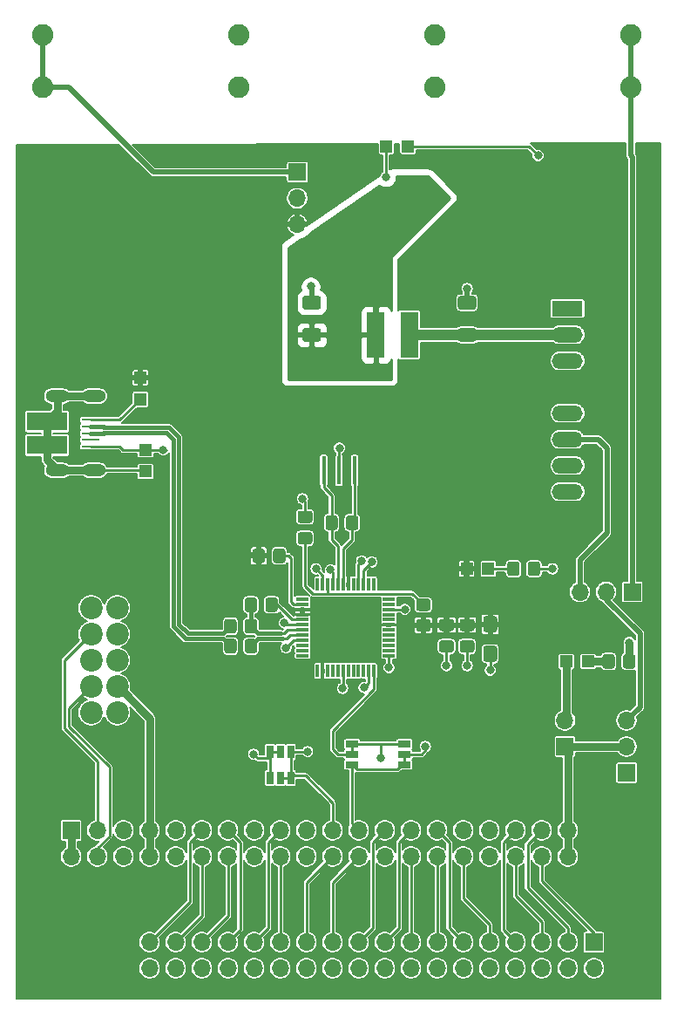
<source format=gtl>
%TF.GenerationSoftware,KiCad,Pcbnew,(5.1.7)-1*%
%TF.CreationDate,2020-10-18T12:33:11-05:00*%
%TF.ProjectId,Programmer Board,50726f67-7261-46d6-9d65-7220426f6172,A*%
%TF.SameCoordinates,Original*%
%TF.FileFunction,Copper,L1,Top*%
%TF.FilePolarity,Positive*%
%FSLAX46Y46*%
G04 Gerber Fmt 4.6, Leading zero omitted, Abs format (unit mm)*
G04 Created by KiCad (PCBNEW (5.1.7)-1) date 2020-10-18 12:33:11*
%MOMM*%
%LPD*%
G01*
G04 APERTURE LIST*
%TA.AperFunction,EtchedComponent*%
%ADD10C,0.254000*%
%TD*%
%TA.AperFunction,SMDPad,CuDef*%
%ADD11R,1.750000X4.500000*%
%TD*%
%TA.AperFunction,ComponentPad*%
%ADD12C,2.200000*%
%TD*%
%TA.AperFunction,SMDPad,CuDef*%
%ADD13R,1.200000X0.300000*%
%TD*%
%TA.AperFunction,SMDPad,CuDef*%
%ADD14R,0.300000X1.200000*%
%TD*%
%TA.AperFunction,SMDPad,CuDef*%
%ADD15R,0.400000X2.750000*%
%TD*%
%TA.AperFunction,ComponentPad*%
%ADD16O,1.700000X1.700000*%
%TD*%
%TA.AperFunction,ComponentPad*%
%ADD17R,1.700000X1.700000*%
%TD*%
%TA.AperFunction,SMDPad,CuDef*%
%ADD18R,0.635000X1.270000*%
%TD*%
%TA.AperFunction,SMDPad,CuDef*%
%ADD19R,1.270000X0.635000*%
%TD*%
%TA.AperFunction,ComponentPad*%
%ADD20O,3.000000X1.500000*%
%TD*%
%TA.AperFunction,ComponentPad*%
%ADD21R,3.000000X1.500000*%
%TD*%
%TA.AperFunction,ComponentPad*%
%ADD22C,2.082800*%
%TD*%
%TA.AperFunction,SMDPad,CuDef*%
%ADD23R,1.700000X0.250000*%
%TD*%
%TA.AperFunction,ComponentPad*%
%ADD24O,2.300000X1.200000*%
%TD*%
%TA.AperFunction,SMDPad,CuDef*%
%ADD25R,3.900000X1.800000*%
%TD*%
%TA.AperFunction,SMDPad,CuDef*%
%ADD26R,1.200000X1.200000*%
%TD*%
%TA.AperFunction,ViaPad*%
%ADD27C,0.800000*%
%TD*%
%TA.AperFunction,Conductor*%
%ADD28C,0.250000*%
%TD*%
%TA.AperFunction,Conductor*%
%ADD29C,0.750000*%
%TD*%
%TA.AperFunction,Conductor*%
%ADD30C,0.500000*%
%TD*%
%TA.AperFunction,Conductor*%
%ADD31C,1.000000*%
%TD*%
%TA.AperFunction,Conductor*%
%ADD32C,0.381000*%
%TD*%
%TA.AperFunction,Conductor*%
%ADD33C,0.152400*%
%TD*%
%TA.AperFunction,Conductor*%
%ADD34C,0.100000*%
%TD*%
%TA.AperFunction,Conductor*%
%ADD35C,0.254000*%
%TD*%
G04 APERTURE END LIST*
D10*
%TO.C,JP5*%
X133350000Y-143510000D02*
X132334000Y-143510000D01*
%TO.C,JP4*%
X133350000Y-146050000D02*
X134366000Y-146050000D01*
%TO.C,JP2*%
X140335000Y-143764000D02*
X140335000Y-142748000D01*
%TO.C,JP1*%
X145415000Y-143764000D02*
X145415000Y-144780000D01*
%TD*%
D11*
%TO.P,L1,2*%
%TO.N,Net-(C9-Pad1)*%
X145875000Y-103050000D03*
%TO.P,L1,1*%
%TO.N,/DC-DC Converter/+V_in*%
X142625000Y-103050000D03*
%TD*%
D12*
%TO.P,J7,10*%
%TO.N,GND*%
X114960000Y-139710000D03*
%TO.P,J7,9*%
%TO.N,N/C*%
X117500000Y-139710000D03*
%TO.P,J7,8*%
%TO.N,/Card Edge Conn/ST7-ICCSEL*%
X114960000Y-137170000D03*
%TO.P,J7,7*%
%TO.N,VDD*%
X117500000Y-137170000D03*
%TO.P,J7,6*%
%TO.N,/Card Edge Conn/ST7-RESET*%
X114960000Y-134630000D03*
%TO.P,J7,5*%
%TO.N,GND*%
X117500000Y-134630000D03*
%TO.P,J7,4*%
%TO.N,/Card Edge Conn/ST7-ICCCLK*%
X114960000Y-132090000D03*
%TO.P,J7,3*%
%TO.N,GND*%
X117500000Y-132090000D03*
%TO.P,J7,2*%
%TO.N,/Card Edge Conn/ST7-ICCDATA*%
X114960000Y-129550000D03*
%TO.P,J7,1*%
%TO.N,GND*%
X117500000Y-129550000D03*
%TD*%
D13*
%TO.P,U1,7*%
%TO.N,/USB to UART/USBD_P*%
X135500000Y-131695000D03*
%TO.P,U1,6*%
%TO.N,/USB to UART/3V3OUT*%
X135500000Y-131195000D03*
D14*
%TO.P,U1,42*%
%TO.N,/USB to UART/+5_USB*%
X139950000Y-127245000D03*
%TO.P,U1,43*%
%TO.N,/USB to UART/XTIN*%
X139450000Y-127245000D03*
D13*
%TO.P,U1,5*%
%TO.N,/USB to UART/RSTOUT*%
X135500000Y-130695000D03*
%TO.P,U1,4*%
%TO.N,/USB to UART/+5_USB*%
X135500000Y-130195000D03*
%TO.P,U1,3*%
X135500000Y-129695000D03*
%TO.P,U1,2*%
%TO.N,Net-(R4-Pad1)*%
X135500000Y-129195000D03*
%TO.P,U1,1*%
%TO.N,N/C*%
X135500000Y-128695000D03*
D14*
%TO.P,U1,44*%
%TO.N,/USB to UART/XOUT*%
X138950000Y-127245000D03*
%TO.P,U1,45*%
%TO.N,GND*%
X138450000Y-127245000D03*
%TO.P,U1,46*%
%TO.N,Net-(C3-Pad1)*%
X137950000Y-127245000D03*
%TO.P,U1,47*%
%TO.N,GND*%
X137450000Y-127245000D03*
%TO.P,U1,48*%
%TO.N,N/C*%
X136950000Y-127245000D03*
D13*
%TO.P,U1,8*%
%TO.N,/USB to UART/USBD_N*%
X135500000Y-132195000D03*
%TO.P,U1,9*%
%TO.N,GND*%
X135500000Y-132695000D03*
%TO.P,U1,10*%
%TO.N,N/C*%
X135500000Y-133195000D03*
%TO.P,U1,11*%
X135500000Y-133695000D03*
%TO.P,U1,12*%
X135500000Y-134195000D03*
D14*
%TO.P,U1,41*%
X140450000Y-127245000D03*
%TO.P,U1,40*%
%TO.N,/Card Edge Conn/U3.19*%
X140950000Y-127245000D03*
%TO.P,U1,39*%
%TO.N,/USB to UART/UART2.RXD*%
X141450000Y-127245000D03*
%TO.P,U1,38*%
%TO.N,N/C*%
X141950000Y-127245000D03*
%TO.P,U1,37*%
X142450000Y-127245000D03*
%TO.P,U1,13*%
X136950000Y-135645000D03*
%TO.P,U1,14*%
%TO.N,/USB to UART/+5_USB*%
X137450000Y-135645000D03*
%TO.P,U1,15*%
%TO.N,N/C*%
X137950000Y-135645000D03*
%TO.P,U1,16*%
X138450000Y-135645000D03*
%TO.P,U1,17*%
X138950000Y-135645000D03*
%TO.P,U1,18*%
%TO.N,GND*%
X139450000Y-135645000D03*
%TO.P,U1,19*%
%TO.N,N/C*%
X139950000Y-135645000D03*
%TO.P,U1,20*%
X140450000Y-135645000D03*
%TO.P,U1,21*%
X140950000Y-135645000D03*
%TO.P,U1,22*%
X141450000Y-135645000D03*
%TO.P,U1,23*%
%TO.N,/Card Edge Conn/GPS.TXD*%
X141950000Y-135645000D03*
%TO.P,U1,24*%
%TO.N,/Card Edge Conn/GPS.RXD*%
X142450000Y-135645000D03*
D13*
%TO.P,U1,25*%
%TO.N,GND*%
X143900000Y-134195000D03*
%TO.P,U1,26*%
%TO.N,N/C*%
X143900000Y-133695000D03*
%TO.P,U1,27*%
X143900000Y-133195000D03*
%TO.P,U1,28*%
X143900000Y-132695000D03*
%TO.P,U1,29*%
X143900000Y-132195000D03*
%TO.P,U1,30*%
X143900000Y-131695000D03*
%TO.P,U1,31*%
%TO.N,/USB to UART/+5_USB*%
X143900000Y-131195000D03*
%TO.P,U1,32*%
%TO.N,N/C*%
X143900000Y-130695000D03*
%TO.P,U1,33*%
X143900000Y-130195000D03*
%TO.P,U1,34*%
%TO.N,GND*%
X143900000Y-129695000D03*
%TO.P,U1,35*%
%TO.N,N/C*%
X143900000Y-129195000D03*
%TO.P,U1,36*%
X143900000Y-128695000D03*
%TD*%
D15*
%TO.P,Y1,3*%
%TO.N,/USB to UART/XOUT*%
X137565000Y-116205000D03*
%TO.P,Y1,2*%
%TO.N,GND*%
X139065000Y-116205000D03*
%TO.P,Y1,1*%
%TO.N,/USB to UART/XTIN*%
X140565000Y-116205000D03*
%TD*%
%TO.P,R13,2*%
%TO.N,/USB to UART/XTIN*%
%TA.AperFunction,SMDPad,CuDef*%
G36*
G01*
X139735000Y-121735001D02*
X139735000Y-120834999D01*
G75*
G02*
X139984999Y-120585000I249999J0D01*
G01*
X140685001Y-120585000D01*
G75*
G02*
X140935000Y-120834999I0J-249999D01*
G01*
X140935000Y-121735001D01*
G75*
G02*
X140685001Y-121985000I-249999J0D01*
G01*
X139984999Y-121985000D01*
G75*
G02*
X139735000Y-121735001I0J249999D01*
G01*
G37*
%TD.AperFunction*%
%TO.P,R13,1*%
%TO.N,/USB to UART/XOUT*%
%TA.AperFunction,SMDPad,CuDef*%
G36*
G01*
X137735000Y-121735001D02*
X137735000Y-120834999D01*
G75*
G02*
X137984999Y-120585000I249999J0D01*
G01*
X138685001Y-120585000D01*
G75*
G02*
X138935000Y-120834999I0J-249999D01*
G01*
X138935000Y-121735001D01*
G75*
G02*
X138685001Y-121985000I-249999J0D01*
G01*
X137984999Y-121985000D01*
G75*
G02*
X137735000Y-121735001I0J249999D01*
G01*
G37*
%TD.AperFunction*%
%TD*%
D16*
%TO.P,J5,40*%
%TO.N,+9V*%
X161290000Y-153670000D03*
%TO.P,J5,39*%
X161290000Y-151130000D03*
%TO.P,J5,38*%
%TO.N,/Card Edge Conn/U3.18*%
X158750000Y-153670000D03*
%TO.P,J5,37*%
%TO.N,/Card Edge Conn/HEADER1.10*%
X158750000Y-151130000D03*
%TO.P,J5,36*%
%TO.N,/Card Edge Conn/SW1.3*%
X156210000Y-153670000D03*
%TO.P,J5,35*%
%TO.N,/Card Edge Conn/HEADER1.9*%
X156210000Y-151130000D03*
%TO.P,J5,34*%
%TO.N,GND*%
X153670000Y-153670000D03*
%TO.P,J5,33*%
X153670000Y-151130000D03*
%TO.P,J5,32*%
%TO.N,/Card Edge Conn/J5.3*%
X151130000Y-153670000D03*
%TO.P,J5,31*%
%TO.N,+BATT*%
X151130000Y-151130000D03*
%TO.P,J5,30*%
%TO.N,/Card Edge Conn/U22.3*%
X148590000Y-153670000D03*
%TO.P,J5,29*%
%TO.N,/Card Edge Conn/HEADER1.7*%
X148590000Y-151130000D03*
%TO.P,J5,28*%
%TO.N,/Card Edge Conn/HEADER1.4*%
X146050000Y-153670000D03*
%TO.P,J5,27*%
%TO.N,/Card Edge Conn/HEADER1.6*%
X146050000Y-151130000D03*
%TO.P,J5,26*%
%TO.N,Net-(J5-Pad26)*%
X143510000Y-153670000D03*
%TO.P,J5,25*%
%TO.N,/Card Edge Conn/HEADER1.5*%
X143510000Y-151130000D03*
%TO.P,J5,24*%
%TO.N,/Card Edge Conn/HEADER1.3*%
X140970000Y-153670000D03*
%TO.P,J5,23*%
%TO.N,Net-(J5-Pad23)*%
X140970000Y-151130000D03*
%TO.P,J5,22*%
%TO.N,/Card Edge Conn/HEADER1.2*%
X138430000Y-153670000D03*
%TO.P,J5,21*%
%TO.N,/Card Edge Conn/U3.19*%
X138430000Y-151130000D03*
%TO.P,J5,20*%
%TO.N,GND*%
X135890000Y-153670000D03*
%TO.P,J5,19*%
X135890000Y-151130000D03*
%TO.P,J5,18*%
%TO.N,/Card Edge Conn/SW1.1*%
X133350000Y-153670000D03*
%TO.P,J5,17*%
%TO.N,/Card Edge Conn/SW1.2*%
X133350000Y-151130000D03*
%TO.P,J5,16*%
%TO.N,GND*%
X130810000Y-153670000D03*
%TO.P,J5,15*%
X130810000Y-151130000D03*
%TO.P,J5,14*%
%TO.N,/Card Edge Conn/HEADER1.1*%
X128270000Y-153670000D03*
%TO.P,J5,13*%
%TO.N,/Card Edge Conn/SW1.4*%
X128270000Y-151130000D03*
%TO.P,J5,12*%
%TO.N,/Card Edge Conn/U21.20-DCLK*%
X125730000Y-153670000D03*
%TO.P,J5,11*%
%TO.N,/Card Edge Conn/J5.2*%
X125730000Y-151130000D03*
%TO.P,J5,10*%
%TO.N,GND*%
X123190000Y-153670000D03*
%TO.P,J5,9*%
X123190000Y-151130000D03*
%TO.P,J5,8*%
%TO.N,VDD*%
X120650000Y-153670000D03*
%TO.P,J5,7*%
X120650000Y-151130000D03*
%TO.P,J5,6*%
%TO.N,/Card Edge Conn/ST7-ICCDATA*%
X118110000Y-153670000D03*
%TO.P,J5,5*%
%TO.N,/Card Edge Conn/ST7-RESET*%
X118110000Y-151130000D03*
%TO.P,J5,4*%
%TO.N,/Card Edge Conn/ST7-ICCSEL*%
X115570000Y-153670000D03*
%TO.P,J5,3*%
%TO.N,/Card Edge Conn/ST7-ICCCLK*%
X115570000Y-151130000D03*
%TO.P,J5,2*%
%TO.N,VDD*%
X113030000Y-153670000D03*
D17*
%TO.P,J5,1*%
X113030000Y-151130000D03*
%TD*%
D18*
%TO.P,JP5,3*%
%TO.N,/USB to UART/UART2.RXD*%
X132334000Y-143510000D03*
%TO.P,JP5,2*%
X133350000Y-143510000D03*
%TO.P,JP5,1*%
%TO.N,/Card Edge Conn/U3.19*%
X134366000Y-143510000D03*
%TD*%
%TO.P,JP4,3*%
%TO.N,/Card Edge Conn/U3.19*%
X134366000Y-146050000D03*
%TO.P,JP4,2*%
X133350000Y-146050000D03*
%TO.P,JP4,1*%
%TO.N,/USB to UART/UART2.RXD*%
X132334000Y-146050000D03*
%TD*%
D19*
%TO.P,JP2,3*%
%TO.N,Net-(J5-Pad26)*%
X140335000Y-142748000D03*
%TO.P,JP2,2*%
%TO.N,/Card Edge Conn/GPS.RXD*%
X140335000Y-143764000D03*
%TO.P,JP2,1*%
%TO.N,Net-(J5-Pad23)*%
X140335000Y-144780000D03*
%TD*%
%TO.P,JP1,3*%
%TO.N,Net-(J5-Pad23)*%
X145415000Y-144780000D03*
%TO.P,JP1,2*%
%TO.N,/Card Edge Conn/GPS.TXD*%
X145415000Y-143764000D03*
%TO.P,JP1,1*%
%TO.N,Net-(J5-Pad26)*%
X145415000Y-142748000D03*
%TD*%
D20*
%TO.P,U2,8*%
%TO.N,N/C*%
X161250000Y-118280000D03*
%TO.P,U2,7*%
%TO.N,GND*%
X161250000Y-115740000D03*
%TO.P,U2,3*%
%TO.N,N/C*%
X161250000Y-105580000D03*
%TO.P,U2,6*%
%TO.N,/DC-DC Converter/+V_out*%
X161250000Y-113200000D03*
%TO.P,U2,5*%
%TO.N,N/C*%
X161250000Y-110660000D03*
%TO.P,U2,2*%
%TO.N,Net-(C9-Pad1)*%
X161250000Y-103040000D03*
D21*
%TO.P,U2,1*%
%TO.N,GND*%
X161250000Y-100500000D03*
%TD*%
%TO.P,R12,2*%
%TO.N,GND*%
%TA.AperFunction,SMDPad,CuDef*%
G36*
G01*
X166650000Y-135200001D02*
X166650000Y-134299999D01*
G75*
G02*
X166899999Y-134050000I249999J0D01*
G01*
X167600001Y-134050000D01*
G75*
G02*
X167850000Y-134299999I0J-249999D01*
G01*
X167850000Y-135200001D01*
G75*
G02*
X167600001Y-135450000I-249999J0D01*
G01*
X166899999Y-135450000D01*
G75*
G02*
X166650000Y-135200001I0J249999D01*
G01*
G37*
%TD.AperFunction*%
%TO.P,R12,1*%
%TO.N,Net-(D3-Pad2)*%
%TA.AperFunction,SMDPad,CuDef*%
G36*
G01*
X164650000Y-135200001D02*
X164650000Y-134299999D01*
G75*
G02*
X164899999Y-134050000I249999J0D01*
G01*
X165600001Y-134050000D01*
G75*
G02*
X165850000Y-134299999I0J-249999D01*
G01*
X165850000Y-135200001D01*
G75*
G02*
X165600001Y-135450000I-249999J0D01*
G01*
X164899999Y-135450000D01*
G75*
G02*
X164650000Y-135200001I0J249999D01*
G01*
G37*
%TD.AperFunction*%
%TD*%
%TO.P,R11,2*%
%TO.N,GND*%
%TA.AperFunction,SMDPad,CuDef*%
G36*
G01*
X157400000Y-126200001D02*
X157400000Y-125299999D01*
G75*
G02*
X157649999Y-125050000I249999J0D01*
G01*
X158350001Y-125050000D01*
G75*
G02*
X158600000Y-125299999I0J-249999D01*
G01*
X158600000Y-126200001D01*
G75*
G02*
X158350001Y-126450000I-249999J0D01*
G01*
X157649999Y-126450000D01*
G75*
G02*
X157400000Y-126200001I0J249999D01*
G01*
G37*
%TD.AperFunction*%
%TO.P,R11,1*%
%TO.N,Net-(D2-Pad2)*%
%TA.AperFunction,SMDPad,CuDef*%
G36*
G01*
X155400000Y-126200001D02*
X155400000Y-125299999D01*
G75*
G02*
X155649999Y-125050000I249999J0D01*
G01*
X156350001Y-125050000D01*
G75*
G02*
X156600000Y-125299999I0J-249999D01*
G01*
X156600000Y-126200001D01*
G75*
G02*
X156350001Y-126450000I-249999J0D01*
G01*
X155649999Y-126450000D01*
G75*
G02*
X155400000Y-126200001I0J249999D01*
G01*
G37*
%TD.AperFunction*%
%TD*%
%TO.P,R5,2*%
%TO.N,/USB to UART/+5_USB*%
%TA.AperFunction,SMDPad,CuDef*%
G36*
G01*
X146799999Y-130650000D02*
X147700001Y-130650000D01*
G75*
G02*
X147950000Y-130899999I0J-249999D01*
G01*
X147950000Y-131600001D01*
G75*
G02*
X147700001Y-131850000I-249999J0D01*
G01*
X146799999Y-131850000D01*
G75*
G02*
X146550000Y-131600001I0J249999D01*
G01*
X146550000Y-130899999D01*
G75*
G02*
X146799999Y-130650000I249999J0D01*
G01*
G37*
%TD.AperFunction*%
%TO.P,R5,1*%
%TO.N,Net-(C3-Pad1)*%
%TA.AperFunction,SMDPad,CuDef*%
G36*
G01*
X146799999Y-128650000D02*
X147700001Y-128650000D01*
G75*
G02*
X147950000Y-128899999I0J-249999D01*
G01*
X147950000Y-129600001D01*
G75*
G02*
X147700001Y-129850000I-249999J0D01*
G01*
X146799999Y-129850000D01*
G75*
G02*
X146550000Y-129600001I0J249999D01*
G01*
X146550000Y-128899999D01*
G75*
G02*
X146799999Y-128650000I249999J0D01*
G01*
G37*
%TD.AperFunction*%
%TD*%
%TO.P,R4,2*%
%TO.N,/USB to UART/+5_USB*%
%TA.AperFunction,SMDPad,CuDef*%
G36*
G01*
X131850000Y-124049999D02*
X131850000Y-124950001D01*
G75*
G02*
X131600001Y-125200000I-249999J0D01*
G01*
X130899999Y-125200000D01*
G75*
G02*
X130650000Y-124950001I0J249999D01*
G01*
X130650000Y-124049999D01*
G75*
G02*
X130899999Y-123800000I249999J0D01*
G01*
X131600001Y-123800000D01*
G75*
G02*
X131850000Y-124049999I0J-249999D01*
G01*
G37*
%TD.AperFunction*%
%TO.P,R4,1*%
%TO.N,Net-(R4-Pad1)*%
%TA.AperFunction,SMDPad,CuDef*%
G36*
G01*
X133850000Y-124049999D02*
X133850000Y-124950001D01*
G75*
G02*
X133600001Y-125200000I-249999J0D01*
G01*
X132899999Y-125200000D01*
G75*
G02*
X132650000Y-124950001I0J249999D01*
G01*
X132650000Y-124049999D01*
G75*
G02*
X132899999Y-123800000I249999J0D01*
G01*
X133600001Y-123800000D01*
G75*
G02*
X133850000Y-124049999I0J-249999D01*
G01*
G37*
%TD.AperFunction*%
%TD*%
%TO.P,R3,2*%
%TO.N,/USB to UART/USBD_P*%
%TA.AperFunction,SMDPad,CuDef*%
G36*
G01*
X131100000Y-128799999D02*
X131100000Y-129700001D01*
G75*
G02*
X130850001Y-129950000I-249999J0D01*
G01*
X130149999Y-129950000D01*
G75*
G02*
X129900000Y-129700001I0J249999D01*
G01*
X129900000Y-128799999D01*
G75*
G02*
X130149999Y-128550000I249999J0D01*
G01*
X130850001Y-128550000D01*
G75*
G02*
X131100000Y-128799999I0J-249999D01*
G01*
G37*
%TD.AperFunction*%
%TO.P,R3,1*%
%TO.N,/USB to UART/RSTOUT*%
%TA.AperFunction,SMDPad,CuDef*%
G36*
G01*
X133100000Y-128799999D02*
X133100000Y-129700001D01*
G75*
G02*
X132850001Y-129950000I-249999J0D01*
G01*
X132149999Y-129950000D01*
G75*
G02*
X131900000Y-129700001I0J249999D01*
G01*
X131900000Y-128799999D01*
G75*
G02*
X132149999Y-128550000I249999J0D01*
G01*
X132850001Y-128550000D01*
G75*
G02*
X133100000Y-128799999I0J-249999D01*
G01*
G37*
%TD.AperFunction*%
%TD*%
%TO.P,R2,2*%
%TO.N,/USB to UART/IN_USBD_N*%
%TA.AperFunction,SMDPad,CuDef*%
G36*
G01*
X129100000Y-132799999D02*
X129100000Y-133700001D01*
G75*
G02*
X128850001Y-133950000I-249999J0D01*
G01*
X128149999Y-133950000D01*
G75*
G02*
X127900000Y-133700001I0J249999D01*
G01*
X127900000Y-132799999D01*
G75*
G02*
X128149999Y-132550000I249999J0D01*
G01*
X128850001Y-132550000D01*
G75*
G02*
X129100000Y-132799999I0J-249999D01*
G01*
G37*
%TD.AperFunction*%
%TO.P,R2,1*%
%TO.N,/USB to UART/USBD_N*%
%TA.AperFunction,SMDPad,CuDef*%
G36*
G01*
X131100000Y-132799999D02*
X131100000Y-133700001D01*
G75*
G02*
X130850001Y-133950000I-249999J0D01*
G01*
X130149999Y-133950000D01*
G75*
G02*
X129900000Y-133700001I0J249999D01*
G01*
X129900000Y-132799999D01*
G75*
G02*
X130149999Y-132550000I249999J0D01*
G01*
X130850001Y-132550000D01*
G75*
G02*
X131100000Y-132799999I0J-249999D01*
G01*
G37*
%TD.AperFunction*%
%TD*%
%TO.P,R1,2*%
%TO.N,/USB to UART/IN_USBD_P*%
%TA.AperFunction,SMDPad,CuDef*%
G36*
G01*
X129100000Y-130879600D02*
X129100000Y-131780400D01*
G75*
G02*
X128850400Y-132030000I-249600J0D01*
G01*
X128149600Y-132030000D01*
G75*
G02*
X127900000Y-131780400I0J249600D01*
G01*
X127900000Y-130879600D01*
G75*
G02*
X128149600Y-130630000I249600J0D01*
G01*
X128850400Y-130630000D01*
G75*
G02*
X129100000Y-130879600I0J-249600D01*
G01*
G37*
%TD.AperFunction*%
%TO.P,R1,1*%
%TO.N,/USB to UART/USBD_P*%
%TA.AperFunction,SMDPad,CuDef*%
G36*
G01*
X131100000Y-130879999D02*
X131100000Y-131780001D01*
G75*
G02*
X130850001Y-132030000I-249999J0D01*
G01*
X130149999Y-132030000D01*
G75*
G02*
X129900000Y-131780001I0J249999D01*
G01*
X129900000Y-130879999D01*
G75*
G02*
X130149999Y-130630000I249999J0D01*
G01*
X130850001Y-130630000D01*
G75*
G02*
X131100000Y-130879999I0J-249999D01*
G01*
G37*
%TD.AperFunction*%
%TD*%
D16*
%TO.P,J13,2*%
%TO.N,Net-(D3-Pad1)*%
X161000000Y-140460000D03*
D17*
%TO.P,J13,1*%
%TO.N,+9V*%
X161000000Y-143000000D03*
%TD*%
D22*
%TO.P,J12,1*%
%TO.N,GND*%
X148350000Y-73960000D03*
X148350000Y-79040000D03*
%TD*%
%TO.P,J11,1*%
%TO.N,Net-(J10-Pad1)*%
X167400000Y-73960000D03*
X167400000Y-79040000D03*
%TD*%
D16*
%TO.P,J10,3*%
%TO.N,/DC-DC Converter/+V_out*%
X162460000Y-128000000D03*
%TO.P,J10,2*%
%TO.N,/Card Edge Conn/9V_PS*%
X165000000Y-128000000D03*
D17*
%TO.P,J10,1*%
%TO.N,Net-(J10-Pad1)*%
X167540000Y-128000000D03*
%TD*%
D16*
%TO.P,J9,36*%
%TO.N,GND*%
X120650000Y-164540000D03*
%TO.P,J9,35*%
%TO.N,/Card Edge Conn/J5.2*%
X120650000Y-162000000D03*
%TO.P,J9,34*%
%TO.N,GND*%
X123190000Y-164540000D03*
%TO.P,J9,33*%
%TO.N,/Card Edge Conn/U21.20-DCLK*%
X123190000Y-162000000D03*
%TO.P,J9,32*%
%TO.N,GND*%
X125730000Y-164540000D03*
%TO.P,J9,31*%
%TO.N,/Card Edge Conn/HEADER1.1*%
X125730000Y-162000000D03*
%TO.P,J9,30*%
%TO.N,GND*%
X128270000Y-164540000D03*
%TO.P,J9,29*%
%TO.N,/Card Edge Conn/SW1.4*%
X128270000Y-162000000D03*
%TO.P,J9,28*%
%TO.N,GND*%
X130810000Y-164540000D03*
%TO.P,J9,27*%
%TO.N,/Card Edge Conn/SW1.2*%
X130810000Y-162000000D03*
%TO.P,J9,26*%
%TO.N,GND*%
X133350000Y-164540000D03*
%TO.P,J9,25*%
%TO.N,/Card Edge Conn/SW1.1*%
X133350000Y-162000000D03*
%TO.P,J9,24*%
%TO.N,GND*%
X135890000Y-164540000D03*
%TO.P,J9,23*%
%TO.N,/Card Edge Conn/HEADER1.2*%
X135890000Y-162000000D03*
%TO.P,J9,22*%
%TO.N,GND*%
X138430000Y-164540000D03*
%TO.P,J9,21*%
%TO.N,/Card Edge Conn/HEADER1.3*%
X138430000Y-162000000D03*
%TO.P,J9,20*%
%TO.N,GND*%
X140970000Y-164540000D03*
%TO.P,J9,19*%
%TO.N,/Card Edge Conn/HEADER1.5*%
X140970000Y-162000000D03*
%TO.P,J9,18*%
%TO.N,GND*%
X143510000Y-164540000D03*
%TO.P,J9,17*%
%TO.N,/Card Edge Conn/HEADER1.6*%
X143510000Y-162000000D03*
%TO.P,J9,16*%
%TO.N,GND*%
X146050000Y-164540000D03*
%TO.P,J9,15*%
%TO.N,/Card Edge Conn/HEADER1.4*%
X146050000Y-162000000D03*
%TO.P,J9,14*%
%TO.N,GND*%
X148590000Y-164540000D03*
%TO.P,J9,13*%
%TO.N,/Card Edge Conn/U22.3*%
X148590000Y-162000000D03*
%TO.P,J9,12*%
%TO.N,GND*%
X151130000Y-164540000D03*
%TO.P,J9,11*%
%TO.N,/Card Edge Conn/HEADER1.7*%
X151130000Y-162000000D03*
%TO.P,J9,10*%
%TO.N,GND*%
X153670000Y-164540000D03*
%TO.P,J9,9*%
%TO.N,/Card Edge Conn/J5.3*%
X153670000Y-162000000D03*
%TO.P,J9,8*%
%TO.N,GND*%
X156210000Y-164540000D03*
%TO.P,J9,7*%
%TO.N,/Card Edge Conn/HEADER1.9*%
X156210000Y-162000000D03*
%TO.P,J9,6*%
%TO.N,GND*%
X158750000Y-164540000D03*
%TO.P,J9,5*%
%TO.N,/Card Edge Conn/SW1.3*%
X158750000Y-162000000D03*
%TO.P,J9,4*%
%TO.N,GND*%
X161290000Y-164540000D03*
%TO.P,J9,3*%
%TO.N,/Card Edge Conn/HEADER1.10*%
X161290000Y-162000000D03*
%TO.P,J9,2*%
%TO.N,GND*%
X163830000Y-164540000D03*
D17*
%TO.P,J9,1*%
%TO.N,/Card Edge Conn/U3.18*%
X163830000Y-162000000D03*
%TD*%
D16*
%TO.P,J6,3*%
%TO.N,/Card Edge Conn/9V_PS*%
X167000000Y-140470000D03*
%TO.P,J6,2*%
%TO.N,+9V*%
X167000000Y-143010000D03*
D17*
%TO.P,J6,1*%
%TO.N,+BATT*%
X167000000Y-145550000D03*
%TD*%
D23*
%TO.P,J4,5*%
%TO.N,GND*%
X114885000Y-113900000D03*
%TO.P,J4,4*%
%TO.N,N/C*%
X114885000Y-113250000D03*
%TO.P,J4,3*%
%TO.N,/USB to UART/IN_USBD_N*%
X114885000Y-112600000D03*
%TO.P,J4,2*%
%TO.N,/USB to UART/IN_USBD_P*%
X114885000Y-111950000D03*
%TO.P,J4,1*%
%TO.N,Net-(FB2-Pad1)*%
X114885000Y-111300000D03*
D24*
%TO.P,J4,SH*%
%TO.N,Net-(FB1-Pad1)*%
X115235000Y-116200000D03*
X111685000Y-116200000D03*
X115235000Y-109000000D03*
X111685000Y-109000000D03*
D25*
X110685000Y-113750000D03*
X110685000Y-111450000D03*
%TD*%
D22*
%TO.P,J3,1*%
%TO.N,/+PS*%
X110250000Y-73960000D03*
X110250000Y-79040000D03*
%TD*%
D16*
%TO.P,J2,3*%
%TO.N,/USB to UART/+5_USB*%
X135000000Y-92330000D03*
%TO.P,J2,2*%
%TO.N,/eFuse/eFuse_In*%
X135000000Y-89790000D03*
D17*
%TO.P,J2,1*%
%TO.N,/+PS*%
X135000000Y-87250000D03*
%TD*%
D22*
%TO.P,J1,1*%
%TO.N,GND*%
X129300000Y-73960000D03*
X129300000Y-79040000D03*
%TD*%
D26*
%TO.P,FB2,1*%
%TO.N,Net-(FB2-Pad1)*%
X119750000Y-109300000D03*
%TO.P,FB2,2*%
%TO.N,/USB to UART/+5_USB*%
X119750000Y-107200000D03*
%TD*%
%TO.P,FB1,1*%
%TO.N,Net-(FB1-Pad1)*%
X120250000Y-116300000D03*
%TO.P,FB1,2*%
%TO.N,GND*%
X120250000Y-114200000D03*
%TD*%
%TO.P,D3,1*%
%TO.N,Net-(D3-Pad1)*%
X161150000Y-134750000D03*
%TO.P,D3,2*%
%TO.N,Net-(D3-Pad2)*%
X163250000Y-134750000D03*
%TD*%
%TO.P,D2,1*%
%TO.N,/USB to UART/+5_USB*%
X151450000Y-125750000D03*
%TO.P,D2,2*%
%TO.N,Net-(D2-Pad2)*%
X153550000Y-125750000D03*
%TD*%
%TO.P,D1,1*%
%TO.N,/eFuse/eFuse_In*%
X143650000Y-84750000D03*
%TO.P,D1,2*%
%TO.N,Net-(D1-Pad2)*%
X145750000Y-84750000D03*
%TD*%
%TO.P,C9,2*%
%TO.N,GND*%
%TA.AperFunction,SMDPad,CuDef*%
G36*
G01*
X152150001Y-100587500D02*
X150849999Y-100587500D01*
G75*
G02*
X150600000Y-100337501I0J249999D01*
G01*
X150600000Y-99512499D01*
G75*
G02*
X150849999Y-99262500I249999J0D01*
G01*
X152150001Y-99262500D01*
G75*
G02*
X152400000Y-99512499I0J-249999D01*
G01*
X152400000Y-100337501D01*
G75*
G02*
X152150001Y-100587500I-249999J0D01*
G01*
G37*
%TD.AperFunction*%
%TO.P,C9,1*%
%TO.N,Net-(C9-Pad1)*%
%TA.AperFunction,SMDPad,CuDef*%
G36*
G01*
X152150001Y-103712500D02*
X150849999Y-103712500D01*
G75*
G02*
X150600000Y-103462501I0J249999D01*
G01*
X150600000Y-102637499D01*
G75*
G02*
X150849999Y-102387500I249999J0D01*
G01*
X152150001Y-102387500D01*
G75*
G02*
X152400000Y-102637499I0J-249999D01*
G01*
X152400000Y-103462501D01*
G75*
G02*
X152150001Y-103712500I-249999J0D01*
G01*
G37*
%TD.AperFunction*%
%TD*%
%TO.P,C8,2*%
%TO.N,GND*%
%TA.AperFunction,SMDPad,CuDef*%
G36*
G01*
X137050001Y-100587500D02*
X135749999Y-100587500D01*
G75*
G02*
X135500000Y-100337501I0J249999D01*
G01*
X135500000Y-99512499D01*
G75*
G02*
X135749999Y-99262500I249999J0D01*
G01*
X137050001Y-99262500D01*
G75*
G02*
X137300000Y-99512499I0J-249999D01*
G01*
X137300000Y-100337501D01*
G75*
G02*
X137050001Y-100587500I-249999J0D01*
G01*
G37*
%TD.AperFunction*%
%TO.P,C8,1*%
%TO.N,/DC-DC Converter/+V_in*%
%TA.AperFunction,SMDPad,CuDef*%
G36*
G01*
X137050001Y-103712500D02*
X135749999Y-103712500D01*
G75*
G02*
X135500000Y-103462501I0J249999D01*
G01*
X135500000Y-102637499D01*
G75*
G02*
X135749999Y-102387500I249999J0D01*
G01*
X137050001Y-102387500D01*
G75*
G02*
X137300000Y-102637499I0J-249999D01*
G01*
X137300000Y-103462501D01*
G75*
G02*
X137050001Y-103712500I-249999J0D01*
G01*
G37*
%TD.AperFunction*%
%TD*%
%TO.P,C7,2*%
%TO.N,GND*%
%TA.AperFunction,SMDPad,CuDef*%
G36*
G01*
X153324999Y-133212500D02*
X154175001Y-133212500D01*
G75*
G02*
X154425000Y-133462499I0J-249999D01*
G01*
X154425000Y-134537501D01*
G75*
G02*
X154175001Y-134787500I-249999J0D01*
G01*
X153324999Y-134787500D01*
G75*
G02*
X153075000Y-134537501I0J249999D01*
G01*
X153075000Y-133462499D01*
G75*
G02*
X153324999Y-133212500I249999J0D01*
G01*
G37*
%TD.AperFunction*%
%TO.P,C7,1*%
%TO.N,/USB to UART/+5_USB*%
%TA.AperFunction,SMDPad,CuDef*%
G36*
G01*
X153324999Y-130337500D02*
X154175001Y-130337500D01*
G75*
G02*
X154425000Y-130587499I0J-249999D01*
G01*
X154425000Y-131662501D01*
G75*
G02*
X154175001Y-131912500I-249999J0D01*
G01*
X153324999Y-131912500D01*
G75*
G02*
X153075000Y-131662501I0J249999D01*
G01*
X153075000Y-130587499D01*
G75*
G02*
X153324999Y-130337500I249999J0D01*
G01*
G37*
%TD.AperFunction*%
%TD*%
%TO.P,C6,2*%
%TO.N,GND*%
%TA.AperFunction,SMDPad,CuDef*%
G36*
G01*
X151025000Y-132700000D02*
X151975000Y-132700000D01*
G75*
G02*
X152225000Y-132950000I0J-250000D01*
G01*
X152225000Y-133625000D01*
G75*
G02*
X151975000Y-133875000I-250000J0D01*
G01*
X151025000Y-133875000D01*
G75*
G02*
X150775000Y-133625000I0J250000D01*
G01*
X150775000Y-132950000D01*
G75*
G02*
X151025000Y-132700000I250000J0D01*
G01*
G37*
%TD.AperFunction*%
%TO.P,C6,1*%
%TO.N,/USB to UART/+5_USB*%
%TA.AperFunction,SMDPad,CuDef*%
G36*
G01*
X151025000Y-130625000D02*
X151975000Y-130625000D01*
G75*
G02*
X152225000Y-130875000I0J-250000D01*
G01*
X152225000Y-131550000D01*
G75*
G02*
X151975000Y-131800000I-250000J0D01*
G01*
X151025000Y-131800000D01*
G75*
G02*
X150775000Y-131550000I0J250000D01*
G01*
X150775000Y-130875000D01*
G75*
G02*
X151025000Y-130625000I250000J0D01*
G01*
G37*
%TD.AperFunction*%
%TD*%
%TO.P,C5,2*%
%TO.N,GND*%
%TA.AperFunction,SMDPad,CuDef*%
G36*
G01*
X149025000Y-132700000D02*
X149975000Y-132700000D01*
G75*
G02*
X150225000Y-132950000I0J-250000D01*
G01*
X150225000Y-133625000D01*
G75*
G02*
X149975000Y-133875000I-250000J0D01*
G01*
X149025000Y-133875000D01*
G75*
G02*
X148775000Y-133625000I0J250000D01*
G01*
X148775000Y-132950000D01*
G75*
G02*
X149025000Y-132700000I250000J0D01*
G01*
G37*
%TD.AperFunction*%
%TO.P,C5,1*%
%TO.N,/USB to UART/+5_USB*%
%TA.AperFunction,SMDPad,CuDef*%
G36*
G01*
X149025000Y-130625000D02*
X149975000Y-130625000D01*
G75*
G02*
X150225000Y-130875000I0J-250000D01*
G01*
X150225000Y-131550000D01*
G75*
G02*
X149975000Y-131800000I-250000J0D01*
G01*
X149025000Y-131800000D01*
G75*
G02*
X148775000Y-131550000I0J250000D01*
G01*
X148775000Y-130875000D01*
G75*
G02*
X149025000Y-130625000I250000J0D01*
G01*
G37*
%TD.AperFunction*%
%TD*%
%TO.P,C3,2*%
%TO.N,GND*%
%TA.AperFunction,SMDPad,CuDef*%
G36*
G01*
X136225000Y-121300000D02*
X135275000Y-121300000D01*
G75*
G02*
X135025000Y-121050000I0J250000D01*
G01*
X135025000Y-120375000D01*
G75*
G02*
X135275000Y-120125000I250000J0D01*
G01*
X136225000Y-120125000D01*
G75*
G02*
X136475000Y-120375000I0J-250000D01*
G01*
X136475000Y-121050000D01*
G75*
G02*
X136225000Y-121300000I-250000J0D01*
G01*
G37*
%TD.AperFunction*%
%TO.P,C3,1*%
%TO.N,Net-(C3-Pad1)*%
%TA.AperFunction,SMDPad,CuDef*%
G36*
G01*
X136225000Y-123375000D02*
X135275000Y-123375000D01*
G75*
G02*
X135025000Y-123125000I0J250000D01*
G01*
X135025000Y-122450000D01*
G75*
G02*
X135275000Y-122200000I250000J0D01*
G01*
X136225000Y-122200000D01*
G75*
G02*
X136475000Y-122450000I0J-250000D01*
G01*
X136475000Y-123125000D01*
G75*
G02*
X136225000Y-123375000I-250000J0D01*
G01*
G37*
%TD.AperFunction*%
%TD*%
D27*
%TO.N,GND*%
X136815002Y-125750000D03*
X138225000Y-125850000D03*
X135500000Y-118950000D03*
X139100000Y-114050000D03*
X149500000Y-135150000D03*
X151500000Y-135150000D03*
X153750000Y-135600000D03*
X159800000Y-125750000D03*
X167250000Y-132900000D03*
X133900000Y-133434998D03*
X139400000Y-137350000D03*
X143900000Y-135350000D03*
X145445000Y-129695000D03*
X136300000Y-98350000D03*
X151500000Y-98550000D03*
X121970000Y-114220000D03*
%TO.N,/USB to UART/+5_USB*%
X125500000Y-120750000D03*
X125500000Y-121750000D03*
X120500000Y-120750000D03*
X120500000Y-121750000D03*
X140500000Y-124250000D03*
X129200000Y-124250000D03*
%TO.N,/DC-DC Converter/+V_in*%
X146205000Y-89845000D03*
X146705000Y-88845000D03*
X147205000Y-89845000D03*
%TO.N,/eFuse/eFuse_In*%
X143600000Y-87750000D03*
%TO.N,Net-(D1-Pad2)*%
X158400000Y-85650000D03*
%TO.N,/USB to UART/UART2.RXD*%
X142250000Y-125073002D03*
X130750000Y-143750000D03*
%TO.N,/Card Edge Conn/GPS.TXD*%
X141478000Y-137287000D03*
X147447000Y-143002000D03*
%TO.N,Net-(J5-Pad26)*%
X143129000Y-144145000D03*
%TO.N,/Card Edge Conn/U3.19*%
X136000000Y-143500000D03*
X141250000Y-125000000D03*
%TO.N,/USB to UART/3V3OUT*%
X133750000Y-131000000D03*
%TD*%
D28*
%TO.N,GND*%
X137450001Y-126384999D02*
X136815002Y-125750000D01*
X137450000Y-127245000D02*
X137450001Y-126384999D01*
X138450000Y-127245000D02*
X138450000Y-126100000D01*
X138225000Y-125875000D02*
X138225000Y-125850000D01*
X138450000Y-126100000D02*
X138225000Y-125875000D01*
X135750000Y-119200000D02*
X135500000Y-118950000D01*
X135750000Y-120712500D02*
X135750000Y-119200000D01*
X139065000Y-114085000D02*
X139100000Y-114050000D01*
X139065000Y-116205000D02*
X139065000Y-114085000D01*
X149500000Y-133287500D02*
X149500000Y-135150000D01*
X151500000Y-133287500D02*
X151500000Y-135150000D01*
X153750000Y-134000000D02*
X153750000Y-135600000D01*
X158000000Y-125750000D02*
X159800000Y-125750000D01*
D29*
X167250000Y-134750000D02*
X167250000Y-132900000D01*
D28*
X134639999Y-132694999D02*
X133900000Y-133434998D01*
X135500000Y-132695000D02*
X134639999Y-132694999D01*
X139450000Y-137300000D02*
X139400000Y-137350000D01*
X139450000Y-135645000D02*
X139450000Y-137300000D01*
X143900000Y-134195000D02*
X143900000Y-135350000D01*
X143900000Y-129695000D02*
X145445000Y-129695000D01*
X114885000Y-113900000D02*
X117750000Y-113900000D01*
X118050000Y-114200000D02*
X120250000Y-114200000D01*
X117750000Y-113900000D02*
X118050000Y-114200000D01*
D30*
X136400000Y-98450000D02*
X136300000Y-98350000D01*
X136400000Y-99925000D02*
X136400000Y-98450000D01*
X151500000Y-99925000D02*
X151500000Y-98550000D01*
D28*
X120250000Y-114200000D02*
X122250000Y-114200000D01*
%TO.N,Net-(C3-Pad1)*%
X136514999Y-128170001D02*
X135750000Y-127405002D01*
X137885001Y-128170001D02*
X136514999Y-128170001D01*
X135750000Y-127405002D02*
X135750000Y-122787500D01*
X137950001Y-128105001D02*
X137885001Y-128170001D01*
X137950000Y-127245000D02*
X137950001Y-128105001D01*
X146170001Y-128170001D02*
X147250000Y-129250000D01*
X137885001Y-128170001D02*
X146170001Y-128170001D01*
%TO.N,/USB to UART/+5_USB*%
X139950000Y-127245000D02*
X139950000Y-124800000D01*
X139950000Y-124800000D02*
X140500000Y-124250000D01*
X147195000Y-131195000D02*
X147250000Y-131250000D01*
X143900000Y-131195000D02*
X147195000Y-131195000D01*
X131000000Y-124250000D02*
X131250000Y-124500000D01*
X129200000Y-124250000D02*
X131000000Y-124250000D01*
X137450000Y-135645000D02*
X137450000Y-137300000D01*
X134503588Y-129695000D02*
X133500000Y-128691412D01*
X135500000Y-129695000D02*
X134503588Y-129695000D01*
X133500000Y-128691412D02*
X133500000Y-127650000D01*
X135500000Y-130195000D02*
X135500000Y-129695000D01*
X149462500Y-131250000D02*
X149500000Y-131212500D01*
X147250000Y-131250000D02*
X149462500Y-131250000D01*
X149500000Y-131212500D02*
X151500000Y-131212500D01*
X153662500Y-131212500D02*
X153750000Y-131125000D01*
X151500000Y-131212500D02*
X153662500Y-131212500D01*
D30*
%TO.N,/DC-DC Converter/+V_in*%
X142625000Y-94425000D02*
X142625000Y-103050000D01*
X147205000Y-89845000D02*
X142625000Y-94425000D01*
X136400000Y-103050000D02*
X142625000Y-103050000D01*
D31*
%TO.N,Net-(C9-Pad1)*%
X145875000Y-103050000D02*
X151500000Y-103050000D01*
X161240000Y-103050000D02*
X161250000Y-103040000D01*
X151500000Y-103050000D02*
X161240000Y-103050000D01*
D28*
%TO.N,/eFuse/eFuse_In*%
X143600000Y-84800000D02*
X143650000Y-84750000D01*
X143600000Y-87750000D02*
X143600000Y-84800000D01*
%TO.N,Net-(D1-Pad2)*%
X145750000Y-84750000D02*
X157300000Y-84750000D01*
X157500000Y-84750000D02*
X158400000Y-85650000D01*
X157300000Y-84750000D02*
X157500000Y-84750000D01*
%TO.N,Net-(D2-Pad2)*%
X153550000Y-125750000D02*
X156000000Y-125750000D01*
%TO.N,Net-(D3-Pad1)*%
X161150000Y-140310000D02*
X161000000Y-140460000D01*
D29*
X161150000Y-134750000D02*
X161150000Y-140310000D01*
%TO.N,Net-(D3-Pad2)*%
X163250000Y-134750000D02*
X165250000Y-134750000D01*
%TO.N,Net-(FB1-Pad1)*%
X115235000Y-109000000D02*
X111685000Y-109000000D01*
X111685000Y-110450000D02*
X110685000Y-111450000D01*
X111685000Y-109000000D02*
X111685000Y-110450000D01*
X110685000Y-111450000D02*
X110685000Y-113750000D01*
X110685000Y-115200000D02*
X111685000Y-116200000D01*
X110685000Y-113750000D02*
X110685000Y-115200000D01*
X111685000Y-116200000D02*
X115235000Y-116200000D01*
D28*
X120150000Y-116200000D02*
X120250000Y-116300000D01*
X115235000Y-116200000D02*
X120150000Y-116200000D01*
%TO.N,Net-(FB2-Pad1)*%
X117750000Y-111300000D02*
X119750000Y-109300000D01*
X114885000Y-111300000D02*
X117750000Y-111300000D01*
D30*
%TO.N,/Card Edge Conn/9V_PS*%
X168300010Y-139169990D02*
X168300010Y-132050010D01*
X167000000Y-140470000D02*
X168300010Y-139169990D01*
X165000000Y-128750000D02*
X165000000Y-128000000D01*
X168300010Y-132050010D02*
X165000000Y-128750000D01*
D29*
%TO.N,+9V*%
X161290000Y-153670000D02*
X161290000Y-151130000D01*
X161290000Y-143290000D02*
X161000000Y-143000000D01*
X161290000Y-151130000D02*
X161290000Y-143290000D01*
X166990000Y-143000000D02*
X167000000Y-143010000D01*
X161000000Y-143000000D02*
X166990000Y-143000000D01*
D28*
%TO.N,/Card Edge Conn/ST7-ICCSEL*%
X116745001Y-151694001D02*
X116745001Y-144995001D01*
X115570000Y-152869002D02*
X116745001Y-151694001D01*
X115570000Y-153670000D02*
X115570000Y-152869002D01*
X116745001Y-144995001D02*
X112800000Y-141050000D01*
X112800000Y-139280000D02*
X114960000Y-137120000D01*
X112800000Y-141050000D02*
X112800000Y-139280000D01*
D29*
%TO.N,VDD*%
X120650000Y-140270000D02*
X120650000Y-151130000D01*
X117500000Y-137120000D02*
X120650000Y-140270000D01*
X120650000Y-151130000D02*
X120650000Y-153670000D01*
X113030000Y-153670000D02*
X113030000Y-151130000D01*
D28*
%TO.N,/Card Edge Conn/ST7-ICCCLK*%
X115570000Y-151130000D02*
X115570000Y-144456410D01*
X112349990Y-134650010D02*
X114960000Y-132040000D01*
X112349990Y-141236400D02*
X112349990Y-134650010D01*
X115570000Y-144456410D02*
X112349990Y-141236400D01*
%TO.N,/USB to UART/UART2.RXD*%
X132334000Y-144084000D02*
X132250000Y-144000000D01*
X132334000Y-146050000D02*
X132334000Y-144084000D01*
X141450000Y-125873002D02*
X142250000Y-125073002D01*
X141450000Y-127245000D02*
X141450000Y-125873002D01*
X132250000Y-144000000D02*
X132250000Y-143962010D01*
X132100001Y-144149999D02*
X132250000Y-144000000D01*
X131149999Y-144149999D02*
X132100001Y-144149999D01*
X130750000Y-143750000D02*
X131149999Y-144149999D01*
%TO.N,/Card Edge Conn/U22.3*%
X148590000Y-162000000D02*
X148590000Y-153670000D01*
%TO.N,/Card Edge Conn/U21.20-DCLK*%
X125730000Y-159460000D02*
X125730000Y-153670000D01*
X123190000Y-162000000D02*
X125730000Y-159460000D01*
%TO.N,/Card Edge Conn/J5.3*%
X153670000Y-162000000D02*
X153670000Y-160274000D01*
X151130000Y-157734000D02*
X151130000Y-153670000D01*
X153670000Y-160274000D02*
X151130000Y-157734000D01*
%TO.N,/Card Edge Conn/J5.2*%
X124554999Y-152305001D02*
X125730000Y-151130000D01*
X124554999Y-158095001D02*
X124554999Y-152305001D01*
X120650000Y-162000000D02*
X124554999Y-158095001D01*
%TO.N,/Card Edge Conn/U3.18*%
X163830000Y-162000000D02*
X163830000Y-161163000D01*
X158750000Y-156083000D02*
X158750000Y-153670000D01*
X163830000Y-161163000D02*
X158750000Y-156083000D01*
%TO.N,/Card Edge Conn/HEADER1.10*%
X161290000Y-162000000D02*
X161290000Y-160655000D01*
X157385001Y-152494999D02*
X158750000Y-151130000D01*
X157385001Y-156750001D02*
X157385001Y-152494999D01*
X161290000Y-160655000D02*
X157385001Y-156750001D01*
%TO.N,/Card Edge Conn/HEADER1.9*%
X155034999Y-152305001D02*
X156210000Y-151130000D01*
X155034999Y-160824999D02*
X155034999Y-152305001D01*
X156210000Y-162000000D02*
X155034999Y-160824999D01*
%TO.N,/Card Edge Conn/HEADER1.7*%
X149765001Y-152305001D02*
X148590000Y-151130000D01*
X149765001Y-160635001D02*
X149765001Y-152305001D01*
X151130000Y-162000000D02*
X149765001Y-160635001D01*
%TO.N,/Card Edge Conn/HEADER1.6*%
X144874999Y-152305001D02*
X146050000Y-151130000D01*
X144874999Y-160635001D02*
X144874999Y-152305001D01*
X143510000Y-162000000D02*
X144874999Y-160635001D01*
%TO.N,/Card Edge Conn/HEADER1.5*%
X142334999Y-152305001D02*
X143510000Y-151130000D01*
X142334999Y-160635001D02*
X142334999Y-152305001D01*
X140970000Y-162000000D02*
X142334999Y-160635001D01*
%TO.N,/Card Edge Conn/HEADER1.4*%
X146050000Y-162000000D02*
X146050000Y-153670000D01*
%TO.N,/Card Edge Conn/HEADER1.3*%
X138430000Y-156210000D02*
X140970000Y-153670000D01*
X138430000Y-162000000D02*
X138430000Y-156210000D01*
%TO.N,/Card Edge Conn/HEADER1.2*%
X135890000Y-156210000D02*
X138430000Y-153670000D01*
X135890000Y-162000000D02*
X135890000Y-156210000D01*
%TO.N,/Card Edge Conn/HEADER1.1*%
X128270000Y-159460000D02*
X128270000Y-153670000D01*
X125730000Y-162000000D02*
X128270000Y-159460000D01*
%TO.N,/Card Edge Conn/SW1.4*%
X129445001Y-152305001D02*
X128270000Y-151130000D01*
X129445001Y-160824999D02*
X129445001Y-152305001D01*
X128270000Y-162000000D02*
X129445001Y-160824999D01*
%TO.N,/Card Edge Conn/SW1.3*%
X158750000Y-162000000D02*
X158750000Y-160020000D01*
X156210000Y-157480000D02*
X156210000Y-153670000D01*
X158750000Y-160020000D02*
X156210000Y-157480000D01*
%TO.N,/Card Edge Conn/SW1.2*%
X132174999Y-160635001D02*
X132174999Y-152305001D01*
X132174999Y-152305001D02*
X133350000Y-151130000D01*
X130810000Y-162000000D02*
X132174999Y-160635001D01*
%TO.N,/Card Edge Conn/SW1.1*%
X133350000Y-162000000D02*
X133350000Y-153670000D01*
D30*
%TO.N,/DC-DC Converter/+V_out*%
X161250000Y-113200000D02*
X164250000Y-113200000D01*
X164250000Y-113200000D02*
X165100000Y-114050000D01*
X165100000Y-114050000D02*
X165100000Y-122250000D01*
X162460000Y-124890000D02*
X162460000Y-128000000D01*
X165100000Y-122250000D02*
X162460000Y-124890000D01*
%TO.N,Net-(J10-Pad1)*%
X167540000Y-128000000D02*
X167540000Y-85790000D01*
X167400000Y-85650000D02*
X167400000Y-79040000D01*
X167540000Y-85790000D02*
X167400000Y-85650000D01*
X167400000Y-79040000D02*
X167400000Y-73960000D01*
D28*
%TO.N,Net-(R4-Pad1)*%
X134639999Y-129195001D02*
X134400000Y-128955002D01*
X135500000Y-129195000D02*
X134639999Y-129195001D01*
X134400000Y-128955002D02*
X134400000Y-124750000D01*
X134150000Y-124500000D02*
X133250000Y-124500000D01*
X134400000Y-124750000D02*
X134150000Y-124500000D01*
%TO.N,/Card Edge Conn/GPS.RXD*%
X142450000Y-135645000D02*
X142450000Y-137458000D01*
X142450000Y-137458000D02*
X138430000Y-141478000D01*
X138430000Y-141478000D02*
X138430000Y-143256000D01*
X138938000Y-143764000D02*
X139882990Y-143764000D01*
X138430000Y-143256000D02*
X138938000Y-143764000D01*
%TO.N,/Card Edge Conn/GPS.TXD*%
X141950000Y-135645000D02*
X141950000Y-136815000D01*
X141950000Y-136815000D02*
X141478000Y-137287000D01*
X147447000Y-143002000D02*
X147447000Y-143383000D01*
X147066000Y-143764000D02*
X145867010Y-143764000D01*
X147447000Y-143383000D02*
X147066000Y-143764000D01*
%TO.N,Net-(J5-Pad23)*%
X140335000Y-150495000D02*
X140970000Y-151130000D01*
X140335000Y-144780000D02*
X140335000Y-150495000D01*
X144962990Y-144967228D02*
X144962990Y-144780000D01*
X144698208Y-145232010D02*
X144962990Y-144967228D01*
X140787010Y-145232010D02*
X144698208Y-145232010D01*
X140335000Y-144780000D02*
X140787010Y-145232010D01*
%TO.N,Net-(J5-Pad26)*%
X143129000Y-144145000D02*
X143129000Y-142748000D01*
X143129000Y-142748000D02*
X140787010Y-142748000D01*
X145415000Y-142748000D02*
X143129000Y-142748000D01*
%TO.N,/Card Edge Conn/U3.19*%
X134366000Y-145481990D02*
X134250000Y-145597990D01*
X134366000Y-143510000D02*
X134366000Y-145481990D01*
X136000000Y-143500000D02*
X134376000Y-143500000D01*
X134376000Y-143500000D02*
X134366000Y-143510000D01*
X140950000Y-127245000D02*
X140950000Y-125300000D01*
X140950000Y-125300000D02*
X141250000Y-125000000D01*
X138430000Y-151130000D02*
X138430000Y-148480000D01*
X134553228Y-145597990D02*
X134400000Y-145597990D01*
X135800000Y-145850000D02*
X134805238Y-145850000D01*
X134805238Y-145850000D02*
X134553228Y-145597990D01*
X138430000Y-148480000D02*
X135800000Y-145850000D01*
%TO.N,/USB to UART/XTIN*%
X140565000Y-121055000D02*
X140335000Y-121285000D01*
X140565000Y-116205000D02*
X140565000Y-121055000D01*
X139450000Y-127245000D02*
X139450000Y-123821000D01*
X140335000Y-122936000D02*
X140335000Y-121285000D01*
X139450000Y-123821000D02*
X140335000Y-122936000D01*
%TO.N,/USB to UART/XOUT*%
X137565000Y-116205000D02*
X137565000Y-117880000D01*
X138335000Y-118650000D02*
X138335000Y-121285000D01*
X137565000Y-117880000D02*
X138335000Y-118650000D01*
X138950000Y-127245000D02*
X138950000Y-123583000D01*
X138335000Y-122968000D02*
X138335000Y-121285000D01*
X138950000Y-123583000D02*
X138335000Y-122968000D01*
%TO.N,/USB to UART/3V3OUT*%
X135500000Y-131195000D02*
X133945000Y-131195000D01*
X133945000Y-131195000D02*
X133750000Y-131000000D01*
%TO.N,/USB to UART/RSTOUT*%
X133030001Y-129250000D02*
X132500000Y-129250000D01*
X134475001Y-130695000D02*
X133030001Y-129250000D01*
X135500000Y-130695000D02*
X134475001Y-130695000D01*
D30*
%TO.N,/+PS*%
X110250000Y-73960000D02*
X110250000Y-79040000D01*
X110250000Y-79040000D02*
X112790000Y-79040000D01*
X121000000Y-87250000D02*
X135000000Y-87250000D01*
X112790000Y-79040000D02*
X121000000Y-87250000D01*
D32*
%TO.N,/USB to UART/USBD_P*%
X130500000Y-131330000D02*
X131193300Y-132023300D01*
X131193300Y-132023300D02*
X133359131Y-132023300D01*
D28*
X135500000Y-131695000D02*
X134055000Y-131695000D01*
X133726700Y-132023300D02*
X133359131Y-132023300D01*
X134055000Y-131695000D02*
X133726700Y-132023300D01*
D32*
X130500000Y-131330000D02*
X130500000Y-129250000D01*
%TO.N,/USB to UART/USBD_N*%
X130500000Y-133250000D02*
X131193300Y-132556700D01*
X131193300Y-132556700D02*
X133580075Y-132556700D01*
D28*
X135500000Y-132195000D02*
X134305000Y-132195000D01*
X133943300Y-132556700D02*
X133580075Y-132556700D01*
X134305000Y-132195000D02*
X133943300Y-132556700D01*
D32*
%TO.N,/USB to UART/IN_USBD_N*%
X127806700Y-132556700D02*
X128500000Y-133250000D01*
X124149528Y-132556700D02*
X127806700Y-132556700D01*
X122963300Y-113220472D02*
X122963300Y-131370472D01*
X122284528Y-112541700D02*
X122963300Y-113220472D01*
X116218301Y-112541700D02*
X122284528Y-112541700D01*
X122963300Y-131370472D02*
X124149528Y-132556700D01*
X116160001Y-112600000D02*
X116218301Y-112541700D01*
X114885000Y-112600000D02*
X116160001Y-112600000D01*
%TO.N,/USB to UART/IN_USBD_P*%
X127806700Y-132023300D02*
X128500000Y-131330000D01*
X124370472Y-132023300D02*
X127806700Y-132023300D01*
X123496700Y-131149528D02*
X124370472Y-132023300D01*
X123496700Y-112999528D02*
X123496700Y-131149528D01*
X122505472Y-112008300D02*
X123496700Y-112999528D01*
X116218301Y-112008300D02*
X122505472Y-112008300D01*
X116160001Y-111950000D02*
X116218301Y-112008300D01*
X114885000Y-111950000D02*
X116160001Y-111950000D01*
%TD*%
D33*
%TO.N,/USB to UART/+5_USB*%
X170246401Y-167496400D02*
X107753600Y-167496400D01*
X107753600Y-164433767D01*
X119571400Y-164433767D01*
X119571400Y-164646233D01*
X119612850Y-164854616D01*
X119694157Y-165050909D01*
X119812197Y-165227567D01*
X119962433Y-165377803D01*
X120139091Y-165495843D01*
X120335384Y-165577150D01*
X120543767Y-165618600D01*
X120756233Y-165618600D01*
X120964616Y-165577150D01*
X121160909Y-165495843D01*
X121337567Y-165377803D01*
X121487803Y-165227567D01*
X121605843Y-165050909D01*
X121687150Y-164854616D01*
X121728600Y-164646233D01*
X121728600Y-164433767D01*
X122111400Y-164433767D01*
X122111400Y-164646233D01*
X122152850Y-164854616D01*
X122234157Y-165050909D01*
X122352197Y-165227567D01*
X122502433Y-165377803D01*
X122679091Y-165495843D01*
X122875384Y-165577150D01*
X123083767Y-165618600D01*
X123296233Y-165618600D01*
X123504616Y-165577150D01*
X123700909Y-165495843D01*
X123877567Y-165377803D01*
X124027803Y-165227567D01*
X124145843Y-165050909D01*
X124227150Y-164854616D01*
X124268600Y-164646233D01*
X124268600Y-164433767D01*
X124651400Y-164433767D01*
X124651400Y-164646233D01*
X124692850Y-164854616D01*
X124774157Y-165050909D01*
X124892197Y-165227567D01*
X125042433Y-165377803D01*
X125219091Y-165495843D01*
X125415384Y-165577150D01*
X125623767Y-165618600D01*
X125836233Y-165618600D01*
X126044616Y-165577150D01*
X126240909Y-165495843D01*
X126417567Y-165377803D01*
X126567803Y-165227567D01*
X126685843Y-165050909D01*
X126767150Y-164854616D01*
X126808600Y-164646233D01*
X126808600Y-164433767D01*
X127191400Y-164433767D01*
X127191400Y-164646233D01*
X127232850Y-164854616D01*
X127314157Y-165050909D01*
X127432197Y-165227567D01*
X127582433Y-165377803D01*
X127759091Y-165495843D01*
X127955384Y-165577150D01*
X128163767Y-165618600D01*
X128376233Y-165618600D01*
X128584616Y-165577150D01*
X128780909Y-165495843D01*
X128957567Y-165377803D01*
X129107803Y-165227567D01*
X129225843Y-165050909D01*
X129307150Y-164854616D01*
X129348600Y-164646233D01*
X129348600Y-164433767D01*
X129731400Y-164433767D01*
X129731400Y-164646233D01*
X129772850Y-164854616D01*
X129854157Y-165050909D01*
X129972197Y-165227567D01*
X130122433Y-165377803D01*
X130299091Y-165495843D01*
X130495384Y-165577150D01*
X130703767Y-165618600D01*
X130916233Y-165618600D01*
X131124616Y-165577150D01*
X131320909Y-165495843D01*
X131497567Y-165377803D01*
X131647803Y-165227567D01*
X131765843Y-165050909D01*
X131847150Y-164854616D01*
X131888600Y-164646233D01*
X131888600Y-164433767D01*
X132271400Y-164433767D01*
X132271400Y-164646233D01*
X132312850Y-164854616D01*
X132394157Y-165050909D01*
X132512197Y-165227567D01*
X132662433Y-165377803D01*
X132839091Y-165495843D01*
X133035384Y-165577150D01*
X133243767Y-165618600D01*
X133456233Y-165618600D01*
X133664616Y-165577150D01*
X133860909Y-165495843D01*
X134037567Y-165377803D01*
X134187803Y-165227567D01*
X134305843Y-165050909D01*
X134387150Y-164854616D01*
X134428600Y-164646233D01*
X134428600Y-164433767D01*
X134811400Y-164433767D01*
X134811400Y-164646233D01*
X134852850Y-164854616D01*
X134934157Y-165050909D01*
X135052197Y-165227567D01*
X135202433Y-165377803D01*
X135379091Y-165495843D01*
X135575384Y-165577150D01*
X135783767Y-165618600D01*
X135996233Y-165618600D01*
X136204616Y-165577150D01*
X136400909Y-165495843D01*
X136577567Y-165377803D01*
X136727803Y-165227567D01*
X136845843Y-165050909D01*
X136927150Y-164854616D01*
X136968600Y-164646233D01*
X136968600Y-164433767D01*
X137351400Y-164433767D01*
X137351400Y-164646233D01*
X137392850Y-164854616D01*
X137474157Y-165050909D01*
X137592197Y-165227567D01*
X137742433Y-165377803D01*
X137919091Y-165495843D01*
X138115384Y-165577150D01*
X138323767Y-165618600D01*
X138536233Y-165618600D01*
X138744616Y-165577150D01*
X138940909Y-165495843D01*
X139117567Y-165377803D01*
X139267803Y-165227567D01*
X139385843Y-165050909D01*
X139467150Y-164854616D01*
X139508600Y-164646233D01*
X139508600Y-164433767D01*
X139891400Y-164433767D01*
X139891400Y-164646233D01*
X139932850Y-164854616D01*
X140014157Y-165050909D01*
X140132197Y-165227567D01*
X140282433Y-165377803D01*
X140459091Y-165495843D01*
X140655384Y-165577150D01*
X140863767Y-165618600D01*
X141076233Y-165618600D01*
X141284616Y-165577150D01*
X141480909Y-165495843D01*
X141657567Y-165377803D01*
X141807803Y-165227567D01*
X141925843Y-165050909D01*
X142007150Y-164854616D01*
X142048600Y-164646233D01*
X142048600Y-164433767D01*
X142431400Y-164433767D01*
X142431400Y-164646233D01*
X142472850Y-164854616D01*
X142554157Y-165050909D01*
X142672197Y-165227567D01*
X142822433Y-165377803D01*
X142999091Y-165495843D01*
X143195384Y-165577150D01*
X143403767Y-165618600D01*
X143616233Y-165618600D01*
X143824616Y-165577150D01*
X144020909Y-165495843D01*
X144197567Y-165377803D01*
X144347803Y-165227567D01*
X144465843Y-165050909D01*
X144547150Y-164854616D01*
X144588600Y-164646233D01*
X144588600Y-164433767D01*
X144971400Y-164433767D01*
X144971400Y-164646233D01*
X145012850Y-164854616D01*
X145094157Y-165050909D01*
X145212197Y-165227567D01*
X145362433Y-165377803D01*
X145539091Y-165495843D01*
X145735384Y-165577150D01*
X145943767Y-165618600D01*
X146156233Y-165618600D01*
X146364616Y-165577150D01*
X146560909Y-165495843D01*
X146737567Y-165377803D01*
X146887803Y-165227567D01*
X147005843Y-165050909D01*
X147087150Y-164854616D01*
X147128600Y-164646233D01*
X147128600Y-164433767D01*
X147511400Y-164433767D01*
X147511400Y-164646233D01*
X147552850Y-164854616D01*
X147634157Y-165050909D01*
X147752197Y-165227567D01*
X147902433Y-165377803D01*
X148079091Y-165495843D01*
X148275384Y-165577150D01*
X148483767Y-165618600D01*
X148696233Y-165618600D01*
X148904616Y-165577150D01*
X149100909Y-165495843D01*
X149277567Y-165377803D01*
X149427803Y-165227567D01*
X149545843Y-165050909D01*
X149627150Y-164854616D01*
X149668600Y-164646233D01*
X149668600Y-164433767D01*
X150051400Y-164433767D01*
X150051400Y-164646233D01*
X150092850Y-164854616D01*
X150174157Y-165050909D01*
X150292197Y-165227567D01*
X150442433Y-165377803D01*
X150619091Y-165495843D01*
X150815384Y-165577150D01*
X151023767Y-165618600D01*
X151236233Y-165618600D01*
X151444616Y-165577150D01*
X151640909Y-165495843D01*
X151817567Y-165377803D01*
X151967803Y-165227567D01*
X152085843Y-165050909D01*
X152167150Y-164854616D01*
X152208600Y-164646233D01*
X152208600Y-164433767D01*
X152591400Y-164433767D01*
X152591400Y-164646233D01*
X152632850Y-164854616D01*
X152714157Y-165050909D01*
X152832197Y-165227567D01*
X152982433Y-165377803D01*
X153159091Y-165495843D01*
X153355384Y-165577150D01*
X153563767Y-165618600D01*
X153776233Y-165618600D01*
X153984616Y-165577150D01*
X154180909Y-165495843D01*
X154357567Y-165377803D01*
X154507803Y-165227567D01*
X154625843Y-165050909D01*
X154707150Y-164854616D01*
X154748600Y-164646233D01*
X154748600Y-164433767D01*
X155131400Y-164433767D01*
X155131400Y-164646233D01*
X155172850Y-164854616D01*
X155254157Y-165050909D01*
X155372197Y-165227567D01*
X155522433Y-165377803D01*
X155699091Y-165495843D01*
X155895384Y-165577150D01*
X156103767Y-165618600D01*
X156316233Y-165618600D01*
X156524616Y-165577150D01*
X156720909Y-165495843D01*
X156897567Y-165377803D01*
X157047803Y-165227567D01*
X157165843Y-165050909D01*
X157247150Y-164854616D01*
X157288600Y-164646233D01*
X157288600Y-164433767D01*
X157671400Y-164433767D01*
X157671400Y-164646233D01*
X157712850Y-164854616D01*
X157794157Y-165050909D01*
X157912197Y-165227567D01*
X158062433Y-165377803D01*
X158239091Y-165495843D01*
X158435384Y-165577150D01*
X158643767Y-165618600D01*
X158856233Y-165618600D01*
X159064616Y-165577150D01*
X159260909Y-165495843D01*
X159437567Y-165377803D01*
X159587803Y-165227567D01*
X159705843Y-165050909D01*
X159787150Y-164854616D01*
X159828600Y-164646233D01*
X159828600Y-164433767D01*
X160211400Y-164433767D01*
X160211400Y-164646233D01*
X160252850Y-164854616D01*
X160334157Y-165050909D01*
X160452197Y-165227567D01*
X160602433Y-165377803D01*
X160779091Y-165495843D01*
X160975384Y-165577150D01*
X161183767Y-165618600D01*
X161396233Y-165618600D01*
X161604616Y-165577150D01*
X161800909Y-165495843D01*
X161977567Y-165377803D01*
X162127803Y-165227567D01*
X162245843Y-165050909D01*
X162327150Y-164854616D01*
X162368600Y-164646233D01*
X162368600Y-164433767D01*
X162751400Y-164433767D01*
X162751400Y-164646233D01*
X162792850Y-164854616D01*
X162874157Y-165050909D01*
X162992197Y-165227567D01*
X163142433Y-165377803D01*
X163319091Y-165495843D01*
X163515384Y-165577150D01*
X163723767Y-165618600D01*
X163936233Y-165618600D01*
X164144616Y-165577150D01*
X164340909Y-165495843D01*
X164517567Y-165377803D01*
X164667803Y-165227567D01*
X164785843Y-165050909D01*
X164867150Y-164854616D01*
X164908600Y-164646233D01*
X164908600Y-164433767D01*
X164867150Y-164225384D01*
X164785843Y-164029091D01*
X164667803Y-163852433D01*
X164517567Y-163702197D01*
X164340909Y-163584157D01*
X164144616Y-163502850D01*
X163936233Y-163461400D01*
X163723767Y-163461400D01*
X163515384Y-163502850D01*
X163319091Y-163584157D01*
X163142433Y-163702197D01*
X162992197Y-163852433D01*
X162874157Y-164029091D01*
X162792850Y-164225384D01*
X162751400Y-164433767D01*
X162368600Y-164433767D01*
X162327150Y-164225384D01*
X162245843Y-164029091D01*
X162127803Y-163852433D01*
X161977567Y-163702197D01*
X161800909Y-163584157D01*
X161604616Y-163502850D01*
X161396233Y-163461400D01*
X161183767Y-163461400D01*
X160975384Y-163502850D01*
X160779091Y-163584157D01*
X160602433Y-163702197D01*
X160452197Y-163852433D01*
X160334157Y-164029091D01*
X160252850Y-164225384D01*
X160211400Y-164433767D01*
X159828600Y-164433767D01*
X159787150Y-164225384D01*
X159705843Y-164029091D01*
X159587803Y-163852433D01*
X159437567Y-163702197D01*
X159260909Y-163584157D01*
X159064616Y-163502850D01*
X158856233Y-163461400D01*
X158643767Y-163461400D01*
X158435384Y-163502850D01*
X158239091Y-163584157D01*
X158062433Y-163702197D01*
X157912197Y-163852433D01*
X157794157Y-164029091D01*
X157712850Y-164225384D01*
X157671400Y-164433767D01*
X157288600Y-164433767D01*
X157247150Y-164225384D01*
X157165843Y-164029091D01*
X157047803Y-163852433D01*
X156897567Y-163702197D01*
X156720909Y-163584157D01*
X156524616Y-163502850D01*
X156316233Y-163461400D01*
X156103767Y-163461400D01*
X155895384Y-163502850D01*
X155699091Y-163584157D01*
X155522433Y-163702197D01*
X155372197Y-163852433D01*
X155254157Y-164029091D01*
X155172850Y-164225384D01*
X155131400Y-164433767D01*
X154748600Y-164433767D01*
X154707150Y-164225384D01*
X154625843Y-164029091D01*
X154507803Y-163852433D01*
X154357567Y-163702197D01*
X154180909Y-163584157D01*
X153984616Y-163502850D01*
X153776233Y-163461400D01*
X153563767Y-163461400D01*
X153355384Y-163502850D01*
X153159091Y-163584157D01*
X152982433Y-163702197D01*
X152832197Y-163852433D01*
X152714157Y-164029091D01*
X152632850Y-164225384D01*
X152591400Y-164433767D01*
X152208600Y-164433767D01*
X152167150Y-164225384D01*
X152085843Y-164029091D01*
X151967803Y-163852433D01*
X151817567Y-163702197D01*
X151640909Y-163584157D01*
X151444616Y-163502850D01*
X151236233Y-163461400D01*
X151023767Y-163461400D01*
X150815384Y-163502850D01*
X150619091Y-163584157D01*
X150442433Y-163702197D01*
X150292197Y-163852433D01*
X150174157Y-164029091D01*
X150092850Y-164225384D01*
X150051400Y-164433767D01*
X149668600Y-164433767D01*
X149627150Y-164225384D01*
X149545843Y-164029091D01*
X149427803Y-163852433D01*
X149277567Y-163702197D01*
X149100909Y-163584157D01*
X148904616Y-163502850D01*
X148696233Y-163461400D01*
X148483767Y-163461400D01*
X148275384Y-163502850D01*
X148079091Y-163584157D01*
X147902433Y-163702197D01*
X147752197Y-163852433D01*
X147634157Y-164029091D01*
X147552850Y-164225384D01*
X147511400Y-164433767D01*
X147128600Y-164433767D01*
X147087150Y-164225384D01*
X147005843Y-164029091D01*
X146887803Y-163852433D01*
X146737567Y-163702197D01*
X146560909Y-163584157D01*
X146364616Y-163502850D01*
X146156233Y-163461400D01*
X145943767Y-163461400D01*
X145735384Y-163502850D01*
X145539091Y-163584157D01*
X145362433Y-163702197D01*
X145212197Y-163852433D01*
X145094157Y-164029091D01*
X145012850Y-164225384D01*
X144971400Y-164433767D01*
X144588600Y-164433767D01*
X144547150Y-164225384D01*
X144465843Y-164029091D01*
X144347803Y-163852433D01*
X144197567Y-163702197D01*
X144020909Y-163584157D01*
X143824616Y-163502850D01*
X143616233Y-163461400D01*
X143403767Y-163461400D01*
X143195384Y-163502850D01*
X142999091Y-163584157D01*
X142822433Y-163702197D01*
X142672197Y-163852433D01*
X142554157Y-164029091D01*
X142472850Y-164225384D01*
X142431400Y-164433767D01*
X142048600Y-164433767D01*
X142007150Y-164225384D01*
X141925843Y-164029091D01*
X141807803Y-163852433D01*
X141657567Y-163702197D01*
X141480909Y-163584157D01*
X141284616Y-163502850D01*
X141076233Y-163461400D01*
X140863767Y-163461400D01*
X140655384Y-163502850D01*
X140459091Y-163584157D01*
X140282433Y-163702197D01*
X140132197Y-163852433D01*
X140014157Y-164029091D01*
X139932850Y-164225384D01*
X139891400Y-164433767D01*
X139508600Y-164433767D01*
X139467150Y-164225384D01*
X139385843Y-164029091D01*
X139267803Y-163852433D01*
X139117567Y-163702197D01*
X138940909Y-163584157D01*
X138744616Y-163502850D01*
X138536233Y-163461400D01*
X138323767Y-163461400D01*
X138115384Y-163502850D01*
X137919091Y-163584157D01*
X137742433Y-163702197D01*
X137592197Y-163852433D01*
X137474157Y-164029091D01*
X137392850Y-164225384D01*
X137351400Y-164433767D01*
X136968600Y-164433767D01*
X136927150Y-164225384D01*
X136845843Y-164029091D01*
X136727803Y-163852433D01*
X136577567Y-163702197D01*
X136400909Y-163584157D01*
X136204616Y-163502850D01*
X135996233Y-163461400D01*
X135783767Y-163461400D01*
X135575384Y-163502850D01*
X135379091Y-163584157D01*
X135202433Y-163702197D01*
X135052197Y-163852433D01*
X134934157Y-164029091D01*
X134852850Y-164225384D01*
X134811400Y-164433767D01*
X134428600Y-164433767D01*
X134387150Y-164225384D01*
X134305843Y-164029091D01*
X134187803Y-163852433D01*
X134037567Y-163702197D01*
X133860909Y-163584157D01*
X133664616Y-163502850D01*
X133456233Y-163461400D01*
X133243767Y-163461400D01*
X133035384Y-163502850D01*
X132839091Y-163584157D01*
X132662433Y-163702197D01*
X132512197Y-163852433D01*
X132394157Y-164029091D01*
X132312850Y-164225384D01*
X132271400Y-164433767D01*
X131888600Y-164433767D01*
X131847150Y-164225384D01*
X131765843Y-164029091D01*
X131647803Y-163852433D01*
X131497567Y-163702197D01*
X131320909Y-163584157D01*
X131124616Y-163502850D01*
X130916233Y-163461400D01*
X130703767Y-163461400D01*
X130495384Y-163502850D01*
X130299091Y-163584157D01*
X130122433Y-163702197D01*
X129972197Y-163852433D01*
X129854157Y-164029091D01*
X129772850Y-164225384D01*
X129731400Y-164433767D01*
X129348600Y-164433767D01*
X129307150Y-164225384D01*
X129225843Y-164029091D01*
X129107803Y-163852433D01*
X128957567Y-163702197D01*
X128780909Y-163584157D01*
X128584616Y-163502850D01*
X128376233Y-163461400D01*
X128163767Y-163461400D01*
X127955384Y-163502850D01*
X127759091Y-163584157D01*
X127582433Y-163702197D01*
X127432197Y-163852433D01*
X127314157Y-164029091D01*
X127232850Y-164225384D01*
X127191400Y-164433767D01*
X126808600Y-164433767D01*
X126767150Y-164225384D01*
X126685843Y-164029091D01*
X126567803Y-163852433D01*
X126417567Y-163702197D01*
X126240909Y-163584157D01*
X126044616Y-163502850D01*
X125836233Y-163461400D01*
X125623767Y-163461400D01*
X125415384Y-163502850D01*
X125219091Y-163584157D01*
X125042433Y-163702197D01*
X124892197Y-163852433D01*
X124774157Y-164029091D01*
X124692850Y-164225384D01*
X124651400Y-164433767D01*
X124268600Y-164433767D01*
X124227150Y-164225384D01*
X124145843Y-164029091D01*
X124027803Y-163852433D01*
X123877567Y-163702197D01*
X123700909Y-163584157D01*
X123504616Y-163502850D01*
X123296233Y-163461400D01*
X123083767Y-163461400D01*
X122875384Y-163502850D01*
X122679091Y-163584157D01*
X122502433Y-163702197D01*
X122352197Y-163852433D01*
X122234157Y-164029091D01*
X122152850Y-164225384D01*
X122111400Y-164433767D01*
X121728600Y-164433767D01*
X121687150Y-164225384D01*
X121605843Y-164029091D01*
X121487803Y-163852433D01*
X121337567Y-163702197D01*
X121160909Y-163584157D01*
X120964616Y-163502850D01*
X120756233Y-163461400D01*
X120543767Y-163461400D01*
X120335384Y-163502850D01*
X120139091Y-163584157D01*
X119962433Y-163702197D01*
X119812197Y-163852433D01*
X119694157Y-164029091D01*
X119612850Y-164225384D01*
X119571400Y-164433767D01*
X107753600Y-164433767D01*
X107753600Y-161893767D01*
X119571400Y-161893767D01*
X119571400Y-162106233D01*
X119612850Y-162314616D01*
X119694157Y-162510909D01*
X119812197Y-162687567D01*
X119962433Y-162837803D01*
X120139091Y-162955843D01*
X120335384Y-163037150D01*
X120543767Y-163078600D01*
X120756233Y-163078600D01*
X120964616Y-163037150D01*
X121160909Y-162955843D01*
X121337567Y-162837803D01*
X121487803Y-162687567D01*
X121605843Y-162510909D01*
X121687150Y-162314616D01*
X121728600Y-162106233D01*
X121728600Y-161893767D01*
X121687150Y-161685384D01*
X121621991Y-161528075D01*
X124792761Y-158357305D01*
X124806240Y-158346243D01*
X124817303Y-158332763D01*
X124817309Y-158332757D01*
X124850429Y-158292401D01*
X124883263Y-158230973D01*
X124903482Y-158164318D01*
X124910309Y-158095001D01*
X124908599Y-158077639D01*
X124908599Y-154373969D01*
X125042433Y-154507803D01*
X125219091Y-154625843D01*
X125376401Y-154691003D01*
X125376400Y-159313534D01*
X123661925Y-161028009D01*
X123504616Y-160962850D01*
X123296233Y-160921400D01*
X123083767Y-160921400D01*
X122875384Y-160962850D01*
X122679091Y-161044157D01*
X122502433Y-161162197D01*
X122352197Y-161312433D01*
X122234157Y-161489091D01*
X122152850Y-161685384D01*
X122111400Y-161893767D01*
X122111400Y-162106233D01*
X122152850Y-162314616D01*
X122234157Y-162510909D01*
X122352197Y-162687567D01*
X122502433Y-162837803D01*
X122679091Y-162955843D01*
X122875384Y-163037150D01*
X123083767Y-163078600D01*
X123296233Y-163078600D01*
X123504616Y-163037150D01*
X123700909Y-162955843D01*
X123877567Y-162837803D01*
X124027803Y-162687567D01*
X124145843Y-162510909D01*
X124227150Y-162314616D01*
X124268600Y-162106233D01*
X124268600Y-161893767D01*
X124651400Y-161893767D01*
X124651400Y-162106233D01*
X124692850Y-162314616D01*
X124774157Y-162510909D01*
X124892197Y-162687567D01*
X125042433Y-162837803D01*
X125219091Y-162955843D01*
X125415384Y-163037150D01*
X125623767Y-163078600D01*
X125836233Y-163078600D01*
X126044616Y-163037150D01*
X126240909Y-162955843D01*
X126417567Y-162837803D01*
X126567803Y-162687567D01*
X126685843Y-162510909D01*
X126767150Y-162314616D01*
X126808600Y-162106233D01*
X126808600Y-161893767D01*
X126767150Y-161685384D01*
X126701991Y-161528075D01*
X128507762Y-159722304D01*
X128521241Y-159711242D01*
X128532304Y-159697762D01*
X128532309Y-159697757D01*
X128565429Y-159657400D01*
X128598263Y-159595973D01*
X128598264Y-159595970D01*
X128618483Y-159529318D01*
X128623600Y-159477362D01*
X128623600Y-159477353D01*
X128625309Y-159460001D01*
X128623600Y-159442649D01*
X128623600Y-154691002D01*
X128780909Y-154625843D01*
X128957567Y-154507803D01*
X129091402Y-154373968D01*
X129091401Y-160678533D01*
X128741925Y-161028009D01*
X128584616Y-160962850D01*
X128376233Y-160921400D01*
X128163767Y-160921400D01*
X127955384Y-160962850D01*
X127759091Y-161044157D01*
X127582433Y-161162197D01*
X127432197Y-161312433D01*
X127314157Y-161489091D01*
X127232850Y-161685384D01*
X127191400Y-161893767D01*
X127191400Y-162106233D01*
X127232850Y-162314616D01*
X127314157Y-162510909D01*
X127432197Y-162687567D01*
X127582433Y-162837803D01*
X127759091Y-162955843D01*
X127955384Y-163037150D01*
X128163767Y-163078600D01*
X128376233Y-163078600D01*
X128584616Y-163037150D01*
X128780909Y-162955843D01*
X128957567Y-162837803D01*
X129107803Y-162687567D01*
X129225843Y-162510909D01*
X129307150Y-162314616D01*
X129348600Y-162106233D01*
X129348600Y-161893767D01*
X129307150Y-161685384D01*
X129241991Y-161528075D01*
X129682763Y-161087303D01*
X129696242Y-161076241D01*
X129707305Y-161062761D01*
X129707310Y-161062756D01*
X129740430Y-161022399D01*
X129750541Y-161003483D01*
X129773265Y-160960970D01*
X129793484Y-160894317D01*
X129798601Y-160842361D01*
X129798601Y-160842352D01*
X129800310Y-160825000D01*
X129798601Y-160807648D01*
X129798601Y-154046785D01*
X129854157Y-154180909D01*
X129972197Y-154357567D01*
X130122433Y-154507803D01*
X130299091Y-154625843D01*
X130495384Y-154707150D01*
X130703767Y-154748600D01*
X130916233Y-154748600D01*
X131124616Y-154707150D01*
X131320909Y-154625843D01*
X131497567Y-154507803D01*
X131647803Y-154357567D01*
X131765843Y-154180909D01*
X131821400Y-154046783D01*
X131821399Y-160488535D01*
X131281925Y-161028009D01*
X131124616Y-160962850D01*
X130916233Y-160921400D01*
X130703767Y-160921400D01*
X130495384Y-160962850D01*
X130299091Y-161044157D01*
X130122433Y-161162197D01*
X129972197Y-161312433D01*
X129854157Y-161489091D01*
X129772850Y-161685384D01*
X129731400Y-161893767D01*
X129731400Y-162106233D01*
X129772850Y-162314616D01*
X129854157Y-162510909D01*
X129972197Y-162687567D01*
X130122433Y-162837803D01*
X130299091Y-162955843D01*
X130495384Y-163037150D01*
X130703767Y-163078600D01*
X130916233Y-163078600D01*
X131124616Y-163037150D01*
X131320909Y-162955843D01*
X131497567Y-162837803D01*
X131647803Y-162687567D01*
X131765843Y-162510909D01*
X131847150Y-162314616D01*
X131888600Y-162106233D01*
X131888600Y-161893767D01*
X131847150Y-161685384D01*
X131781991Y-161528075D01*
X132412761Y-160897305D01*
X132426240Y-160886243D01*
X132437303Y-160872763D01*
X132437308Y-160872758D01*
X132470428Y-160832401D01*
X132474384Y-160825000D01*
X132503263Y-160770972D01*
X132523482Y-160704319D01*
X132528599Y-160652363D01*
X132528599Y-160652354D01*
X132530308Y-160635002D01*
X132528599Y-160617650D01*
X132528599Y-154373969D01*
X132662433Y-154507803D01*
X132839091Y-154625843D01*
X132996401Y-154691003D01*
X132996400Y-160978998D01*
X132839091Y-161044157D01*
X132662433Y-161162197D01*
X132512197Y-161312433D01*
X132394157Y-161489091D01*
X132312850Y-161685384D01*
X132271400Y-161893767D01*
X132271400Y-162106233D01*
X132312850Y-162314616D01*
X132394157Y-162510909D01*
X132512197Y-162687567D01*
X132662433Y-162837803D01*
X132839091Y-162955843D01*
X133035384Y-163037150D01*
X133243767Y-163078600D01*
X133456233Y-163078600D01*
X133664616Y-163037150D01*
X133860909Y-162955843D01*
X134037567Y-162837803D01*
X134187803Y-162687567D01*
X134305843Y-162510909D01*
X134387150Y-162314616D01*
X134428600Y-162106233D01*
X134428600Y-161893767D01*
X134811400Y-161893767D01*
X134811400Y-162106233D01*
X134852850Y-162314616D01*
X134934157Y-162510909D01*
X135052197Y-162687567D01*
X135202433Y-162837803D01*
X135379091Y-162955843D01*
X135575384Y-163037150D01*
X135783767Y-163078600D01*
X135996233Y-163078600D01*
X136204616Y-163037150D01*
X136400909Y-162955843D01*
X136577567Y-162837803D01*
X136727803Y-162687567D01*
X136845843Y-162510909D01*
X136927150Y-162314616D01*
X136968600Y-162106233D01*
X136968600Y-161893767D01*
X137351400Y-161893767D01*
X137351400Y-162106233D01*
X137392850Y-162314616D01*
X137474157Y-162510909D01*
X137592197Y-162687567D01*
X137742433Y-162837803D01*
X137919091Y-162955843D01*
X138115384Y-163037150D01*
X138323767Y-163078600D01*
X138536233Y-163078600D01*
X138744616Y-163037150D01*
X138940909Y-162955843D01*
X139117567Y-162837803D01*
X139267803Y-162687567D01*
X139385843Y-162510909D01*
X139467150Y-162314616D01*
X139508600Y-162106233D01*
X139508600Y-161893767D01*
X139467150Y-161685384D01*
X139385843Y-161489091D01*
X139267803Y-161312433D01*
X139117567Y-161162197D01*
X138940909Y-161044157D01*
X138783600Y-160978998D01*
X138783600Y-156356465D01*
X140498075Y-154641991D01*
X140655384Y-154707150D01*
X140863767Y-154748600D01*
X141076233Y-154748600D01*
X141284616Y-154707150D01*
X141480909Y-154625843D01*
X141657567Y-154507803D01*
X141807803Y-154357567D01*
X141925843Y-154180909D01*
X141981400Y-154046783D01*
X141981399Y-160488535D01*
X141441925Y-161028009D01*
X141284616Y-160962850D01*
X141076233Y-160921400D01*
X140863767Y-160921400D01*
X140655384Y-160962850D01*
X140459091Y-161044157D01*
X140282433Y-161162197D01*
X140132197Y-161312433D01*
X140014157Y-161489091D01*
X139932850Y-161685384D01*
X139891400Y-161893767D01*
X139891400Y-162106233D01*
X139932850Y-162314616D01*
X140014157Y-162510909D01*
X140132197Y-162687567D01*
X140282433Y-162837803D01*
X140459091Y-162955843D01*
X140655384Y-163037150D01*
X140863767Y-163078600D01*
X141076233Y-163078600D01*
X141284616Y-163037150D01*
X141480909Y-162955843D01*
X141657567Y-162837803D01*
X141807803Y-162687567D01*
X141925843Y-162510909D01*
X142007150Y-162314616D01*
X142048600Y-162106233D01*
X142048600Y-161893767D01*
X142007150Y-161685384D01*
X141941991Y-161528075D01*
X142572761Y-160897305D01*
X142586240Y-160886243D01*
X142597303Y-160872763D01*
X142597308Y-160872758D01*
X142630428Y-160832401D01*
X142634384Y-160825000D01*
X142663263Y-160770972D01*
X142683482Y-160704319D01*
X142688599Y-160652363D01*
X142688599Y-160652354D01*
X142690308Y-160635002D01*
X142688599Y-160617650D01*
X142688599Y-154373969D01*
X142822433Y-154507803D01*
X142999091Y-154625843D01*
X143195384Y-154707150D01*
X143403767Y-154748600D01*
X143616233Y-154748600D01*
X143824616Y-154707150D01*
X144020909Y-154625843D01*
X144197567Y-154507803D01*
X144347803Y-154357567D01*
X144465843Y-154180909D01*
X144521400Y-154046783D01*
X144521399Y-160488535D01*
X143981925Y-161028009D01*
X143824616Y-160962850D01*
X143616233Y-160921400D01*
X143403767Y-160921400D01*
X143195384Y-160962850D01*
X142999091Y-161044157D01*
X142822433Y-161162197D01*
X142672197Y-161312433D01*
X142554157Y-161489091D01*
X142472850Y-161685384D01*
X142431400Y-161893767D01*
X142431400Y-162106233D01*
X142472850Y-162314616D01*
X142554157Y-162510909D01*
X142672197Y-162687567D01*
X142822433Y-162837803D01*
X142999091Y-162955843D01*
X143195384Y-163037150D01*
X143403767Y-163078600D01*
X143616233Y-163078600D01*
X143824616Y-163037150D01*
X144020909Y-162955843D01*
X144197567Y-162837803D01*
X144347803Y-162687567D01*
X144465843Y-162510909D01*
X144547150Y-162314616D01*
X144588600Y-162106233D01*
X144588600Y-161893767D01*
X144547150Y-161685384D01*
X144481991Y-161528075D01*
X145112761Y-160897305D01*
X145126240Y-160886243D01*
X145137303Y-160872763D01*
X145137308Y-160872758D01*
X145170428Y-160832401D01*
X145174384Y-160825000D01*
X145203263Y-160770972D01*
X145223482Y-160704319D01*
X145228599Y-160652363D01*
X145228599Y-160652354D01*
X145230308Y-160635002D01*
X145228599Y-160617650D01*
X145228599Y-154373969D01*
X145362433Y-154507803D01*
X145539091Y-154625843D01*
X145696401Y-154691003D01*
X145696400Y-160978998D01*
X145539091Y-161044157D01*
X145362433Y-161162197D01*
X145212197Y-161312433D01*
X145094157Y-161489091D01*
X145012850Y-161685384D01*
X144971400Y-161893767D01*
X144971400Y-162106233D01*
X145012850Y-162314616D01*
X145094157Y-162510909D01*
X145212197Y-162687567D01*
X145362433Y-162837803D01*
X145539091Y-162955843D01*
X145735384Y-163037150D01*
X145943767Y-163078600D01*
X146156233Y-163078600D01*
X146364616Y-163037150D01*
X146560909Y-162955843D01*
X146737567Y-162837803D01*
X146887803Y-162687567D01*
X147005843Y-162510909D01*
X147087150Y-162314616D01*
X147128600Y-162106233D01*
X147128600Y-161893767D01*
X147087150Y-161685384D01*
X147005843Y-161489091D01*
X146887803Y-161312433D01*
X146737567Y-161162197D01*
X146560909Y-161044157D01*
X146403600Y-160978998D01*
X146403600Y-154691002D01*
X146560909Y-154625843D01*
X146737567Y-154507803D01*
X146887803Y-154357567D01*
X147005843Y-154180909D01*
X147087150Y-153984616D01*
X147128600Y-153776233D01*
X147128600Y-153563767D01*
X147087150Y-153355384D01*
X147005843Y-153159091D01*
X146887803Y-152982433D01*
X146737567Y-152832197D01*
X146560909Y-152714157D01*
X146364616Y-152632850D01*
X146156233Y-152591400D01*
X145943767Y-152591400D01*
X145735384Y-152632850D01*
X145539091Y-152714157D01*
X145362433Y-152832197D01*
X145228599Y-152966031D01*
X145228599Y-152451466D01*
X145578075Y-152101991D01*
X145735384Y-152167150D01*
X145943767Y-152208600D01*
X146156233Y-152208600D01*
X146364616Y-152167150D01*
X146560909Y-152085843D01*
X146737567Y-151967803D01*
X146887803Y-151817567D01*
X147005843Y-151640909D01*
X147087150Y-151444616D01*
X147128600Y-151236233D01*
X147128600Y-151023767D01*
X147511400Y-151023767D01*
X147511400Y-151236233D01*
X147552850Y-151444616D01*
X147634157Y-151640909D01*
X147752197Y-151817567D01*
X147902433Y-151967803D01*
X148079091Y-152085843D01*
X148275384Y-152167150D01*
X148483767Y-152208600D01*
X148696233Y-152208600D01*
X148904616Y-152167150D01*
X149061925Y-152101991D01*
X149411402Y-152451468D01*
X149411402Y-152966032D01*
X149277567Y-152832197D01*
X149100909Y-152714157D01*
X148904616Y-152632850D01*
X148696233Y-152591400D01*
X148483767Y-152591400D01*
X148275384Y-152632850D01*
X148079091Y-152714157D01*
X147902433Y-152832197D01*
X147752197Y-152982433D01*
X147634157Y-153159091D01*
X147552850Y-153355384D01*
X147511400Y-153563767D01*
X147511400Y-153776233D01*
X147552850Y-153984616D01*
X147634157Y-154180909D01*
X147752197Y-154357567D01*
X147902433Y-154507803D01*
X148079091Y-154625843D01*
X148236401Y-154691003D01*
X148236400Y-160978998D01*
X148079091Y-161044157D01*
X147902433Y-161162197D01*
X147752197Y-161312433D01*
X147634157Y-161489091D01*
X147552850Y-161685384D01*
X147511400Y-161893767D01*
X147511400Y-162106233D01*
X147552850Y-162314616D01*
X147634157Y-162510909D01*
X147752197Y-162687567D01*
X147902433Y-162837803D01*
X148079091Y-162955843D01*
X148275384Y-163037150D01*
X148483767Y-163078600D01*
X148696233Y-163078600D01*
X148904616Y-163037150D01*
X149100909Y-162955843D01*
X149277567Y-162837803D01*
X149427803Y-162687567D01*
X149545843Y-162510909D01*
X149627150Y-162314616D01*
X149668600Y-162106233D01*
X149668600Y-161893767D01*
X149627150Y-161685384D01*
X149545843Y-161489091D01*
X149427803Y-161312433D01*
X149277567Y-161162197D01*
X149100909Y-161044157D01*
X148943600Y-160978998D01*
X148943600Y-154691002D01*
X149100909Y-154625843D01*
X149277567Y-154507803D01*
X149411402Y-154373968D01*
X149411401Y-160617649D01*
X149409692Y-160635001D01*
X149411401Y-160652353D01*
X149411401Y-160652362D01*
X149416518Y-160704318D01*
X149436737Y-160770971D01*
X149469572Y-160832400D01*
X149513759Y-160886242D01*
X149527244Y-160897310D01*
X150158009Y-161528075D01*
X150092850Y-161685384D01*
X150051400Y-161893767D01*
X150051400Y-162106233D01*
X150092850Y-162314616D01*
X150174157Y-162510909D01*
X150292197Y-162687567D01*
X150442433Y-162837803D01*
X150619091Y-162955843D01*
X150815384Y-163037150D01*
X151023767Y-163078600D01*
X151236233Y-163078600D01*
X151444616Y-163037150D01*
X151640909Y-162955843D01*
X151817567Y-162837803D01*
X151967803Y-162687567D01*
X152085843Y-162510909D01*
X152167150Y-162314616D01*
X152208600Y-162106233D01*
X152208600Y-161893767D01*
X152167150Y-161685384D01*
X152085843Y-161489091D01*
X151967803Y-161312433D01*
X151817567Y-161162197D01*
X151640909Y-161044157D01*
X151444616Y-160962850D01*
X151236233Y-160921400D01*
X151023767Y-160921400D01*
X150815384Y-160962850D01*
X150658075Y-161028009D01*
X150118601Y-160488536D01*
X150118601Y-154046785D01*
X150174157Y-154180909D01*
X150292197Y-154357567D01*
X150442433Y-154507803D01*
X150619091Y-154625843D01*
X150776401Y-154691003D01*
X150776400Y-157716648D01*
X150774691Y-157734000D01*
X150776400Y-157751352D01*
X150776400Y-157751361D01*
X150781517Y-157803317D01*
X150801736Y-157869970D01*
X150834571Y-157931399D01*
X150878758Y-157985241D01*
X150892244Y-157996309D01*
X153316401Y-160420467D01*
X153316401Y-160978997D01*
X153159091Y-161044157D01*
X152982433Y-161162197D01*
X152832197Y-161312433D01*
X152714157Y-161489091D01*
X152632850Y-161685384D01*
X152591400Y-161893767D01*
X152591400Y-162106233D01*
X152632850Y-162314616D01*
X152714157Y-162510909D01*
X152832197Y-162687567D01*
X152982433Y-162837803D01*
X153159091Y-162955843D01*
X153355384Y-163037150D01*
X153563767Y-163078600D01*
X153776233Y-163078600D01*
X153984616Y-163037150D01*
X154180909Y-162955843D01*
X154357567Y-162837803D01*
X154507803Y-162687567D01*
X154625843Y-162510909D01*
X154707150Y-162314616D01*
X154748600Y-162106233D01*
X154748600Y-161893767D01*
X154707150Y-161685384D01*
X154625843Y-161489091D01*
X154507803Y-161312433D01*
X154357567Y-161162197D01*
X154180909Y-161044157D01*
X154023600Y-160978998D01*
X154023600Y-160291351D01*
X154025309Y-160273999D01*
X154023600Y-160256647D01*
X154023600Y-160256638D01*
X154018483Y-160204682D01*
X153998264Y-160138029D01*
X153965429Y-160076600D01*
X153921242Y-160022758D01*
X153907758Y-160011692D01*
X151483600Y-157587535D01*
X151483600Y-154691002D01*
X151640909Y-154625843D01*
X151817567Y-154507803D01*
X151967803Y-154357567D01*
X152085843Y-154180909D01*
X152167150Y-153984616D01*
X152208600Y-153776233D01*
X152208600Y-153563767D01*
X152591400Y-153563767D01*
X152591400Y-153776233D01*
X152632850Y-153984616D01*
X152714157Y-154180909D01*
X152832197Y-154357567D01*
X152982433Y-154507803D01*
X153159091Y-154625843D01*
X153355384Y-154707150D01*
X153563767Y-154748600D01*
X153776233Y-154748600D01*
X153984616Y-154707150D01*
X154180909Y-154625843D01*
X154357567Y-154507803D01*
X154507803Y-154357567D01*
X154625843Y-154180909D01*
X154681400Y-154046783D01*
X154681399Y-160807647D01*
X154679690Y-160824999D01*
X154681399Y-160842351D01*
X154681399Y-160842360D01*
X154686516Y-160894316D01*
X154706735Y-160960969D01*
X154739570Y-161022398D01*
X154783757Y-161076240D01*
X154797242Y-161087308D01*
X155238009Y-161528075D01*
X155172850Y-161685384D01*
X155131400Y-161893767D01*
X155131400Y-162106233D01*
X155172850Y-162314616D01*
X155254157Y-162510909D01*
X155372197Y-162687567D01*
X155522433Y-162837803D01*
X155699091Y-162955843D01*
X155895384Y-163037150D01*
X156103767Y-163078600D01*
X156316233Y-163078600D01*
X156524616Y-163037150D01*
X156720909Y-162955843D01*
X156897567Y-162837803D01*
X157047803Y-162687567D01*
X157165843Y-162510909D01*
X157247150Y-162314616D01*
X157288600Y-162106233D01*
X157288600Y-161893767D01*
X157247150Y-161685384D01*
X157165843Y-161489091D01*
X157047803Y-161312433D01*
X156897567Y-161162197D01*
X156720909Y-161044157D01*
X156524616Y-160962850D01*
X156316233Y-160921400D01*
X156103767Y-160921400D01*
X155895384Y-160962850D01*
X155738075Y-161028009D01*
X155388599Y-160678534D01*
X155388599Y-154373969D01*
X155522433Y-154507803D01*
X155699091Y-154625843D01*
X155856401Y-154691003D01*
X155856400Y-157462648D01*
X155854691Y-157480000D01*
X155856400Y-157497352D01*
X155856400Y-157497361D01*
X155861517Y-157549317D01*
X155881736Y-157615970D01*
X155914571Y-157677399D01*
X155958758Y-157731241D01*
X155972244Y-157742309D01*
X158396401Y-160166467D01*
X158396401Y-160978997D01*
X158239091Y-161044157D01*
X158062433Y-161162197D01*
X157912197Y-161312433D01*
X157794157Y-161489091D01*
X157712850Y-161685384D01*
X157671400Y-161893767D01*
X157671400Y-162106233D01*
X157712850Y-162314616D01*
X157794157Y-162510909D01*
X157912197Y-162687567D01*
X158062433Y-162837803D01*
X158239091Y-162955843D01*
X158435384Y-163037150D01*
X158643767Y-163078600D01*
X158856233Y-163078600D01*
X159064616Y-163037150D01*
X159260909Y-162955843D01*
X159437567Y-162837803D01*
X159587803Y-162687567D01*
X159705843Y-162510909D01*
X159787150Y-162314616D01*
X159828600Y-162106233D01*
X159828600Y-161893767D01*
X159787150Y-161685384D01*
X159705843Y-161489091D01*
X159587803Y-161312433D01*
X159437567Y-161162197D01*
X159260909Y-161044157D01*
X159103600Y-160978998D01*
X159103600Y-160037351D01*
X159105309Y-160019999D01*
X159103600Y-160002647D01*
X159103600Y-160002638D01*
X159098483Y-159950682D01*
X159078264Y-159884029D01*
X159045429Y-159822600D01*
X159039446Y-159815310D01*
X159012309Y-159782243D01*
X159012308Y-159782242D01*
X159001242Y-159768758D01*
X158987758Y-159757692D01*
X156563600Y-157333535D01*
X156563600Y-154691002D01*
X156720909Y-154625843D01*
X156897567Y-154507803D01*
X157031402Y-154373968D01*
X157031401Y-156732649D01*
X157029692Y-156750001D01*
X157031401Y-156767353D01*
X157031401Y-156767362D01*
X157036518Y-156819318D01*
X157056737Y-156885971D01*
X157089572Y-156947400D01*
X157133759Y-157001242D01*
X157147245Y-157012310D01*
X160936401Y-160801467D01*
X160936401Y-160978997D01*
X160779091Y-161044157D01*
X160602433Y-161162197D01*
X160452197Y-161312433D01*
X160334157Y-161489091D01*
X160252850Y-161685384D01*
X160211400Y-161893767D01*
X160211400Y-162106233D01*
X160252850Y-162314616D01*
X160334157Y-162510909D01*
X160452197Y-162687567D01*
X160602433Y-162837803D01*
X160779091Y-162955843D01*
X160975384Y-163037150D01*
X161183767Y-163078600D01*
X161396233Y-163078600D01*
X161604616Y-163037150D01*
X161800909Y-162955843D01*
X161977567Y-162837803D01*
X162127803Y-162687567D01*
X162245843Y-162510909D01*
X162327150Y-162314616D01*
X162368600Y-162106233D01*
X162368600Y-161893767D01*
X162327150Y-161685384D01*
X162245843Y-161489091D01*
X162127803Y-161312433D01*
X161977567Y-161162197D01*
X161800909Y-161044157D01*
X161643600Y-160978998D01*
X161643600Y-160672362D01*
X161645310Y-160655000D01*
X161638483Y-160585683D01*
X161634866Y-160573757D01*
X161621462Y-160529570D01*
X161618264Y-160519028D01*
X161585430Y-160457600D01*
X161552310Y-160417244D01*
X161552308Y-160417242D01*
X161541242Y-160403758D01*
X161527758Y-160392692D01*
X157738601Y-156603536D01*
X157738601Y-154046785D01*
X157794157Y-154180909D01*
X157912197Y-154357567D01*
X158062433Y-154507803D01*
X158239091Y-154625843D01*
X158396401Y-154691003D01*
X158396400Y-156065648D01*
X158394691Y-156083000D01*
X158396400Y-156100352D01*
X158396400Y-156100361D01*
X158401517Y-156152317D01*
X158421736Y-156218970D01*
X158454571Y-156280399D01*
X158498758Y-156334241D01*
X158512244Y-156345309D01*
X163087228Y-160920294D01*
X162980000Y-160920294D01*
X162935187Y-160924708D01*
X162892095Y-160937779D01*
X162852382Y-160959006D01*
X162817573Y-160987573D01*
X162789006Y-161022382D01*
X162767779Y-161062095D01*
X162754708Y-161105187D01*
X162750294Y-161150000D01*
X162750294Y-162850000D01*
X162754708Y-162894813D01*
X162767779Y-162937905D01*
X162789006Y-162977618D01*
X162817573Y-163012427D01*
X162852382Y-163040994D01*
X162892095Y-163062221D01*
X162935187Y-163075292D01*
X162980000Y-163079706D01*
X164680000Y-163079706D01*
X164724813Y-163075292D01*
X164767905Y-163062221D01*
X164807618Y-163040994D01*
X164842427Y-163012427D01*
X164870994Y-162977618D01*
X164892221Y-162937905D01*
X164905292Y-162894813D01*
X164909706Y-162850000D01*
X164909706Y-161150000D01*
X164905292Y-161105187D01*
X164892221Y-161062095D01*
X164870994Y-161022382D01*
X164842427Y-160987573D01*
X164807618Y-160959006D01*
X164767905Y-160937779D01*
X164724813Y-160924708D01*
X164680000Y-160920294D01*
X164088247Y-160920294D01*
X164081242Y-160911758D01*
X164067758Y-160900692D01*
X159103600Y-155936535D01*
X159103600Y-154691002D01*
X159260909Y-154625843D01*
X159437567Y-154507803D01*
X159587803Y-154357567D01*
X159705843Y-154180909D01*
X159787150Y-153984616D01*
X159828600Y-153776233D01*
X159828600Y-153563767D01*
X159787150Y-153355384D01*
X159705843Y-153159091D01*
X159587803Y-152982433D01*
X159437567Y-152832197D01*
X159260909Y-152714157D01*
X159064616Y-152632850D01*
X158856233Y-152591400D01*
X158643767Y-152591400D01*
X158435384Y-152632850D01*
X158239091Y-152714157D01*
X158062433Y-152832197D01*
X157912197Y-152982433D01*
X157794157Y-153159091D01*
X157738601Y-153293215D01*
X157738601Y-152641464D01*
X158278075Y-152101991D01*
X158435384Y-152167150D01*
X158643767Y-152208600D01*
X158856233Y-152208600D01*
X159064616Y-152167150D01*
X159260909Y-152085843D01*
X159437567Y-151967803D01*
X159587803Y-151817567D01*
X159705843Y-151640909D01*
X159787150Y-151444616D01*
X159828600Y-151236233D01*
X159828600Y-151023767D01*
X159787150Y-150815384D01*
X159705843Y-150619091D01*
X159587803Y-150442433D01*
X159437567Y-150292197D01*
X159260909Y-150174157D01*
X159064616Y-150092850D01*
X158856233Y-150051400D01*
X158643767Y-150051400D01*
X158435384Y-150092850D01*
X158239091Y-150174157D01*
X158062433Y-150292197D01*
X157912197Y-150442433D01*
X157794157Y-150619091D01*
X157712850Y-150815384D01*
X157671400Y-151023767D01*
X157671400Y-151236233D01*
X157712850Y-151444616D01*
X157778009Y-151601925D01*
X157147244Y-152232691D01*
X157133760Y-152243757D01*
X157089573Y-152297599D01*
X157056738Y-152359028D01*
X157036519Y-152425681D01*
X157036519Y-152425683D01*
X157029692Y-152494999D01*
X157031402Y-152512361D01*
X157031402Y-152966032D01*
X156897567Y-152832197D01*
X156720909Y-152714157D01*
X156524616Y-152632850D01*
X156316233Y-152591400D01*
X156103767Y-152591400D01*
X155895384Y-152632850D01*
X155699091Y-152714157D01*
X155522433Y-152832197D01*
X155388599Y-152966031D01*
X155388599Y-152451466D01*
X155738075Y-152101991D01*
X155895384Y-152167150D01*
X156103767Y-152208600D01*
X156316233Y-152208600D01*
X156524616Y-152167150D01*
X156720909Y-152085843D01*
X156897567Y-151967803D01*
X157047803Y-151817567D01*
X157165843Y-151640909D01*
X157247150Y-151444616D01*
X157288600Y-151236233D01*
X157288600Y-151023767D01*
X157247150Y-150815384D01*
X157165843Y-150619091D01*
X157047803Y-150442433D01*
X156897567Y-150292197D01*
X156720909Y-150174157D01*
X156524616Y-150092850D01*
X156316233Y-150051400D01*
X156103767Y-150051400D01*
X155895384Y-150092850D01*
X155699091Y-150174157D01*
X155522433Y-150292197D01*
X155372197Y-150442433D01*
X155254157Y-150619091D01*
X155172850Y-150815384D01*
X155131400Y-151023767D01*
X155131400Y-151236233D01*
X155172850Y-151444616D01*
X155238009Y-151601925D01*
X154797242Y-152042693D01*
X154783758Y-152053759D01*
X154772692Y-152067243D01*
X154772690Y-152067245D01*
X154739570Y-152107602D01*
X154722419Y-152139689D01*
X154706736Y-152169030D01*
X154686517Y-152235683D01*
X154686517Y-152235685D01*
X154679690Y-152305001D01*
X154681400Y-152322363D01*
X154681400Y-153293217D01*
X154625843Y-153159091D01*
X154507803Y-152982433D01*
X154357567Y-152832197D01*
X154180909Y-152714157D01*
X153984616Y-152632850D01*
X153776233Y-152591400D01*
X153563767Y-152591400D01*
X153355384Y-152632850D01*
X153159091Y-152714157D01*
X152982433Y-152832197D01*
X152832197Y-152982433D01*
X152714157Y-153159091D01*
X152632850Y-153355384D01*
X152591400Y-153563767D01*
X152208600Y-153563767D01*
X152167150Y-153355384D01*
X152085843Y-153159091D01*
X151967803Y-152982433D01*
X151817567Y-152832197D01*
X151640909Y-152714157D01*
X151444616Y-152632850D01*
X151236233Y-152591400D01*
X151023767Y-152591400D01*
X150815384Y-152632850D01*
X150619091Y-152714157D01*
X150442433Y-152832197D01*
X150292197Y-152982433D01*
X150174157Y-153159091D01*
X150118601Y-153293215D01*
X150118601Y-152322352D01*
X150120310Y-152305000D01*
X150118601Y-152287648D01*
X150118601Y-152287639D01*
X150113484Y-152235683D01*
X150093265Y-152169030D01*
X150060430Y-152107601D01*
X150016243Y-152053759D01*
X150002759Y-152042693D01*
X149561991Y-151601925D01*
X149627150Y-151444616D01*
X149668600Y-151236233D01*
X149668600Y-151023767D01*
X150051400Y-151023767D01*
X150051400Y-151236233D01*
X150092850Y-151444616D01*
X150174157Y-151640909D01*
X150292197Y-151817567D01*
X150442433Y-151967803D01*
X150619091Y-152085843D01*
X150815384Y-152167150D01*
X151023767Y-152208600D01*
X151236233Y-152208600D01*
X151444616Y-152167150D01*
X151640909Y-152085843D01*
X151817567Y-151967803D01*
X151967803Y-151817567D01*
X152085843Y-151640909D01*
X152167150Y-151444616D01*
X152208600Y-151236233D01*
X152208600Y-151023767D01*
X152591400Y-151023767D01*
X152591400Y-151236233D01*
X152632850Y-151444616D01*
X152714157Y-151640909D01*
X152832197Y-151817567D01*
X152982433Y-151967803D01*
X153159091Y-152085843D01*
X153355384Y-152167150D01*
X153563767Y-152208600D01*
X153776233Y-152208600D01*
X153984616Y-152167150D01*
X154180909Y-152085843D01*
X154357567Y-151967803D01*
X154507803Y-151817567D01*
X154625843Y-151640909D01*
X154707150Y-151444616D01*
X154748600Y-151236233D01*
X154748600Y-151023767D01*
X154707150Y-150815384D01*
X154625843Y-150619091D01*
X154507803Y-150442433D01*
X154357567Y-150292197D01*
X154180909Y-150174157D01*
X153984616Y-150092850D01*
X153776233Y-150051400D01*
X153563767Y-150051400D01*
X153355384Y-150092850D01*
X153159091Y-150174157D01*
X152982433Y-150292197D01*
X152832197Y-150442433D01*
X152714157Y-150619091D01*
X152632850Y-150815384D01*
X152591400Y-151023767D01*
X152208600Y-151023767D01*
X152167150Y-150815384D01*
X152085843Y-150619091D01*
X151967803Y-150442433D01*
X151817567Y-150292197D01*
X151640909Y-150174157D01*
X151444616Y-150092850D01*
X151236233Y-150051400D01*
X151023767Y-150051400D01*
X150815384Y-150092850D01*
X150619091Y-150174157D01*
X150442433Y-150292197D01*
X150292197Y-150442433D01*
X150174157Y-150619091D01*
X150092850Y-150815384D01*
X150051400Y-151023767D01*
X149668600Y-151023767D01*
X149627150Y-150815384D01*
X149545843Y-150619091D01*
X149427803Y-150442433D01*
X149277567Y-150292197D01*
X149100909Y-150174157D01*
X148904616Y-150092850D01*
X148696233Y-150051400D01*
X148483767Y-150051400D01*
X148275384Y-150092850D01*
X148079091Y-150174157D01*
X147902433Y-150292197D01*
X147752197Y-150442433D01*
X147634157Y-150619091D01*
X147552850Y-150815384D01*
X147511400Y-151023767D01*
X147128600Y-151023767D01*
X147087150Y-150815384D01*
X147005843Y-150619091D01*
X146887803Y-150442433D01*
X146737567Y-150292197D01*
X146560909Y-150174157D01*
X146364616Y-150092850D01*
X146156233Y-150051400D01*
X145943767Y-150051400D01*
X145735384Y-150092850D01*
X145539091Y-150174157D01*
X145362433Y-150292197D01*
X145212197Y-150442433D01*
X145094157Y-150619091D01*
X145012850Y-150815384D01*
X144971400Y-151023767D01*
X144971400Y-151236233D01*
X145012850Y-151444616D01*
X145078009Y-151601925D01*
X144637242Y-152042693D01*
X144623758Y-152053759D01*
X144612692Y-152067243D01*
X144612690Y-152067245D01*
X144579570Y-152107602D01*
X144562419Y-152139689D01*
X144546736Y-152169030D01*
X144526517Y-152235683D01*
X144526517Y-152235685D01*
X144519690Y-152305001D01*
X144521400Y-152322363D01*
X144521400Y-153293217D01*
X144465843Y-153159091D01*
X144347803Y-152982433D01*
X144197567Y-152832197D01*
X144020909Y-152714157D01*
X143824616Y-152632850D01*
X143616233Y-152591400D01*
X143403767Y-152591400D01*
X143195384Y-152632850D01*
X142999091Y-152714157D01*
X142822433Y-152832197D01*
X142688599Y-152966031D01*
X142688599Y-152451466D01*
X143038075Y-152101991D01*
X143195384Y-152167150D01*
X143403767Y-152208600D01*
X143616233Y-152208600D01*
X143824616Y-152167150D01*
X144020909Y-152085843D01*
X144197567Y-151967803D01*
X144347803Y-151817567D01*
X144465843Y-151640909D01*
X144547150Y-151444616D01*
X144588600Y-151236233D01*
X144588600Y-151023767D01*
X144547150Y-150815384D01*
X144465843Y-150619091D01*
X144347803Y-150442433D01*
X144197567Y-150292197D01*
X144020909Y-150174157D01*
X143824616Y-150092850D01*
X143616233Y-150051400D01*
X143403767Y-150051400D01*
X143195384Y-150092850D01*
X142999091Y-150174157D01*
X142822433Y-150292197D01*
X142672197Y-150442433D01*
X142554157Y-150619091D01*
X142472850Y-150815384D01*
X142431400Y-151023767D01*
X142431400Y-151236233D01*
X142472850Y-151444616D01*
X142538009Y-151601925D01*
X142097242Y-152042693D01*
X142083758Y-152053759D01*
X142072692Y-152067243D01*
X142072690Y-152067245D01*
X142039570Y-152107602D01*
X142022419Y-152139689D01*
X142006736Y-152169030D01*
X141986517Y-152235683D01*
X141986517Y-152235685D01*
X141979690Y-152305001D01*
X141981400Y-152322363D01*
X141981400Y-153293217D01*
X141925843Y-153159091D01*
X141807803Y-152982433D01*
X141657567Y-152832197D01*
X141480909Y-152714157D01*
X141284616Y-152632850D01*
X141076233Y-152591400D01*
X140863767Y-152591400D01*
X140655384Y-152632850D01*
X140459091Y-152714157D01*
X140282433Y-152832197D01*
X140132197Y-152982433D01*
X140014157Y-153159091D01*
X139932850Y-153355384D01*
X139891400Y-153563767D01*
X139891400Y-153776233D01*
X139932850Y-153984616D01*
X139998009Y-154141925D01*
X138192243Y-155947692D01*
X138178759Y-155958758D01*
X138167693Y-155972242D01*
X138167691Y-155972244D01*
X138134571Y-156012601D01*
X138101737Y-156074029D01*
X138081518Y-156140682D01*
X138081518Y-156140684D01*
X138074691Y-156210000D01*
X138076401Y-156227362D01*
X138076400Y-160978998D01*
X137919091Y-161044157D01*
X137742433Y-161162197D01*
X137592197Y-161312433D01*
X137474157Y-161489091D01*
X137392850Y-161685384D01*
X137351400Y-161893767D01*
X136968600Y-161893767D01*
X136927150Y-161685384D01*
X136845843Y-161489091D01*
X136727803Y-161312433D01*
X136577567Y-161162197D01*
X136400909Y-161044157D01*
X136243600Y-160978998D01*
X136243600Y-156356465D01*
X137958075Y-154641991D01*
X138115384Y-154707150D01*
X138323767Y-154748600D01*
X138536233Y-154748600D01*
X138744616Y-154707150D01*
X138940909Y-154625843D01*
X139117567Y-154507803D01*
X139267803Y-154357567D01*
X139385843Y-154180909D01*
X139467150Y-153984616D01*
X139508600Y-153776233D01*
X139508600Y-153563767D01*
X139467150Y-153355384D01*
X139385843Y-153159091D01*
X139267803Y-152982433D01*
X139117567Y-152832197D01*
X138940909Y-152714157D01*
X138744616Y-152632850D01*
X138536233Y-152591400D01*
X138323767Y-152591400D01*
X138115384Y-152632850D01*
X137919091Y-152714157D01*
X137742433Y-152832197D01*
X137592197Y-152982433D01*
X137474157Y-153159091D01*
X137392850Y-153355384D01*
X137351400Y-153563767D01*
X137351400Y-153776233D01*
X137392850Y-153984616D01*
X137458009Y-154141925D01*
X135652243Y-155947692D01*
X135638759Y-155958758D01*
X135627693Y-155972242D01*
X135627691Y-155972244D01*
X135594571Y-156012601D01*
X135561737Y-156074029D01*
X135541518Y-156140682D01*
X135541518Y-156140684D01*
X135534691Y-156210000D01*
X135536401Y-156227362D01*
X135536400Y-160978998D01*
X135379091Y-161044157D01*
X135202433Y-161162197D01*
X135052197Y-161312433D01*
X134934157Y-161489091D01*
X134852850Y-161685384D01*
X134811400Y-161893767D01*
X134428600Y-161893767D01*
X134387150Y-161685384D01*
X134305843Y-161489091D01*
X134187803Y-161312433D01*
X134037567Y-161162197D01*
X133860909Y-161044157D01*
X133703600Y-160978998D01*
X133703600Y-154691002D01*
X133860909Y-154625843D01*
X134037567Y-154507803D01*
X134187803Y-154357567D01*
X134305843Y-154180909D01*
X134387150Y-153984616D01*
X134428600Y-153776233D01*
X134428600Y-153563767D01*
X134811400Y-153563767D01*
X134811400Y-153776233D01*
X134852850Y-153984616D01*
X134934157Y-154180909D01*
X135052197Y-154357567D01*
X135202433Y-154507803D01*
X135379091Y-154625843D01*
X135575384Y-154707150D01*
X135783767Y-154748600D01*
X135996233Y-154748600D01*
X136204616Y-154707150D01*
X136400909Y-154625843D01*
X136577567Y-154507803D01*
X136727803Y-154357567D01*
X136845843Y-154180909D01*
X136927150Y-153984616D01*
X136968600Y-153776233D01*
X136968600Y-153563767D01*
X136927150Y-153355384D01*
X136845843Y-153159091D01*
X136727803Y-152982433D01*
X136577567Y-152832197D01*
X136400909Y-152714157D01*
X136204616Y-152632850D01*
X135996233Y-152591400D01*
X135783767Y-152591400D01*
X135575384Y-152632850D01*
X135379091Y-152714157D01*
X135202433Y-152832197D01*
X135052197Y-152982433D01*
X134934157Y-153159091D01*
X134852850Y-153355384D01*
X134811400Y-153563767D01*
X134428600Y-153563767D01*
X134387150Y-153355384D01*
X134305843Y-153159091D01*
X134187803Y-152982433D01*
X134037567Y-152832197D01*
X133860909Y-152714157D01*
X133664616Y-152632850D01*
X133456233Y-152591400D01*
X133243767Y-152591400D01*
X133035384Y-152632850D01*
X132839091Y-152714157D01*
X132662433Y-152832197D01*
X132528599Y-152966031D01*
X132528599Y-152451466D01*
X132878075Y-152101991D01*
X133035384Y-152167150D01*
X133243767Y-152208600D01*
X133456233Y-152208600D01*
X133664616Y-152167150D01*
X133860909Y-152085843D01*
X134037567Y-151967803D01*
X134187803Y-151817567D01*
X134305843Y-151640909D01*
X134387150Y-151444616D01*
X134428600Y-151236233D01*
X134428600Y-151023767D01*
X134811400Y-151023767D01*
X134811400Y-151236233D01*
X134852850Y-151444616D01*
X134934157Y-151640909D01*
X135052197Y-151817567D01*
X135202433Y-151967803D01*
X135379091Y-152085843D01*
X135575384Y-152167150D01*
X135783767Y-152208600D01*
X135996233Y-152208600D01*
X136204616Y-152167150D01*
X136400909Y-152085843D01*
X136577567Y-151967803D01*
X136727803Y-151817567D01*
X136845843Y-151640909D01*
X136927150Y-151444616D01*
X136968600Y-151236233D01*
X136968600Y-151023767D01*
X136927150Y-150815384D01*
X136845843Y-150619091D01*
X136727803Y-150442433D01*
X136577567Y-150292197D01*
X136400909Y-150174157D01*
X136204616Y-150092850D01*
X135996233Y-150051400D01*
X135783767Y-150051400D01*
X135575384Y-150092850D01*
X135379091Y-150174157D01*
X135202433Y-150292197D01*
X135052197Y-150442433D01*
X134934157Y-150619091D01*
X134852850Y-150815384D01*
X134811400Y-151023767D01*
X134428600Y-151023767D01*
X134387150Y-150815384D01*
X134305843Y-150619091D01*
X134187803Y-150442433D01*
X134037567Y-150292197D01*
X133860909Y-150174157D01*
X133664616Y-150092850D01*
X133456233Y-150051400D01*
X133243767Y-150051400D01*
X133035384Y-150092850D01*
X132839091Y-150174157D01*
X132662433Y-150292197D01*
X132512197Y-150442433D01*
X132394157Y-150619091D01*
X132312850Y-150815384D01*
X132271400Y-151023767D01*
X132271400Y-151236233D01*
X132312850Y-151444616D01*
X132378009Y-151601925D01*
X131937242Y-152042693D01*
X131923758Y-152053759D01*
X131912692Y-152067243D01*
X131912690Y-152067245D01*
X131879570Y-152107602D01*
X131862419Y-152139689D01*
X131846736Y-152169030D01*
X131826517Y-152235683D01*
X131826517Y-152235685D01*
X131819690Y-152305001D01*
X131821400Y-152322363D01*
X131821400Y-153293217D01*
X131765843Y-153159091D01*
X131647803Y-152982433D01*
X131497567Y-152832197D01*
X131320909Y-152714157D01*
X131124616Y-152632850D01*
X130916233Y-152591400D01*
X130703767Y-152591400D01*
X130495384Y-152632850D01*
X130299091Y-152714157D01*
X130122433Y-152832197D01*
X129972197Y-152982433D01*
X129854157Y-153159091D01*
X129798601Y-153293215D01*
X129798601Y-152322352D01*
X129800310Y-152305000D01*
X129798601Y-152287648D01*
X129798601Y-152287639D01*
X129793484Y-152235683D01*
X129773265Y-152169030D01*
X129740430Y-152107601D01*
X129696243Y-152053759D01*
X129682759Y-152042693D01*
X129241991Y-151601925D01*
X129307150Y-151444616D01*
X129348600Y-151236233D01*
X129348600Y-151023767D01*
X129731400Y-151023767D01*
X129731400Y-151236233D01*
X129772850Y-151444616D01*
X129854157Y-151640909D01*
X129972197Y-151817567D01*
X130122433Y-151967803D01*
X130299091Y-152085843D01*
X130495384Y-152167150D01*
X130703767Y-152208600D01*
X130916233Y-152208600D01*
X131124616Y-152167150D01*
X131320909Y-152085843D01*
X131497567Y-151967803D01*
X131647803Y-151817567D01*
X131765843Y-151640909D01*
X131847150Y-151444616D01*
X131888600Y-151236233D01*
X131888600Y-151023767D01*
X131847150Y-150815384D01*
X131765843Y-150619091D01*
X131647803Y-150442433D01*
X131497567Y-150292197D01*
X131320909Y-150174157D01*
X131124616Y-150092850D01*
X130916233Y-150051400D01*
X130703767Y-150051400D01*
X130495384Y-150092850D01*
X130299091Y-150174157D01*
X130122433Y-150292197D01*
X129972197Y-150442433D01*
X129854157Y-150619091D01*
X129772850Y-150815384D01*
X129731400Y-151023767D01*
X129348600Y-151023767D01*
X129307150Y-150815384D01*
X129225843Y-150619091D01*
X129107803Y-150442433D01*
X128957567Y-150292197D01*
X128780909Y-150174157D01*
X128584616Y-150092850D01*
X128376233Y-150051400D01*
X128163767Y-150051400D01*
X127955384Y-150092850D01*
X127759091Y-150174157D01*
X127582433Y-150292197D01*
X127432197Y-150442433D01*
X127314157Y-150619091D01*
X127232850Y-150815384D01*
X127191400Y-151023767D01*
X127191400Y-151236233D01*
X127232850Y-151444616D01*
X127314157Y-151640909D01*
X127432197Y-151817567D01*
X127582433Y-151967803D01*
X127759091Y-152085843D01*
X127955384Y-152167150D01*
X128163767Y-152208600D01*
X128376233Y-152208600D01*
X128584616Y-152167150D01*
X128741925Y-152101991D01*
X129091402Y-152451468D01*
X129091402Y-152966032D01*
X128957567Y-152832197D01*
X128780909Y-152714157D01*
X128584616Y-152632850D01*
X128376233Y-152591400D01*
X128163767Y-152591400D01*
X127955384Y-152632850D01*
X127759091Y-152714157D01*
X127582433Y-152832197D01*
X127432197Y-152982433D01*
X127314157Y-153159091D01*
X127232850Y-153355384D01*
X127191400Y-153563767D01*
X127191400Y-153776233D01*
X127232850Y-153984616D01*
X127314157Y-154180909D01*
X127432197Y-154357567D01*
X127582433Y-154507803D01*
X127759091Y-154625843D01*
X127916401Y-154691003D01*
X127916400Y-159313534D01*
X126201925Y-161028009D01*
X126044616Y-160962850D01*
X125836233Y-160921400D01*
X125623767Y-160921400D01*
X125415384Y-160962850D01*
X125219091Y-161044157D01*
X125042433Y-161162197D01*
X124892197Y-161312433D01*
X124774157Y-161489091D01*
X124692850Y-161685384D01*
X124651400Y-161893767D01*
X124268600Y-161893767D01*
X124227150Y-161685384D01*
X124161991Y-161528075D01*
X125967762Y-159722304D01*
X125981241Y-159711242D01*
X125992304Y-159697762D01*
X125992309Y-159697757D01*
X126025429Y-159657400D01*
X126058263Y-159595973D01*
X126058264Y-159595970D01*
X126078483Y-159529318D01*
X126083600Y-159477362D01*
X126083600Y-159477353D01*
X126085309Y-159460001D01*
X126083600Y-159442649D01*
X126083600Y-154691002D01*
X126240909Y-154625843D01*
X126417567Y-154507803D01*
X126567803Y-154357567D01*
X126685843Y-154180909D01*
X126767150Y-153984616D01*
X126808600Y-153776233D01*
X126808600Y-153563767D01*
X126767150Y-153355384D01*
X126685843Y-153159091D01*
X126567803Y-152982433D01*
X126417567Y-152832197D01*
X126240909Y-152714157D01*
X126044616Y-152632850D01*
X125836233Y-152591400D01*
X125623767Y-152591400D01*
X125415384Y-152632850D01*
X125219091Y-152714157D01*
X125042433Y-152832197D01*
X124908599Y-152966031D01*
X124908599Y-152451466D01*
X125258075Y-152101991D01*
X125415384Y-152167150D01*
X125623767Y-152208600D01*
X125836233Y-152208600D01*
X126044616Y-152167150D01*
X126240909Y-152085843D01*
X126417567Y-151967803D01*
X126567803Y-151817567D01*
X126685843Y-151640909D01*
X126767150Y-151444616D01*
X126808600Y-151236233D01*
X126808600Y-151023767D01*
X126767150Y-150815384D01*
X126685843Y-150619091D01*
X126567803Y-150442433D01*
X126417567Y-150292197D01*
X126240909Y-150174157D01*
X126044616Y-150092850D01*
X125836233Y-150051400D01*
X125623767Y-150051400D01*
X125415384Y-150092850D01*
X125219091Y-150174157D01*
X125042433Y-150292197D01*
X124892197Y-150442433D01*
X124774157Y-150619091D01*
X124692850Y-150815384D01*
X124651400Y-151023767D01*
X124651400Y-151236233D01*
X124692850Y-151444616D01*
X124758009Y-151601925D01*
X124317242Y-152042693D01*
X124303758Y-152053759D01*
X124292692Y-152067243D01*
X124292690Y-152067245D01*
X124259570Y-152107602D01*
X124242419Y-152139689D01*
X124226736Y-152169030D01*
X124206517Y-152235683D01*
X124206517Y-152235685D01*
X124199690Y-152305001D01*
X124201400Y-152322363D01*
X124201400Y-153293217D01*
X124145843Y-153159091D01*
X124027803Y-152982433D01*
X123877567Y-152832197D01*
X123700909Y-152714157D01*
X123504616Y-152632850D01*
X123296233Y-152591400D01*
X123083767Y-152591400D01*
X122875384Y-152632850D01*
X122679091Y-152714157D01*
X122502433Y-152832197D01*
X122352197Y-152982433D01*
X122234157Y-153159091D01*
X122152850Y-153355384D01*
X122111400Y-153563767D01*
X122111400Y-153776233D01*
X122152850Y-153984616D01*
X122234157Y-154180909D01*
X122352197Y-154357567D01*
X122502433Y-154507803D01*
X122679091Y-154625843D01*
X122875384Y-154707150D01*
X123083767Y-154748600D01*
X123296233Y-154748600D01*
X123504616Y-154707150D01*
X123700909Y-154625843D01*
X123877567Y-154507803D01*
X124027803Y-154357567D01*
X124145843Y-154180909D01*
X124201400Y-154046783D01*
X124201399Y-157948535D01*
X121121925Y-161028009D01*
X120964616Y-160962850D01*
X120756233Y-160921400D01*
X120543767Y-160921400D01*
X120335384Y-160962850D01*
X120139091Y-161044157D01*
X119962433Y-161162197D01*
X119812197Y-161312433D01*
X119694157Y-161489091D01*
X119612850Y-161685384D01*
X119571400Y-161893767D01*
X107753600Y-161893767D01*
X107753600Y-150280000D01*
X111950294Y-150280000D01*
X111950294Y-151980000D01*
X111954708Y-152024813D01*
X111967779Y-152067905D01*
X111989006Y-152107618D01*
X112017573Y-152142427D01*
X112052382Y-152170994D01*
X112092095Y-152192221D01*
X112135187Y-152205292D01*
X112180000Y-152209706D01*
X112426401Y-152209706D01*
X112426400Y-152776091D01*
X112342433Y-152832197D01*
X112192197Y-152982433D01*
X112074157Y-153159091D01*
X111992850Y-153355384D01*
X111951400Y-153563767D01*
X111951400Y-153776233D01*
X111992850Y-153984616D01*
X112074157Y-154180909D01*
X112192197Y-154357567D01*
X112342433Y-154507803D01*
X112519091Y-154625843D01*
X112715384Y-154707150D01*
X112923767Y-154748600D01*
X113136233Y-154748600D01*
X113344616Y-154707150D01*
X113540909Y-154625843D01*
X113717567Y-154507803D01*
X113867803Y-154357567D01*
X113985843Y-154180909D01*
X114067150Y-153984616D01*
X114108600Y-153776233D01*
X114108600Y-153563767D01*
X114067150Y-153355384D01*
X113985843Y-153159091D01*
X113867803Y-152982433D01*
X113717567Y-152832197D01*
X113633600Y-152776092D01*
X113633600Y-152209706D01*
X113880000Y-152209706D01*
X113924813Y-152205292D01*
X113967905Y-152192221D01*
X114007618Y-152170994D01*
X114042427Y-152142427D01*
X114070994Y-152107618D01*
X114092221Y-152067905D01*
X114105292Y-152024813D01*
X114109706Y-151980000D01*
X114109706Y-150280000D01*
X114105292Y-150235187D01*
X114092221Y-150192095D01*
X114070994Y-150152382D01*
X114042427Y-150117573D01*
X114007618Y-150089006D01*
X113967905Y-150067779D01*
X113924813Y-150054708D01*
X113880000Y-150050294D01*
X112180000Y-150050294D01*
X112135187Y-150054708D01*
X112092095Y-150067779D01*
X112052382Y-150089006D01*
X112017573Y-150117573D01*
X111989006Y-150152382D01*
X111967779Y-150192095D01*
X111954708Y-150235187D01*
X111950294Y-150280000D01*
X107753600Y-150280000D01*
X107753600Y-134650010D01*
X111994681Y-134650010D01*
X111996391Y-134667372D01*
X111996390Y-141219048D01*
X111994681Y-141236400D01*
X111996390Y-141253752D01*
X111996390Y-141253761D01*
X112001507Y-141305717D01*
X112021726Y-141372370D01*
X112054561Y-141433799D01*
X112098748Y-141487641D01*
X112112234Y-141498709D01*
X115216401Y-144602877D01*
X115216400Y-150108998D01*
X115059091Y-150174157D01*
X114882433Y-150292197D01*
X114732197Y-150442433D01*
X114614157Y-150619091D01*
X114532850Y-150815384D01*
X114491400Y-151023767D01*
X114491400Y-151236233D01*
X114532850Y-151444616D01*
X114614157Y-151640909D01*
X114732197Y-151817567D01*
X114882433Y-151967803D01*
X115059091Y-152085843D01*
X115255384Y-152167150D01*
X115463767Y-152208600D01*
X115676233Y-152208600D01*
X115743771Y-152195166D01*
X115332243Y-152606694D01*
X115318759Y-152617760D01*
X115316323Y-152620729D01*
X115255384Y-152632850D01*
X115059091Y-152714157D01*
X114882433Y-152832197D01*
X114732197Y-152982433D01*
X114614157Y-153159091D01*
X114532850Y-153355384D01*
X114491400Y-153563767D01*
X114491400Y-153776233D01*
X114532850Y-153984616D01*
X114614157Y-154180909D01*
X114732197Y-154357567D01*
X114882433Y-154507803D01*
X115059091Y-154625843D01*
X115255384Y-154707150D01*
X115463767Y-154748600D01*
X115676233Y-154748600D01*
X115884616Y-154707150D01*
X116080909Y-154625843D01*
X116257567Y-154507803D01*
X116407803Y-154357567D01*
X116525843Y-154180909D01*
X116607150Y-153984616D01*
X116648600Y-153776233D01*
X116648600Y-153563767D01*
X117031400Y-153563767D01*
X117031400Y-153776233D01*
X117072850Y-153984616D01*
X117154157Y-154180909D01*
X117272197Y-154357567D01*
X117422433Y-154507803D01*
X117599091Y-154625843D01*
X117795384Y-154707150D01*
X118003767Y-154748600D01*
X118216233Y-154748600D01*
X118424616Y-154707150D01*
X118620909Y-154625843D01*
X118797567Y-154507803D01*
X118947803Y-154357567D01*
X119065843Y-154180909D01*
X119147150Y-153984616D01*
X119188600Y-153776233D01*
X119188600Y-153563767D01*
X119147150Y-153355384D01*
X119065843Y-153159091D01*
X118947803Y-152982433D01*
X118797567Y-152832197D01*
X118620909Y-152714157D01*
X118424616Y-152632850D01*
X118216233Y-152591400D01*
X118003767Y-152591400D01*
X117795384Y-152632850D01*
X117599091Y-152714157D01*
X117422433Y-152832197D01*
X117272197Y-152982433D01*
X117154157Y-153159091D01*
X117072850Y-153355384D01*
X117031400Y-153563767D01*
X116648600Y-153563767D01*
X116607150Y-153355384D01*
X116525843Y-153159091D01*
X116407803Y-152982433D01*
X116257567Y-152832197D01*
X116167231Y-152771836D01*
X116982763Y-151956305D01*
X116996242Y-151945243D01*
X117007305Y-151931763D01*
X117007310Y-151931758D01*
X117040430Y-151891401D01*
X117073264Y-151829973D01*
X117073265Y-151829972D01*
X117093484Y-151763319D01*
X117098601Y-151711363D01*
X117098601Y-151711354D01*
X117100310Y-151694002D01*
X117098601Y-151676650D01*
X117098601Y-151506785D01*
X117154157Y-151640909D01*
X117272197Y-151817567D01*
X117422433Y-151967803D01*
X117599091Y-152085843D01*
X117795384Y-152167150D01*
X118003767Y-152208600D01*
X118216233Y-152208600D01*
X118424616Y-152167150D01*
X118620909Y-152085843D01*
X118797567Y-151967803D01*
X118947803Y-151817567D01*
X119065843Y-151640909D01*
X119147150Y-151444616D01*
X119188600Y-151236233D01*
X119188600Y-151023767D01*
X119147150Y-150815384D01*
X119065843Y-150619091D01*
X118947803Y-150442433D01*
X118797567Y-150292197D01*
X118620909Y-150174157D01*
X118424616Y-150092850D01*
X118216233Y-150051400D01*
X118003767Y-150051400D01*
X117795384Y-150092850D01*
X117599091Y-150174157D01*
X117422433Y-150292197D01*
X117272197Y-150442433D01*
X117154157Y-150619091D01*
X117098601Y-150753215D01*
X117098601Y-145012353D01*
X117100310Y-144995001D01*
X117098601Y-144977649D01*
X117098601Y-144977639D01*
X117093484Y-144925683D01*
X117073265Y-144859030D01*
X117040430Y-144797601D01*
X117017638Y-144769829D01*
X117007310Y-144757244D01*
X117007309Y-144757243D01*
X116996243Y-144743759D01*
X116982759Y-144732693D01*
X113153600Y-140903535D01*
X113153600Y-139426465D01*
X114271927Y-138308138D01*
X114330672Y-138347390D01*
X114554252Y-138440000D01*
X114330672Y-138532610D01*
X114113067Y-138678009D01*
X113928009Y-138863067D01*
X113782610Y-139080672D01*
X113682457Y-139322462D01*
X113631400Y-139579144D01*
X113631400Y-139840856D01*
X113682457Y-140097538D01*
X113782610Y-140339328D01*
X113928009Y-140556933D01*
X114113067Y-140741991D01*
X114330672Y-140887390D01*
X114572462Y-140987543D01*
X114829144Y-141038600D01*
X115090856Y-141038600D01*
X115347538Y-140987543D01*
X115589328Y-140887390D01*
X115806933Y-140741991D01*
X115991991Y-140556933D01*
X116137390Y-140339328D01*
X116230000Y-140115748D01*
X116322610Y-140339328D01*
X116468009Y-140556933D01*
X116653067Y-140741991D01*
X116870672Y-140887390D01*
X117112462Y-140987543D01*
X117369144Y-141038600D01*
X117630856Y-141038600D01*
X117887538Y-140987543D01*
X118129328Y-140887390D01*
X118346933Y-140741991D01*
X118531991Y-140556933D01*
X118677390Y-140339328D01*
X118777543Y-140097538D01*
X118828600Y-139840856D01*
X118828600Y-139579144D01*
X118777543Y-139322462D01*
X118727126Y-139200745D01*
X120046400Y-140520019D01*
X120046401Y-150236091D01*
X119962433Y-150292197D01*
X119812197Y-150442433D01*
X119694157Y-150619091D01*
X119612850Y-150815384D01*
X119571400Y-151023767D01*
X119571400Y-151236233D01*
X119612850Y-151444616D01*
X119694157Y-151640909D01*
X119812197Y-151817567D01*
X119962433Y-151967803D01*
X120046400Y-152023909D01*
X120046401Y-152776091D01*
X119962433Y-152832197D01*
X119812197Y-152982433D01*
X119694157Y-153159091D01*
X119612850Y-153355384D01*
X119571400Y-153563767D01*
X119571400Y-153776233D01*
X119612850Y-153984616D01*
X119694157Y-154180909D01*
X119812197Y-154357567D01*
X119962433Y-154507803D01*
X120139091Y-154625843D01*
X120335384Y-154707150D01*
X120543767Y-154748600D01*
X120756233Y-154748600D01*
X120964616Y-154707150D01*
X121160909Y-154625843D01*
X121337567Y-154507803D01*
X121487803Y-154357567D01*
X121605843Y-154180909D01*
X121687150Y-153984616D01*
X121728600Y-153776233D01*
X121728600Y-153563767D01*
X121687150Y-153355384D01*
X121605843Y-153159091D01*
X121487803Y-152982433D01*
X121337567Y-152832197D01*
X121253600Y-152776092D01*
X121253600Y-152023908D01*
X121337567Y-151967803D01*
X121487803Y-151817567D01*
X121605843Y-151640909D01*
X121687150Y-151444616D01*
X121728600Y-151236233D01*
X121728600Y-151023767D01*
X122111400Y-151023767D01*
X122111400Y-151236233D01*
X122152850Y-151444616D01*
X122234157Y-151640909D01*
X122352197Y-151817567D01*
X122502433Y-151967803D01*
X122679091Y-152085843D01*
X122875384Y-152167150D01*
X123083767Y-152208600D01*
X123296233Y-152208600D01*
X123504616Y-152167150D01*
X123700909Y-152085843D01*
X123877567Y-151967803D01*
X124027803Y-151817567D01*
X124145843Y-151640909D01*
X124227150Y-151444616D01*
X124268600Y-151236233D01*
X124268600Y-151023767D01*
X124227150Y-150815384D01*
X124145843Y-150619091D01*
X124027803Y-150442433D01*
X123877567Y-150292197D01*
X123700909Y-150174157D01*
X123504616Y-150092850D01*
X123296233Y-150051400D01*
X123083767Y-150051400D01*
X122875384Y-150092850D01*
X122679091Y-150174157D01*
X122502433Y-150292197D01*
X122352197Y-150442433D01*
X122234157Y-150619091D01*
X122152850Y-150815384D01*
X122111400Y-151023767D01*
X121728600Y-151023767D01*
X121687150Y-150815384D01*
X121605843Y-150619091D01*
X121487803Y-150442433D01*
X121337567Y-150292197D01*
X121253600Y-150236092D01*
X121253600Y-143688088D01*
X130121400Y-143688088D01*
X130121400Y-143811912D01*
X130145556Y-143933356D01*
X130192941Y-144047754D01*
X130261734Y-144150709D01*
X130349291Y-144238266D01*
X130452246Y-144307059D01*
X130566644Y-144354444D01*
X130688088Y-144378600D01*
X130811912Y-144378600D01*
X130867481Y-144367547D01*
X130887691Y-144387756D01*
X130898757Y-144401241D01*
X130912241Y-144412307D01*
X130912242Y-144412308D01*
X130927330Y-144424690D01*
X130952599Y-144445428D01*
X131014028Y-144478263D01*
X131080681Y-144498482D01*
X131132637Y-144503599D01*
X131132646Y-144503599D01*
X131149998Y-144505308D01*
X131167350Y-144503599D01*
X131980401Y-144503599D01*
X131980400Y-145188850D01*
X131971687Y-145189708D01*
X131928595Y-145202779D01*
X131888882Y-145224006D01*
X131854073Y-145252573D01*
X131825506Y-145287382D01*
X131804279Y-145327095D01*
X131791208Y-145370187D01*
X131786794Y-145415000D01*
X131786794Y-146685000D01*
X131791208Y-146729813D01*
X131804279Y-146772905D01*
X131825506Y-146812618D01*
X131854073Y-146847427D01*
X131888882Y-146875994D01*
X131928595Y-146897221D01*
X131971687Y-146910292D01*
X132016500Y-146914706D01*
X132651500Y-146914706D01*
X132696313Y-146910292D01*
X132739405Y-146897221D01*
X132779118Y-146875994D01*
X132813927Y-146847427D01*
X132842000Y-146813220D01*
X132870073Y-146847427D01*
X132904882Y-146875994D01*
X132944595Y-146897221D01*
X132987687Y-146910292D01*
X133032500Y-146914706D01*
X133667500Y-146914706D01*
X133712313Y-146910292D01*
X133755405Y-146897221D01*
X133795118Y-146875994D01*
X133829927Y-146847427D01*
X133858000Y-146813220D01*
X133886073Y-146847427D01*
X133920882Y-146875994D01*
X133960595Y-146897221D01*
X134003687Y-146910292D01*
X134048500Y-146914706D01*
X134683500Y-146914706D01*
X134728313Y-146910292D01*
X134771405Y-146897221D01*
X134811118Y-146875994D01*
X134845927Y-146847427D01*
X134874494Y-146812618D01*
X134895721Y-146772905D01*
X134908792Y-146729813D01*
X134913206Y-146685000D01*
X134913206Y-146203600D01*
X135653535Y-146203600D01*
X138076401Y-148626466D01*
X138076400Y-150108997D01*
X137919091Y-150174157D01*
X137742433Y-150292197D01*
X137592197Y-150442433D01*
X137474157Y-150619091D01*
X137392850Y-150815384D01*
X137351400Y-151023767D01*
X137351400Y-151236233D01*
X137392850Y-151444616D01*
X137474157Y-151640909D01*
X137592197Y-151817567D01*
X137742433Y-151967803D01*
X137919091Y-152085843D01*
X138115384Y-152167150D01*
X138323767Y-152208600D01*
X138536233Y-152208600D01*
X138744616Y-152167150D01*
X138940909Y-152085843D01*
X139117567Y-151967803D01*
X139267803Y-151817567D01*
X139385843Y-151640909D01*
X139467150Y-151444616D01*
X139508600Y-151236233D01*
X139508600Y-151023767D01*
X139467150Y-150815384D01*
X139385843Y-150619091D01*
X139267803Y-150442433D01*
X139117567Y-150292197D01*
X138940909Y-150174157D01*
X138783600Y-150108998D01*
X138783600Y-148497360D01*
X138785310Y-148480000D01*
X138783600Y-148462638D01*
X138778483Y-148410682D01*
X138758264Y-148344029D01*
X138747834Y-148324517D01*
X138725430Y-148282600D01*
X138705684Y-148258540D01*
X138681242Y-148228758D01*
X138667752Y-148217687D01*
X136062313Y-145612248D01*
X136051242Y-145598758D01*
X135997400Y-145554571D01*
X135935971Y-145521736D01*
X135869318Y-145501517D01*
X135817362Y-145496400D01*
X135817352Y-145496400D01*
X135800000Y-145494691D01*
X135782648Y-145496400D01*
X134951704Y-145496400D01*
X134913206Y-145457903D01*
X134913206Y-145415000D01*
X134908792Y-145370187D01*
X134895721Y-145327095D01*
X134874494Y-145287382D01*
X134845927Y-145252573D01*
X134811118Y-145224006D01*
X134771405Y-145202779D01*
X134728313Y-145189708D01*
X134719600Y-145188850D01*
X134719600Y-144371150D01*
X134728313Y-144370292D01*
X134771405Y-144357221D01*
X134811118Y-144335994D01*
X134845927Y-144307427D01*
X134874494Y-144272618D01*
X134895721Y-144232905D01*
X134908792Y-144189813D01*
X134913206Y-144145000D01*
X134913206Y-143853600D01*
X135480256Y-143853600D01*
X135511734Y-143900709D01*
X135599291Y-143988266D01*
X135702246Y-144057059D01*
X135816644Y-144104444D01*
X135938088Y-144128600D01*
X136061912Y-144128600D01*
X136183356Y-144104444D01*
X136297754Y-144057059D01*
X136400709Y-143988266D01*
X136488266Y-143900709D01*
X136557059Y-143797754D01*
X136604444Y-143683356D01*
X136628600Y-143561912D01*
X136628600Y-143438088D01*
X136604444Y-143316644D01*
X136557059Y-143202246D01*
X136488266Y-143099291D01*
X136400709Y-143011734D01*
X136297754Y-142942941D01*
X136183356Y-142895556D01*
X136061912Y-142871400D01*
X135938088Y-142871400D01*
X135816644Y-142895556D01*
X135702246Y-142942941D01*
X135599291Y-143011734D01*
X135511734Y-143099291D01*
X135480256Y-143146400D01*
X134913206Y-143146400D01*
X134913206Y-142875000D01*
X134908792Y-142830187D01*
X134895721Y-142787095D01*
X134874494Y-142747382D01*
X134845927Y-142712573D01*
X134811118Y-142684006D01*
X134771405Y-142662779D01*
X134728313Y-142649708D01*
X134683500Y-142645294D01*
X134048500Y-142645294D01*
X134003687Y-142649708D01*
X133960595Y-142662779D01*
X133920882Y-142684006D01*
X133886073Y-142712573D01*
X133858000Y-142746780D01*
X133829927Y-142712573D01*
X133795118Y-142684006D01*
X133755405Y-142662779D01*
X133712313Y-142649708D01*
X133667500Y-142645294D01*
X133032500Y-142645294D01*
X132987687Y-142649708D01*
X132944595Y-142662779D01*
X132904882Y-142684006D01*
X132870073Y-142712573D01*
X132842000Y-142746780D01*
X132813927Y-142712573D01*
X132779118Y-142684006D01*
X132739405Y-142662779D01*
X132696313Y-142649708D01*
X132651500Y-142645294D01*
X132016500Y-142645294D01*
X131971687Y-142649708D01*
X131928595Y-142662779D01*
X131888882Y-142684006D01*
X131854073Y-142712573D01*
X131825506Y-142747382D01*
X131804279Y-142787095D01*
X131791208Y-142830187D01*
X131786794Y-142875000D01*
X131786794Y-143796399D01*
X131378600Y-143796399D01*
X131378600Y-143688088D01*
X131354444Y-143566644D01*
X131307059Y-143452246D01*
X131238266Y-143349291D01*
X131150709Y-143261734D01*
X131047754Y-143192941D01*
X130933356Y-143145556D01*
X130811912Y-143121400D01*
X130688088Y-143121400D01*
X130566644Y-143145556D01*
X130452246Y-143192941D01*
X130349291Y-143261734D01*
X130261734Y-143349291D01*
X130192941Y-143452246D01*
X130145556Y-143566644D01*
X130121400Y-143688088D01*
X121253600Y-143688088D01*
X121253600Y-140299637D01*
X121256519Y-140270000D01*
X121253600Y-140240362D01*
X121253600Y-140240353D01*
X121244866Y-140151674D01*
X121210351Y-140037895D01*
X121154304Y-139933037D01*
X121154303Y-139933035D01*
X121097773Y-139864154D01*
X121097771Y-139864152D01*
X121078874Y-139841126D01*
X121055849Y-139822230D01*
X118779802Y-137546183D01*
X118828600Y-137300856D01*
X118828600Y-137039144D01*
X118777543Y-136782462D01*
X118677390Y-136540672D01*
X118531991Y-136323067D01*
X118346933Y-136138009D01*
X118129328Y-135992610D01*
X117905748Y-135900000D01*
X118129328Y-135807390D01*
X118346933Y-135661991D01*
X118531991Y-135476933D01*
X118677390Y-135259328D01*
X118766167Y-135045000D01*
X136570294Y-135045000D01*
X136570294Y-136245000D01*
X136574708Y-136289813D01*
X136587779Y-136332905D01*
X136609006Y-136372618D01*
X136637573Y-136407427D01*
X136672382Y-136435994D01*
X136712095Y-136457221D01*
X136755187Y-136470292D01*
X136800000Y-136474706D01*
X137100000Y-136474706D01*
X137144813Y-136470292D01*
X137187905Y-136457221D01*
X137199894Y-136450813D01*
X137212057Y-136457314D01*
X137255167Y-136470391D01*
X137300000Y-136474807D01*
X137319025Y-136473700D01*
X137376200Y-136416525D01*
X137376200Y-135818800D01*
X137329706Y-135818800D01*
X137329706Y-135471200D01*
X137376200Y-135471200D01*
X137376200Y-134873475D01*
X137523800Y-134873475D01*
X137523800Y-135471200D01*
X137570294Y-135471200D01*
X137570294Y-135818800D01*
X137523800Y-135818800D01*
X137523800Y-136416525D01*
X137580975Y-136473700D01*
X137600000Y-136474807D01*
X137644833Y-136470391D01*
X137687943Y-136457314D01*
X137700106Y-136450813D01*
X137712095Y-136457221D01*
X137755187Y-136470292D01*
X137800000Y-136474706D01*
X138100000Y-136474706D01*
X138144813Y-136470292D01*
X138187905Y-136457221D01*
X138200000Y-136450756D01*
X138212095Y-136457221D01*
X138255187Y-136470292D01*
X138300000Y-136474706D01*
X138600000Y-136474706D01*
X138644813Y-136470292D01*
X138687905Y-136457221D01*
X138700000Y-136450756D01*
X138712095Y-136457221D01*
X138755187Y-136470292D01*
X138800000Y-136474706D01*
X139096401Y-136474706D01*
X139096401Y-136796847D01*
X138999291Y-136861734D01*
X138911734Y-136949291D01*
X138842941Y-137052246D01*
X138795556Y-137166644D01*
X138771400Y-137288088D01*
X138771400Y-137411912D01*
X138795556Y-137533356D01*
X138842941Y-137647754D01*
X138911734Y-137750709D01*
X138999291Y-137838266D01*
X139102246Y-137907059D01*
X139216644Y-137954444D01*
X139338088Y-137978600D01*
X139461912Y-137978600D01*
X139583356Y-137954444D01*
X139697754Y-137907059D01*
X139800709Y-137838266D01*
X139888266Y-137750709D01*
X139957059Y-137647754D01*
X140004444Y-137533356D01*
X140028600Y-137411912D01*
X140028600Y-137288088D01*
X140004444Y-137166644D01*
X139957059Y-137052246D01*
X139888266Y-136949291D01*
X139803600Y-136864625D01*
X139803600Y-136474706D01*
X140100000Y-136474706D01*
X140144813Y-136470292D01*
X140187905Y-136457221D01*
X140200000Y-136450756D01*
X140212095Y-136457221D01*
X140255187Y-136470292D01*
X140300000Y-136474706D01*
X140600000Y-136474706D01*
X140644813Y-136470292D01*
X140687905Y-136457221D01*
X140700000Y-136450756D01*
X140712095Y-136457221D01*
X140755187Y-136470292D01*
X140800000Y-136474706D01*
X141100000Y-136474706D01*
X141144813Y-136470292D01*
X141187905Y-136457221D01*
X141200000Y-136450756D01*
X141212095Y-136457221D01*
X141255187Y-136470292D01*
X141300000Y-136474706D01*
X141596401Y-136474706D01*
X141596401Y-136668533D01*
X141595481Y-136669453D01*
X141539912Y-136658400D01*
X141416088Y-136658400D01*
X141294644Y-136682556D01*
X141180246Y-136729941D01*
X141077291Y-136798734D01*
X140989734Y-136886291D01*
X140920941Y-136989246D01*
X140873556Y-137103644D01*
X140849400Y-137225088D01*
X140849400Y-137348912D01*
X140873556Y-137470356D01*
X140920941Y-137584754D01*
X140989734Y-137687709D01*
X141077291Y-137775266D01*
X141180246Y-137844059D01*
X141294644Y-137891444D01*
X141416088Y-137915600D01*
X141492334Y-137915600D01*
X138192244Y-141215691D01*
X138178758Y-141226759D01*
X138134571Y-141280601D01*
X138101736Y-141342030D01*
X138081517Y-141408683D01*
X138076400Y-141460639D01*
X138076400Y-141460648D01*
X138074691Y-141478000D01*
X138076400Y-141495352D01*
X138076401Y-143238638D01*
X138074691Y-143256000D01*
X138076401Y-143273362D01*
X138081518Y-143325318D01*
X138096295Y-143374030D01*
X138101737Y-143391971D01*
X138134571Y-143453399D01*
X138166775Y-143492639D01*
X138178759Y-143507242D01*
X138192243Y-143518308D01*
X138675692Y-144001758D01*
X138686758Y-144015242D01*
X138740600Y-144059429D01*
X138802029Y-144092264D01*
X138868682Y-144112483D01*
X138920638Y-144117600D01*
X138920647Y-144117600D01*
X138937999Y-144119309D01*
X138955351Y-144117600D01*
X139473850Y-144117600D01*
X139474708Y-144126313D01*
X139487779Y-144169405D01*
X139509006Y-144209118D01*
X139537573Y-144243927D01*
X139571780Y-144272000D01*
X139537573Y-144300073D01*
X139509006Y-144334882D01*
X139487779Y-144374595D01*
X139474708Y-144417687D01*
X139470294Y-144462500D01*
X139470294Y-145097500D01*
X139474708Y-145142313D01*
X139487779Y-145185405D01*
X139509006Y-145225118D01*
X139537573Y-145259927D01*
X139572382Y-145288494D01*
X139612095Y-145309721D01*
X139655187Y-145322792D01*
X139700000Y-145327206D01*
X139981400Y-145327206D01*
X139981401Y-150477638D01*
X139979691Y-150495000D01*
X139981401Y-150512362D01*
X139986518Y-150564318D01*
X140006737Y-150630971D01*
X140008145Y-150633605D01*
X139932850Y-150815384D01*
X139891400Y-151023767D01*
X139891400Y-151236233D01*
X139932850Y-151444616D01*
X140014157Y-151640909D01*
X140132197Y-151817567D01*
X140282433Y-151967803D01*
X140459091Y-152085843D01*
X140655384Y-152167150D01*
X140863767Y-152208600D01*
X141076233Y-152208600D01*
X141284616Y-152167150D01*
X141480909Y-152085843D01*
X141657567Y-151967803D01*
X141807803Y-151817567D01*
X141925843Y-151640909D01*
X142007150Y-151444616D01*
X142048600Y-151236233D01*
X142048600Y-151023767D01*
X142007150Y-150815384D01*
X141925843Y-150619091D01*
X141807803Y-150442433D01*
X141657567Y-150292197D01*
X141480909Y-150174157D01*
X141284616Y-150092850D01*
X141076233Y-150051400D01*
X140863767Y-150051400D01*
X140688600Y-150086243D01*
X140688600Y-145571668D01*
X140717692Y-145580493D01*
X140769648Y-145585610D01*
X140769650Y-145585610D01*
X140787010Y-145587320D01*
X140804370Y-145585610D01*
X144680856Y-145585610D01*
X144698208Y-145587319D01*
X144715560Y-145585610D01*
X144715570Y-145585610D01*
X144767526Y-145580493D01*
X144834179Y-145560274D01*
X144895608Y-145527439D01*
X144949450Y-145483252D01*
X144960520Y-145469763D01*
X145103078Y-145327206D01*
X146050000Y-145327206D01*
X146094813Y-145322792D01*
X146137905Y-145309721D01*
X146177618Y-145288494D01*
X146212427Y-145259927D01*
X146240994Y-145225118D01*
X146262221Y-145185405D01*
X146275292Y-145142313D01*
X146279706Y-145097500D01*
X146279706Y-144462500D01*
X146275292Y-144417687D01*
X146262221Y-144374595D01*
X146240994Y-144334882D01*
X146212427Y-144300073D01*
X146178220Y-144272000D01*
X146212427Y-144243927D01*
X146240994Y-144209118D01*
X146262221Y-144169405D01*
X146275292Y-144126313D01*
X146276150Y-144117600D01*
X147048648Y-144117600D01*
X147066000Y-144119309D01*
X147083352Y-144117600D01*
X147083362Y-144117600D01*
X147135318Y-144112483D01*
X147201971Y-144092264D01*
X147263400Y-144059429D01*
X147317242Y-144015242D01*
X147328312Y-144001753D01*
X147684757Y-143645308D01*
X147698242Y-143634242D01*
X147714831Y-143614029D01*
X147742429Y-143580400D01*
X147747801Y-143570350D01*
X147758882Y-143549619D01*
X147847709Y-143490266D01*
X147935266Y-143402709D01*
X148004059Y-143299754D01*
X148051444Y-143185356D01*
X148075600Y-143063912D01*
X148075600Y-142940088D01*
X148051444Y-142818644D01*
X148004059Y-142704246D01*
X147935266Y-142601291D01*
X147847709Y-142513734D01*
X147744754Y-142444941D01*
X147630356Y-142397556D01*
X147508912Y-142373400D01*
X147385088Y-142373400D01*
X147263644Y-142397556D01*
X147149246Y-142444941D01*
X147046291Y-142513734D01*
X146958734Y-142601291D01*
X146889941Y-142704246D01*
X146842556Y-142818644D01*
X146818400Y-142940088D01*
X146818400Y-143063912D01*
X146842556Y-143185356D01*
X146889941Y-143299754D01*
X146946113Y-143383821D01*
X146919535Y-143410400D01*
X146276150Y-143410400D01*
X146275292Y-143401687D01*
X146262221Y-143358595D01*
X146240994Y-143318882D01*
X146212427Y-143284073D01*
X146178220Y-143256000D01*
X146212427Y-143227927D01*
X146240994Y-143193118D01*
X146262221Y-143153405D01*
X146275292Y-143110313D01*
X146279706Y-143065500D01*
X146279706Y-142430500D01*
X146275292Y-142385687D01*
X146262221Y-142342595D01*
X146240994Y-142302882D01*
X146212427Y-142268073D01*
X146177618Y-142239506D01*
X146137905Y-142218279D01*
X146094813Y-142205208D01*
X146050000Y-142200794D01*
X144780000Y-142200794D01*
X144735187Y-142205208D01*
X144692095Y-142218279D01*
X144652382Y-142239506D01*
X144617573Y-142268073D01*
X144589006Y-142302882D01*
X144567779Y-142342595D01*
X144554708Y-142385687D01*
X144553850Y-142394400D01*
X143146362Y-142394400D01*
X143129000Y-142392690D01*
X143111638Y-142394400D01*
X141196150Y-142394400D01*
X141195292Y-142385687D01*
X141182221Y-142342595D01*
X141160994Y-142302882D01*
X141132427Y-142268073D01*
X141097618Y-142239506D01*
X141057905Y-142218279D01*
X141014813Y-142205208D01*
X140970000Y-142200794D01*
X139700000Y-142200794D01*
X139655187Y-142205208D01*
X139612095Y-142218279D01*
X139572382Y-142239506D01*
X139537573Y-142268073D01*
X139509006Y-142302882D01*
X139487779Y-142342595D01*
X139474708Y-142385687D01*
X139470294Y-142430500D01*
X139470294Y-143065500D01*
X139474708Y-143110313D01*
X139487779Y-143153405D01*
X139509006Y-143193118D01*
X139537573Y-143227927D01*
X139571780Y-143256000D01*
X139537573Y-143284073D01*
X139509006Y-143318882D01*
X139487779Y-143358595D01*
X139474708Y-143401687D01*
X139473850Y-143410400D01*
X139084466Y-143410400D01*
X138783600Y-143109535D01*
X138783600Y-142150000D01*
X159920294Y-142150000D01*
X159920294Y-143850000D01*
X159924708Y-143894813D01*
X159937779Y-143937905D01*
X159959006Y-143977618D01*
X159987573Y-144012427D01*
X160022382Y-144040994D01*
X160062095Y-144062221D01*
X160105187Y-144075292D01*
X160150000Y-144079706D01*
X160686401Y-144079706D01*
X160686400Y-150236092D01*
X160602433Y-150292197D01*
X160452197Y-150442433D01*
X160334157Y-150619091D01*
X160252850Y-150815384D01*
X160211400Y-151023767D01*
X160211400Y-151236233D01*
X160252850Y-151444616D01*
X160334157Y-151640909D01*
X160452197Y-151817567D01*
X160602433Y-151967803D01*
X160686401Y-152023909D01*
X160686400Y-152776091D01*
X160602433Y-152832197D01*
X160452197Y-152982433D01*
X160334157Y-153159091D01*
X160252850Y-153355384D01*
X160211400Y-153563767D01*
X160211400Y-153776233D01*
X160252850Y-153984616D01*
X160334157Y-154180909D01*
X160452197Y-154357567D01*
X160602433Y-154507803D01*
X160779091Y-154625843D01*
X160975384Y-154707150D01*
X161183767Y-154748600D01*
X161396233Y-154748600D01*
X161604616Y-154707150D01*
X161800909Y-154625843D01*
X161977567Y-154507803D01*
X162127803Y-154357567D01*
X162245843Y-154180909D01*
X162327150Y-153984616D01*
X162368600Y-153776233D01*
X162368600Y-153563767D01*
X162327150Y-153355384D01*
X162245843Y-153159091D01*
X162127803Y-152982433D01*
X161977567Y-152832197D01*
X161893600Y-152776092D01*
X161893600Y-152023908D01*
X161977567Y-151967803D01*
X162127803Y-151817567D01*
X162245843Y-151640909D01*
X162327150Y-151444616D01*
X162368600Y-151236233D01*
X162368600Y-151023767D01*
X162327150Y-150815384D01*
X162245843Y-150619091D01*
X162127803Y-150442433D01*
X161977567Y-150292197D01*
X161893600Y-150236092D01*
X161893600Y-144700000D01*
X165920294Y-144700000D01*
X165920294Y-146400000D01*
X165924708Y-146444813D01*
X165937779Y-146487905D01*
X165959006Y-146527618D01*
X165987573Y-146562427D01*
X166022382Y-146590994D01*
X166062095Y-146612221D01*
X166105187Y-146625292D01*
X166150000Y-146629706D01*
X167850000Y-146629706D01*
X167894813Y-146625292D01*
X167937905Y-146612221D01*
X167977618Y-146590994D01*
X168012427Y-146562427D01*
X168040994Y-146527618D01*
X168062221Y-146487905D01*
X168075292Y-146444813D01*
X168079706Y-146400000D01*
X168079706Y-144700000D01*
X168075292Y-144655187D01*
X168062221Y-144612095D01*
X168040994Y-144572382D01*
X168012427Y-144537573D01*
X167977618Y-144509006D01*
X167937905Y-144487779D01*
X167894813Y-144474708D01*
X167850000Y-144470294D01*
X166150000Y-144470294D01*
X166105187Y-144474708D01*
X166062095Y-144487779D01*
X166022382Y-144509006D01*
X165987573Y-144537573D01*
X165959006Y-144572382D01*
X165937779Y-144612095D01*
X165924708Y-144655187D01*
X165920294Y-144700000D01*
X161893600Y-144700000D01*
X161893600Y-144075411D01*
X161894813Y-144075292D01*
X161937905Y-144062221D01*
X161977618Y-144040994D01*
X162012427Y-144012427D01*
X162040994Y-143977618D01*
X162062221Y-143937905D01*
X162075292Y-143894813D01*
X162079706Y-143850000D01*
X162079706Y-143603600D01*
X166099410Y-143603600D01*
X166162197Y-143697567D01*
X166312433Y-143847803D01*
X166489091Y-143965843D01*
X166685384Y-144047150D01*
X166893767Y-144088600D01*
X167106233Y-144088600D01*
X167314616Y-144047150D01*
X167510909Y-143965843D01*
X167687567Y-143847803D01*
X167837803Y-143697567D01*
X167955843Y-143520909D01*
X168037150Y-143324616D01*
X168078600Y-143116233D01*
X168078600Y-142903767D01*
X168037150Y-142695384D01*
X167955843Y-142499091D01*
X167837803Y-142322433D01*
X167687567Y-142172197D01*
X167510909Y-142054157D01*
X167314616Y-141972850D01*
X167106233Y-141931400D01*
X166893767Y-141931400D01*
X166685384Y-141972850D01*
X166489091Y-142054157D01*
X166312433Y-142172197D01*
X166162197Y-142322433D01*
X166112773Y-142396400D01*
X162079706Y-142396400D01*
X162079706Y-142150000D01*
X162075292Y-142105187D01*
X162062221Y-142062095D01*
X162040994Y-142022382D01*
X162012427Y-141987573D01*
X161977618Y-141959006D01*
X161937905Y-141937779D01*
X161894813Y-141924708D01*
X161850000Y-141920294D01*
X160150000Y-141920294D01*
X160105187Y-141924708D01*
X160062095Y-141937779D01*
X160022382Y-141959006D01*
X159987573Y-141987573D01*
X159959006Y-142022382D01*
X159937779Y-142062095D01*
X159924708Y-142105187D01*
X159920294Y-142150000D01*
X138783600Y-142150000D01*
X138783600Y-141624465D01*
X140054298Y-140353767D01*
X159921400Y-140353767D01*
X159921400Y-140566233D01*
X159962850Y-140774616D01*
X160044157Y-140970909D01*
X160162197Y-141147567D01*
X160312433Y-141297803D01*
X160489091Y-141415843D01*
X160685384Y-141497150D01*
X160893767Y-141538600D01*
X161106233Y-141538600D01*
X161314616Y-141497150D01*
X161510909Y-141415843D01*
X161687567Y-141297803D01*
X161837803Y-141147567D01*
X161955843Y-140970909D01*
X162037150Y-140774616D01*
X162078600Y-140566233D01*
X162078600Y-140353767D01*
X162037150Y-140145384D01*
X161955843Y-139949091D01*
X161837803Y-139772433D01*
X161753600Y-139688230D01*
X161753600Y-135579351D01*
X161794813Y-135575292D01*
X161837905Y-135562221D01*
X161877618Y-135540994D01*
X161912427Y-135512427D01*
X161940994Y-135477618D01*
X161962221Y-135437905D01*
X161975292Y-135394813D01*
X161979706Y-135350000D01*
X161979706Y-134150000D01*
X162420294Y-134150000D01*
X162420294Y-135350000D01*
X162424708Y-135394813D01*
X162437779Y-135437905D01*
X162459006Y-135477618D01*
X162487573Y-135512427D01*
X162522382Y-135540994D01*
X162562095Y-135562221D01*
X162605187Y-135575292D01*
X162650000Y-135579706D01*
X163850000Y-135579706D01*
X163894813Y-135575292D01*
X163937905Y-135562221D01*
X163977618Y-135540994D01*
X164012427Y-135512427D01*
X164040994Y-135477618D01*
X164062221Y-135437905D01*
X164075292Y-135394813D01*
X164079351Y-135353600D01*
X164447716Y-135353600D01*
X164456809Y-135383576D01*
X164501139Y-135466511D01*
X164560796Y-135539204D01*
X164633489Y-135598861D01*
X164716424Y-135643191D01*
X164806413Y-135670489D01*
X164899999Y-135679706D01*
X165600001Y-135679706D01*
X165693587Y-135670489D01*
X165783576Y-135643191D01*
X165866511Y-135598861D01*
X165939204Y-135539204D01*
X165998861Y-135466511D01*
X166043191Y-135383576D01*
X166070489Y-135293587D01*
X166079706Y-135200001D01*
X166079706Y-134299999D01*
X166070489Y-134206413D01*
X166043191Y-134116424D01*
X165998861Y-134033489D01*
X165939204Y-133960796D01*
X165866511Y-133901139D01*
X165783576Y-133856809D01*
X165693587Y-133829511D01*
X165600001Y-133820294D01*
X164899999Y-133820294D01*
X164806413Y-133829511D01*
X164716424Y-133856809D01*
X164633489Y-133901139D01*
X164560796Y-133960796D01*
X164501139Y-134033489D01*
X164456809Y-134116424D01*
X164447716Y-134146400D01*
X164079351Y-134146400D01*
X164075292Y-134105187D01*
X164062221Y-134062095D01*
X164040994Y-134022382D01*
X164012427Y-133987573D01*
X163977618Y-133959006D01*
X163937905Y-133937779D01*
X163894813Y-133924708D01*
X163850000Y-133920294D01*
X162650000Y-133920294D01*
X162605187Y-133924708D01*
X162562095Y-133937779D01*
X162522382Y-133959006D01*
X162487573Y-133987573D01*
X162459006Y-134022382D01*
X162437779Y-134062095D01*
X162424708Y-134105187D01*
X162420294Y-134150000D01*
X161979706Y-134150000D01*
X161975292Y-134105187D01*
X161962221Y-134062095D01*
X161940994Y-134022382D01*
X161912427Y-133987573D01*
X161877618Y-133959006D01*
X161837905Y-133937779D01*
X161794813Y-133924708D01*
X161750000Y-133920294D01*
X160550000Y-133920294D01*
X160505187Y-133924708D01*
X160462095Y-133937779D01*
X160422382Y-133959006D01*
X160387573Y-133987573D01*
X160359006Y-134022382D01*
X160337779Y-134062095D01*
X160324708Y-134105187D01*
X160320294Y-134150000D01*
X160320294Y-135350000D01*
X160324708Y-135394813D01*
X160337779Y-135437905D01*
X160359006Y-135477618D01*
X160387573Y-135512427D01*
X160422382Y-135540994D01*
X160462095Y-135562221D01*
X160505187Y-135575292D01*
X160546400Y-135579351D01*
X160546401Y-139480419D01*
X160489091Y-139504157D01*
X160312433Y-139622197D01*
X160162197Y-139772433D01*
X160044157Y-139949091D01*
X159962850Y-140145384D01*
X159921400Y-140353767D01*
X140054298Y-140353767D01*
X142687758Y-137720308D01*
X142701242Y-137709242D01*
X142726666Y-137678263D01*
X142745430Y-137655400D01*
X142778264Y-137593972D01*
X142798483Y-137527317D01*
X142805310Y-137458000D01*
X142803600Y-137440638D01*
X142803600Y-136349034D01*
X142812221Y-136332905D01*
X142825292Y-136289813D01*
X142829706Y-136245000D01*
X142829706Y-135045000D01*
X142825292Y-135000187D01*
X142812221Y-134957095D01*
X142790994Y-134917382D01*
X142762427Y-134882573D01*
X142727618Y-134854006D01*
X142687905Y-134832779D01*
X142644813Y-134819708D01*
X142600000Y-134815294D01*
X142300000Y-134815294D01*
X142255187Y-134819708D01*
X142212095Y-134832779D01*
X142200000Y-134839244D01*
X142187905Y-134832779D01*
X142144813Y-134819708D01*
X142100000Y-134815294D01*
X141800000Y-134815294D01*
X141755187Y-134819708D01*
X141712095Y-134832779D01*
X141700000Y-134839244D01*
X141687905Y-134832779D01*
X141644813Y-134819708D01*
X141600000Y-134815294D01*
X141300000Y-134815294D01*
X141255187Y-134819708D01*
X141212095Y-134832779D01*
X141200000Y-134839244D01*
X141187905Y-134832779D01*
X141144813Y-134819708D01*
X141100000Y-134815294D01*
X140800000Y-134815294D01*
X140755187Y-134819708D01*
X140712095Y-134832779D01*
X140700000Y-134839244D01*
X140687905Y-134832779D01*
X140644813Y-134819708D01*
X140600000Y-134815294D01*
X140300000Y-134815294D01*
X140255187Y-134819708D01*
X140212095Y-134832779D01*
X140200000Y-134839244D01*
X140187905Y-134832779D01*
X140144813Y-134819708D01*
X140100000Y-134815294D01*
X139800000Y-134815294D01*
X139755187Y-134819708D01*
X139712095Y-134832779D01*
X139700000Y-134839244D01*
X139687905Y-134832779D01*
X139644813Y-134819708D01*
X139600000Y-134815294D01*
X139300000Y-134815294D01*
X139255187Y-134819708D01*
X139212095Y-134832779D01*
X139200000Y-134839244D01*
X139187905Y-134832779D01*
X139144813Y-134819708D01*
X139100000Y-134815294D01*
X138800000Y-134815294D01*
X138755187Y-134819708D01*
X138712095Y-134832779D01*
X138700000Y-134839244D01*
X138687905Y-134832779D01*
X138644813Y-134819708D01*
X138600000Y-134815294D01*
X138300000Y-134815294D01*
X138255187Y-134819708D01*
X138212095Y-134832779D01*
X138200000Y-134839244D01*
X138187905Y-134832779D01*
X138144813Y-134819708D01*
X138100000Y-134815294D01*
X137800000Y-134815294D01*
X137755187Y-134819708D01*
X137712095Y-134832779D01*
X137700106Y-134839187D01*
X137687943Y-134832686D01*
X137644833Y-134819609D01*
X137600000Y-134815193D01*
X137580975Y-134816300D01*
X137523800Y-134873475D01*
X137376200Y-134873475D01*
X137319025Y-134816300D01*
X137300000Y-134815193D01*
X137255167Y-134819609D01*
X137212057Y-134832686D01*
X137199894Y-134839187D01*
X137187905Y-134832779D01*
X137144813Y-134819708D01*
X137100000Y-134815294D01*
X136800000Y-134815294D01*
X136755187Y-134819708D01*
X136712095Y-134832779D01*
X136672382Y-134854006D01*
X136637573Y-134882573D01*
X136609006Y-134917382D01*
X136587779Y-134957095D01*
X136574708Y-135000187D01*
X136570294Y-135045000D01*
X118766167Y-135045000D01*
X118777543Y-135017538D01*
X118828600Y-134760856D01*
X118828600Y-134499144D01*
X118777543Y-134242462D01*
X118677390Y-134000672D01*
X118531991Y-133783067D01*
X118346933Y-133598009D01*
X118129328Y-133452610D01*
X117905748Y-133360000D01*
X118129328Y-133267390D01*
X118346933Y-133121991D01*
X118531991Y-132936933D01*
X118677390Y-132719328D01*
X118777543Y-132477538D01*
X118828600Y-132220856D01*
X118828600Y-131959144D01*
X118777543Y-131702462D01*
X118677390Y-131460672D01*
X118531991Y-131243067D01*
X118346933Y-131058009D01*
X118129328Y-130912610D01*
X117905748Y-130820000D01*
X118129328Y-130727390D01*
X118346933Y-130581991D01*
X118531991Y-130396933D01*
X118677390Y-130179328D01*
X118777543Y-129937538D01*
X118828600Y-129680856D01*
X118828600Y-129419144D01*
X118777543Y-129162462D01*
X118677390Y-128920672D01*
X118531991Y-128703067D01*
X118346933Y-128518009D01*
X118129328Y-128372610D01*
X117887538Y-128272457D01*
X117630856Y-128221400D01*
X117369144Y-128221400D01*
X117112462Y-128272457D01*
X116870672Y-128372610D01*
X116653067Y-128518009D01*
X116468009Y-128703067D01*
X116322610Y-128920672D01*
X116230000Y-129144252D01*
X116137390Y-128920672D01*
X115991991Y-128703067D01*
X115806933Y-128518009D01*
X115589328Y-128372610D01*
X115347538Y-128272457D01*
X115090856Y-128221400D01*
X114829144Y-128221400D01*
X114572462Y-128272457D01*
X114330672Y-128372610D01*
X114113067Y-128518009D01*
X113928009Y-128703067D01*
X113782610Y-128920672D01*
X113682457Y-129162462D01*
X113631400Y-129419144D01*
X113631400Y-129680856D01*
X113682457Y-129937538D01*
X113782610Y-130179328D01*
X113928009Y-130396933D01*
X114113067Y-130581991D01*
X114330672Y-130727390D01*
X114554252Y-130820000D01*
X114330672Y-130912610D01*
X114113067Y-131058009D01*
X113928009Y-131243067D01*
X113782610Y-131460672D01*
X113682457Y-131702462D01*
X113631400Y-131959144D01*
X113631400Y-132220856D01*
X113682457Y-132477538D01*
X113782023Y-132717911D01*
X112112233Y-134387702D01*
X112098749Y-134398768D01*
X112087683Y-134412252D01*
X112087681Y-134412254D01*
X112070733Y-134432905D01*
X112054562Y-134452610D01*
X112021727Y-134514039D01*
X112001508Y-134580692D01*
X112001508Y-134580694D01*
X111994681Y-134650010D01*
X107753600Y-134650010D01*
X107753600Y-110550000D01*
X108505294Y-110550000D01*
X108505294Y-112350000D01*
X108509708Y-112394813D01*
X108522779Y-112437905D01*
X108544006Y-112477618D01*
X108572573Y-112512427D01*
X108607382Y-112540994D01*
X108647095Y-112562221D01*
X108690187Y-112575292D01*
X108735000Y-112579706D01*
X110081400Y-112579706D01*
X110081401Y-112620294D01*
X108735000Y-112620294D01*
X108690187Y-112624708D01*
X108647095Y-112637779D01*
X108607382Y-112659006D01*
X108572573Y-112687573D01*
X108544006Y-112722382D01*
X108522779Y-112762095D01*
X108509708Y-112805187D01*
X108505294Y-112850000D01*
X108505294Y-114650000D01*
X108509708Y-114694813D01*
X108522779Y-114737905D01*
X108544006Y-114777618D01*
X108572573Y-114812427D01*
X108607382Y-114840994D01*
X108647095Y-114862221D01*
X108690187Y-114875292D01*
X108735000Y-114879706D01*
X110081401Y-114879706D01*
X110081401Y-115170353D01*
X110078481Y-115200000D01*
X110090135Y-115318326D01*
X110124649Y-115432104D01*
X110180698Y-115536964D01*
X110237227Y-115605846D01*
X110237234Y-115605853D01*
X110256127Y-115628874D01*
X110279148Y-115647767D01*
X110416969Y-115785588D01*
X110365770Y-115881374D01*
X110318389Y-116037566D01*
X110302391Y-116200000D01*
X110318389Y-116362434D01*
X110365770Y-116518626D01*
X110442711Y-116662573D01*
X110546257Y-116788743D01*
X110672427Y-116892289D01*
X110816374Y-116969230D01*
X110972566Y-117016611D01*
X111094295Y-117028600D01*
X112275705Y-117028600D01*
X112397434Y-117016611D01*
X112553626Y-116969230D01*
X112697573Y-116892289D01*
X112805640Y-116803600D01*
X114114360Y-116803600D01*
X114222427Y-116892289D01*
X114366374Y-116969230D01*
X114522566Y-117016611D01*
X114644295Y-117028600D01*
X115825705Y-117028600D01*
X115947434Y-117016611D01*
X116103626Y-116969230D01*
X116247573Y-116892289D01*
X116373743Y-116788743D01*
X116477289Y-116662573D01*
X116535536Y-116553600D01*
X119420294Y-116553600D01*
X119420294Y-116900000D01*
X119424708Y-116944813D01*
X119437779Y-116987905D01*
X119459006Y-117027618D01*
X119487573Y-117062427D01*
X119522382Y-117090994D01*
X119562095Y-117112221D01*
X119605187Y-117125292D01*
X119650000Y-117129706D01*
X120850000Y-117129706D01*
X120894813Y-117125292D01*
X120937905Y-117112221D01*
X120977618Y-117090994D01*
X121012427Y-117062427D01*
X121040994Y-117027618D01*
X121062221Y-116987905D01*
X121075292Y-116944813D01*
X121079706Y-116900000D01*
X121079706Y-115700000D01*
X121075292Y-115655187D01*
X121062221Y-115612095D01*
X121040994Y-115572382D01*
X121012427Y-115537573D01*
X120977618Y-115509006D01*
X120937905Y-115487779D01*
X120894813Y-115474708D01*
X120850000Y-115470294D01*
X119650000Y-115470294D01*
X119605187Y-115474708D01*
X119562095Y-115487779D01*
X119522382Y-115509006D01*
X119487573Y-115537573D01*
X119459006Y-115572382D01*
X119437779Y-115612095D01*
X119424708Y-115655187D01*
X119420294Y-115700000D01*
X119420294Y-115846400D01*
X116535536Y-115846400D01*
X116477289Y-115737427D01*
X116373743Y-115611257D01*
X116247573Y-115507711D01*
X116103626Y-115430770D01*
X115947434Y-115383389D01*
X115825705Y-115371400D01*
X114644295Y-115371400D01*
X114522566Y-115383389D01*
X114366374Y-115430770D01*
X114222427Y-115507711D01*
X114114360Y-115596400D01*
X112805640Y-115596400D01*
X112697573Y-115507711D01*
X112553626Y-115430770D01*
X112397434Y-115383389D01*
X112275705Y-115371400D01*
X111710019Y-115371400D01*
X111288600Y-114949981D01*
X111288600Y-114879706D01*
X112635000Y-114879706D01*
X112679813Y-114875292D01*
X112722905Y-114862221D01*
X112762618Y-114840994D01*
X112797427Y-114812427D01*
X112825994Y-114777618D01*
X112847221Y-114737905D01*
X112860292Y-114694813D01*
X112864706Y-114650000D01*
X112864706Y-112850000D01*
X112860292Y-112805187D01*
X112847221Y-112762095D01*
X112825994Y-112722382D01*
X112797427Y-112687573D01*
X112762618Y-112659006D01*
X112722905Y-112637779D01*
X112679813Y-112624708D01*
X112635000Y-112620294D01*
X111288600Y-112620294D01*
X111288600Y-112579706D01*
X112635000Y-112579706D01*
X112679813Y-112575292D01*
X112722905Y-112562221D01*
X112762618Y-112540994D01*
X112797427Y-112512427D01*
X112825994Y-112477618D01*
X112847221Y-112437905D01*
X112860292Y-112394813D01*
X112864706Y-112350000D01*
X112864706Y-111175000D01*
X113805294Y-111175000D01*
X113805294Y-111425000D01*
X113809708Y-111469813D01*
X113822779Y-111512905D01*
X113844006Y-111552618D01*
X113872573Y-111587427D01*
X113907382Y-111615994D01*
X113924231Y-111625000D01*
X113907382Y-111634006D01*
X113872573Y-111662573D01*
X113844006Y-111697382D01*
X113822779Y-111737095D01*
X113809708Y-111780187D01*
X113805294Y-111825000D01*
X113805294Y-112075000D01*
X113809708Y-112119813D01*
X113822779Y-112162905D01*
X113844006Y-112202618D01*
X113872573Y-112237427D01*
X113907382Y-112265994D01*
X113924231Y-112275000D01*
X113907382Y-112284006D01*
X113872573Y-112312573D01*
X113844006Y-112347382D01*
X113822779Y-112387095D01*
X113809708Y-112430187D01*
X113805294Y-112475000D01*
X113805294Y-112725000D01*
X113809708Y-112769813D01*
X113822779Y-112812905D01*
X113844006Y-112852618D01*
X113872573Y-112887427D01*
X113907382Y-112915994D01*
X113924231Y-112925000D01*
X113907382Y-112934006D01*
X113872573Y-112962573D01*
X113844006Y-112997382D01*
X113822779Y-113037095D01*
X113809708Y-113080187D01*
X113805294Y-113125000D01*
X113805294Y-113375000D01*
X113809708Y-113419813D01*
X113822779Y-113462905D01*
X113844006Y-113502618D01*
X113872573Y-113537427D01*
X113907382Y-113565994D01*
X113924231Y-113575000D01*
X113907382Y-113584006D01*
X113872573Y-113612573D01*
X113844006Y-113647382D01*
X113822779Y-113687095D01*
X113809708Y-113730187D01*
X113805294Y-113775000D01*
X113805294Y-114025000D01*
X113809708Y-114069813D01*
X113822779Y-114112905D01*
X113844006Y-114152618D01*
X113872573Y-114187427D01*
X113907382Y-114215994D01*
X113947095Y-114237221D01*
X113990187Y-114250292D01*
X114035000Y-114254706D01*
X115735000Y-114254706D01*
X115746229Y-114253600D01*
X117603535Y-114253600D01*
X117787691Y-114437757D01*
X117798758Y-114451242D01*
X117852600Y-114495429D01*
X117914029Y-114528264D01*
X117980682Y-114548483D01*
X118032638Y-114553600D01*
X118032647Y-114553600D01*
X118049999Y-114555309D01*
X118067351Y-114553600D01*
X119420294Y-114553600D01*
X119420294Y-114800000D01*
X119424708Y-114844813D01*
X119437779Y-114887905D01*
X119459006Y-114927618D01*
X119487573Y-114962427D01*
X119522382Y-114990994D01*
X119562095Y-115012221D01*
X119605187Y-115025292D01*
X119650000Y-115029706D01*
X120850000Y-115029706D01*
X120894813Y-115025292D01*
X120937905Y-115012221D01*
X120977618Y-114990994D01*
X121012427Y-114962427D01*
X121040994Y-114927618D01*
X121062221Y-114887905D01*
X121075292Y-114844813D01*
X121079706Y-114800000D01*
X121079706Y-114553600D01*
X121436893Y-114553600D01*
X121481734Y-114620709D01*
X121569291Y-114708266D01*
X121672246Y-114777059D01*
X121786644Y-114824444D01*
X121908088Y-114848600D01*
X122031912Y-114848600D01*
X122153356Y-114824444D01*
X122267754Y-114777059D01*
X122370709Y-114708266D01*
X122458266Y-114620709D01*
X122527059Y-114517754D01*
X122544200Y-114476372D01*
X122544201Y-131349882D01*
X122542173Y-131370472D01*
X122550265Y-131452629D01*
X122574230Y-131531630D01*
X122613146Y-131604437D01*
X122619186Y-131611797D01*
X122665519Y-131668254D01*
X122681506Y-131681374D01*
X123838625Y-132838494D01*
X123851746Y-132854482D01*
X123915562Y-132906854D01*
X123988370Y-132945771D01*
X124041581Y-132961912D01*
X124067370Y-132969735D01*
X124149528Y-132977827D01*
X124170108Y-132975800D01*
X127633104Y-132975800D01*
X127670294Y-133012990D01*
X127670294Y-133700001D01*
X127679511Y-133793587D01*
X127706809Y-133883576D01*
X127751139Y-133966511D01*
X127810796Y-134039204D01*
X127883489Y-134098861D01*
X127966424Y-134143191D01*
X128056413Y-134170489D01*
X128149999Y-134179706D01*
X128850001Y-134179706D01*
X128943587Y-134170489D01*
X129033576Y-134143191D01*
X129116511Y-134098861D01*
X129189204Y-134039204D01*
X129248861Y-133966511D01*
X129293191Y-133883576D01*
X129320489Y-133793587D01*
X129329706Y-133700001D01*
X129329706Y-132799999D01*
X129320489Y-132706413D01*
X129293191Y-132616424D01*
X129248861Y-132533489D01*
X129189204Y-132460796D01*
X129116511Y-132401139D01*
X129033576Y-132356809D01*
X128943587Y-132329511D01*
X128850001Y-132320294D01*
X128162990Y-132320294D01*
X128132696Y-132290000D01*
X128162990Y-132259706D01*
X128850400Y-132259706D01*
X128943908Y-132250496D01*
X129033822Y-132223221D01*
X129116688Y-132178928D01*
X129189321Y-132119321D01*
X129248928Y-132046688D01*
X129293221Y-131963822D01*
X129320496Y-131873908D01*
X129329706Y-131780400D01*
X129329706Y-130879600D01*
X129320496Y-130786092D01*
X129293221Y-130696178D01*
X129248928Y-130613312D01*
X129189321Y-130540679D01*
X129116688Y-130481072D01*
X129033822Y-130436779D01*
X128943908Y-130409504D01*
X128850400Y-130400294D01*
X128149600Y-130400294D01*
X128056092Y-130409504D01*
X127966178Y-130436779D01*
X127883312Y-130481072D01*
X127810679Y-130540679D01*
X127751072Y-130613312D01*
X127706779Y-130696178D01*
X127679504Y-130786092D01*
X127670294Y-130879600D01*
X127670294Y-131567010D01*
X127633104Y-131604200D01*
X124544069Y-131604200D01*
X123915800Y-130975932D01*
X123915800Y-128799999D01*
X129670294Y-128799999D01*
X129670294Y-129700001D01*
X129679511Y-129793587D01*
X129706809Y-129883576D01*
X129751139Y-129966511D01*
X129810796Y-130039204D01*
X129883489Y-130098861D01*
X129966424Y-130143191D01*
X130056413Y-130170489D01*
X130080901Y-130172901D01*
X130080900Y-130407099D01*
X130056413Y-130409511D01*
X129966424Y-130436809D01*
X129883489Y-130481139D01*
X129810796Y-130540796D01*
X129751139Y-130613489D01*
X129706809Y-130696424D01*
X129679511Y-130786413D01*
X129670294Y-130879999D01*
X129670294Y-131780001D01*
X129679511Y-131873587D01*
X129706809Y-131963576D01*
X129751139Y-132046511D01*
X129810796Y-132119204D01*
X129883489Y-132178861D01*
X129966424Y-132223191D01*
X130056413Y-132250489D01*
X130149999Y-132259706D01*
X130837009Y-132259706D01*
X130867303Y-132290000D01*
X130837009Y-132320294D01*
X130149999Y-132320294D01*
X130056413Y-132329511D01*
X129966424Y-132356809D01*
X129883489Y-132401139D01*
X129810796Y-132460796D01*
X129751139Y-132533489D01*
X129706809Y-132616424D01*
X129679511Y-132706413D01*
X129670294Y-132799999D01*
X129670294Y-133700001D01*
X129679511Y-133793587D01*
X129706809Y-133883576D01*
X129751139Y-133966511D01*
X129810796Y-134039204D01*
X129883489Y-134098861D01*
X129966424Y-134143191D01*
X130056413Y-134170489D01*
X130149999Y-134179706D01*
X130850001Y-134179706D01*
X130943587Y-134170489D01*
X131033576Y-134143191D01*
X131116511Y-134098861D01*
X131189204Y-134039204D01*
X131248861Y-133966511D01*
X131293191Y-133883576D01*
X131320489Y-133793587D01*
X131329706Y-133700001D01*
X131329706Y-133012991D01*
X131366897Y-132975800D01*
X133470223Y-132975800D01*
X133411734Y-133034289D01*
X133342941Y-133137244D01*
X133295556Y-133251642D01*
X133271400Y-133373086D01*
X133271400Y-133496910D01*
X133295556Y-133618354D01*
X133342941Y-133732752D01*
X133411734Y-133835707D01*
X133499291Y-133923264D01*
X133602246Y-133992057D01*
X133716644Y-134039442D01*
X133838088Y-134063598D01*
X133961912Y-134063598D01*
X134083356Y-134039442D01*
X134197754Y-133992057D01*
X134300709Y-133923264D01*
X134388266Y-133835707D01*
X134457059Y-133732752D01*
X134504444Y-133618354D01*
X134528600Y-133496910D01*
X134528600Y-133373086D01*
X134517547Y-133317517D01*
X134670294Y-133164770D01*
X134670294Y-133345000D01*
X134674708Y-133389813D01*
X134687779Y-133432905D01*
X134694244Y-133445000D01*
X134687779Y-133457095D01*
X134674708Y-133500187D01*
X134670294Y-133545000D01*
X134670294Y-133845000D01*
X134674708Y-133889813D01*
X134687779Y-133932905D01*
X134694244Y-133945000D01*
X134687779Y-133957095D01*
X134674708Y-134000187D01*
X134670294Y-134045000D01*
X134670294Y-134345000D01*
X134674708Y-134389813D01*
X134687779Y-134432905D01*
X134709006Y-134472618D01*
X134737573Y-134507427D01*
X134772382Y-134535994D01*
X134812095Y-134557221D01*
X134855187Y-134570292D01*
X134900000Y-134574706D01*
X136100000Y-134574706D01*
X136144813Y-134570292D01*
X136187905Y-134557221D01*
X136227618Y-134535994D01*
X136262427Y-134507427D01*
X136290994Y-134472618D01*
X136312221Y-134432905D01*
X136325292Y-134389813D01*
X136329706Y-134345000D01*
X136329706Y-134045000D01*
X136325292Y-134000187D01*
X136312221Y-133957095D01*
X136305756Y-133945000D01*
X136312221Y-133932905D01*
X136325292Y-133889813D01*
X136329706Y-133845000D01*
X136329706Y-133545000D01*
X136325292Y-133500187D01*
X136312221Y-133457095D01*
X136305756Y-133445000D01*
X136312221Y-133432905D01*
X136325292Y-133389813D01*
X136329706Y-133345000D01*
X136329706Y-133045000D01*
X136325292Y-133000187D01*
X136312221Y-132957095D01*
X136305756Y-132945000D01*
X136312221Y-132932905D01*
X136325292Y-132889813D01*
X136329706Y-132845000D01*
X136329706Y-132545000D01*
X136325292Y-132500187D01*
X136312221Y-132457095D01*
X136305756Y-132445000D01*
X136312221Y-132432905D01*
X136325292Y-132389813D01*
X136329706Y-132345000D01*
X136329706Y-132045000D01*
X136325292Y-132000187D01*
X136312221Y-131957095D01*
X136305756Y-131945000D01*
X136312221Y-131932905D01*
X136325292Y-131889813D01*
X136329706Y-131845000D01*
X136329706Y-131545000D01*
X136325292Y-131500187D01*
X136312221Y-131457095D01*
X136305756Y-131445000D01*
X136312221Y-131432905D01*
X136325292Y-131389813D01*
X136329706Y-131345000D01*
X143070193Y-131345000D01*
X143074609Y-131389833D01*
X143087686Y-131432943D01*
X143094187Y-131445106D01*
X143087779Y-131457095D01*
X143074708Y-131500187D01*
X143070294Y-131545000D01*
X143070294Y-131845000D01*
X143074708Y-131889813D01*
X143087779Y-131932905D01*
X143094244Y-131945000D01*
X143087779Y-131957095D01*
X143074708Y-132000187D01*
X143070294Y-132045000D01*
X143070294Y-132345000D01*
X143074708Y-132389813D01*
X143087779Y-132432905D01*
X143094244Y-132445000D01*
X143087779Y-132457095D01*
X143074708Y-132500187D01*
X143070294Y-132545000D01*
X143070294Y-132845000D01*
X143074708Y-132889813D01*
X143087779Y-132932905D01*
X143094244Y-132945000D01*
X143087779Y-132957095D01*
X143074708Y-133000187D01*
X143070294Y-133045000D01*
X143070294Y-133345000D01*
X143074708Y-133389813D01*
X143087779Y-133432905D01*
X143094244Y-133445000D01*
X143087779Y-133457095D01*
X143074708Y-133500187D01*
X143070294Y-133545000D01*
X143070294Y-133845000D01*
X143074708Y-133889813D01*
X143087779Y-133932905D01*
X143094244Y-133945000D01*
X143087779Y-133957095D01*
X143074708Y-134000187D01*
X143070294Y-134045000D01*
X143070294Y-134345000D01*
X143074708Y-134389813D01*
X143087779Y-134432905D01*
X143109006Y-134472618D01*
X143137573Y-134507427D01*
X143172382Y-134535994D01*
X143212095Y-134557221D01*
X143255187Y-134570292D01*
X143300000Y-134574706D01*
X143546400Y-134574706D01*
X143546401Y-134830256D01*
X143499291Y-134861734D01*
X143411734Y-134949291D01*
X143342941Y-135052246D01*
X143295556Y-135166644D01*
X143271400Y-135288088D01*
X143271400Y-135411912D01*
X143295556Y-135533356D01*
X143342941Y-135647754D01*
X143411734Y-135750709D01*
X143499291Y-135838266D01*
X143602246Y-135907059D01*
X143716644Y-135954444D01*
X143838088Y-135978600D01*
X143961912Y-135978600D01*
X144083356Y-135954444D01*
X144197754Y-135907059D01*
X144300709Y-135838266D01*
X144388266Y-135750709D01*
X144457059Y-135647754D01*
X144504444Y-135533356D01*
X144528600Y-135411912D01*
X144528600Y-135288088D01*
X144504444Y-135166644D01*
X144457059Y-135052246D01*
X144388266Y-134949291D01*
X144300709Y-134861734D01*
X144253600Y-134830256D01*
X144253600Y-134574706D01*
X144500000Y-134574706D01*
X144544813Y-134570292D01*
X144587905Y-134557221D01*
X144627618Y-134535994D01*
X144662427Y-134507427D01*
X144690994Y-134472618D01*
X144712221Y-134432905D01*
X144725292Y-134389813D01*
X144729706Y-134345000D01*
X144729706Y-134045000D01*
X144725292Y-134000187D01*
X144712221Y-133957095D01*
X144705756Y-133945000D01*
X144712221Y-133932905D01*
X144725292Y-133889813D01*
X144729706Y-133845000D01*
X144729706Y-133545000D01*
X144725292Y-133500187D01*
X144712221Y-133457095D01*
X144705756Y-133445000D01*
X144712221Y-133432905D01*
X144725292Y-133389813D01*
X144729706Y-133345000D01*
X144729706Y-133045000D01*
X144725292Y-133000187D01*
X144712221Y-132957095D01*
X144708429Y-132950000D01*
X148545294Y-132950000D01*
X148545294Y-133625000D01*
X148554511Y-133718586D01*
X148581809Y-133808576D01*
X148626139Y-133891510D01*
X148685797Y-133964203D01*
X148758490Y-134023861D01*
X148841424Y-134068191D01*
X148931414Y-134095489D01*
X149025000Y-134104706D01*
X149146400Y-134104706D01*
X149146401Y-134630256D01*
X149099291Y-134661734D01*
X149011734Y-134749291D01*
X148942941Y-134852246D01*
X148895556Y-134966644D01*
X148871400Y-135088088D01*
X148871400Y-135211912D01*
X148895556Y-135333356D01*
X148942941Y-135447754D01*
X149011734Y-135550709D01*
X149099291Y-135638266D01*
X149202246Y-135707059D01*
X149316644Y-135754444D01*
X149438088Y-135778600D01*
X149561912Y-135778600D01*
X149683356Y-135754444D01*
X149797754Y-135707059D01*
X149900709Y-135638266D01*
X149988266Y-135550709D01*
X150057059Y-135447754D01*
X150104444Y-135333356D01*
X150128600Y-135211912D01*
X150128600Y-135088088D01*
X150104444Y-134966644D01*
X150057059Y-134852246D01*
X149988266Y-134749291D01*
X149900709Y-134661734D01*
X149853600Y-134630256D01*
X149853600Y-134104706D01*
X149975000Y-134104706D01*
X150068586Y-134095489D01*
X150158576Y-134068191D01*
X150241510Y-134023861D01*
X150314203Y-133964203D01*
X150373861Y-133891510D01*
X150418191Y-133808576D01*
X150445489Y-133718586D01*
X150454706Y-133625000D01*
X150454706Y-132950000D01*
X150545294Y-132950000D01*
X150545294Y-133625000D01*
X150554511Y-133718586D01*
X150581809Y-133808576D01*
X150626139Y-133891510D01*
X150685797Y-133964203D01*
X150758490Y-134023861D01*
X150841424Y-134068191D01*
X150931414Y-134095489D01*
X151025000Y-134104706D01*
X151146400Y-134104706D01*
X151146401Y-134630256D01*
X151099291Y-134661734D01*
X151011734Y-134749291D01*
X150942941Y-134852246D01*
X150895556Y-134966644D01*
X150871400Y-135088088D01*
X150871400Y-135211912D01*
X150895556Y-135333356D01*
X150942941Y-135447754D01*
X151011734Y-135550709D01*
X151099291Y-135638266D01*
X151202246Y-135707059D01*
X151316644Y-135754444D01*
X151438088Y-135778600D01*
X151561912Y-135778600D01*
X151683356Y-135754444D01*
X151797754Y-135707059D01*
X151900709Y-135638266D01*
X151988266Y-135550709D01*
X152057059Y-135447754D01*
X152104444Y-135333356D01*
X152128600Y-135211912D01*
X152128600Y-135088088D01*
X152104444Y-134966644D01*
X152057059Y-134852246D01*
X151988266Y-134749291D01*
X151900709Y-134661734D01*
X151853600Y-134630256D01*
X151853600Y-134104706D01*
X151975000Y-134104706D01*
X152068586Y-134095489D01*
X152158576Y-134068191D01*
X152241510Y-134023861D01*
X152314203Y-133964203D01*
X152373861Y-133891510D01*
X152418191Y-133808576D01*
X152445489Y-133718586D01*
X152454706Y-133625000D01*
X152454706Y-133462499D01*
X152845294Y-133462499D01*
X152845294Y-134537501D01*
X152854511Y-134631087D01*
X152881809Y-134721076D01*
X152926139Y-134804011D01*
X152985796Y-134876704D01*
X153058489Y-134936361D01*
X153141424Y-134980691D01*
X153231413Y-135007989D01*
X153324999Y-135017206D01*
X153396401Y-135017206D01*
X153396401Y-135080256D01*
X153349291Y-135111734D01*
X153261734Y-135199291D01*
X153192941Y-135302246D01*
X153145556Y-135416644D01*
X153121400Y-135538088D01*
X153121400Y-135661912D01*
X153145556Y-135783356D01*
X153192941Y-135897754D01*
X153261734Y-136000709D01*
X153349291Y-136088266D01*
X153452246Y-136157059D01*
X153566644Y-136204444D01*
X153688088Y-136228600D01*
X153811912Y-136228600D01*
X153933356Y-136204444D01*
X154047754Y-136157059D01*
X154150709Y-136088266D01*
X154238266Y-136000709D01*
X154307059Y-135897754D01*
X154354444Y-135783356D01*
X154378600Y-135661912D01*
X154378600Y-135538088D01*
X154354444Y-135416644D01*
X154307059Y-135302246D01*
X154238266Y-135199291D01*
X154150709Y-135111734D01*
X154103600Y-135080256D01*
X154103600Y-135017206D01*
X154175001Y-135017206D01*
X154268587Y-135007989D01*
X154358576Y-134980691D01*
X154441511Y-134936361D01*
X154514204Y-134876704D01*
X154573861Y-134804011D01*
X154618191Y-134721076D01*
X154645489Y-134631087D01*
X154654706Y-134537501D01*
X154654706Y-133462499D01*
X154645489Y-133368913D01*
X154618191Y-133278924D01*
X154573861Y-133195989D01*
X154514204Y-133123296D01*
X154441511Y-133063639D01*
X154358576Y-133019309D01*
X154268587Y-132992011D01*
X154175001Y-132982794D01*
X153324999Y-132982794D01*
X153231413Y-132992011D01*
X153141424Y-133019309D01*
X153058489Y-133063639D01*
X152985796Y-133123296D01*
X152926139Y-133195989D01*
X152881809Y-133278924D01*
X152854511Y-133368913D01*
X152845294Y-133462499D01*
X152454706Y-133462499D01*
X152454706Y-132950000D01*
X152445489Y-132856414D01*
X152418191Y-132766424D01*
X152373861Y-132683490D01*
X152314203Y-132610797D01*
X152241510Y-132551139D01*
X152158576Y-132506809D01*
X152068586Y-132479511D01*
X151975000Y-132470294D01*
X151025000Y-132470294D01*
X150931414Y-132479511D01*
X150841424Y-132506809D01*
X150758490Y-132551139D01*
X150685797Y-132610797D01*
X150626139Y-132683490D01*
X150581809Y-132766424D01*
X150554511Y-132856414D01*
X150545294Y-132950000D01*
X150454706Y-132950000D01*
X150445489Y-132856414D01*
X150418191Y-132766424D01*
X150373861Y-132683490D01*
X150314203Y-132610797D01*
X150241510Y-132551139D01*
X150158576Y-132506809D01*
X150068586Y-132479511D01*
X149975000Y-132470294D01*
X149025000Y-132470294D01*
X148931414Y-132479511D01*
X148841424Y-132506809D01*
X148758490Y-132551139D01*
X148685797Y-132610797D01*
X148626139Y-132683490D01*
X148581809Y-132766424D01*
X148554511Y-132856414D01*
X148545294Y-132950000D01*
X144708429Y-132950000D01*
X144705756Y-132945000D01*
X144712221Y-132932905D01*
X144725292Y-132889813D01*
X144729706Y-132845000D01*
X144729706Y-132545000D01*
X144725292Y-132500187D01*
X144712221Y-132457095D01*
X144705756Y-132445000D01*
X144712221Y-132432905D01*
X144725292Y-132389813D01*
X144729706Y-132345000D01*
X144729706Y-132045000D01*
X144725292Y-132000187D01*
X144712221Y-131957095D01*
X144705756Y-131945000D01*
X144712221Y-131932905D01*
X144725292Y-131889813D01*
X144729213Y-131850000D01*
X146320193Y-131850000D01*
X146324609Y-131894833D01*
X146337686Y-131937943D01*
X146358922Y-131977674D01*
X146387502Y-132012498D01*
X146422326Y-132041078D01*
X146462057Y-132062314D01*
X146505167Y-132075391D01*
X146550000Y-132079807D01*
X147019025Y-132078700D01*
X147076200Y-132021525D01*
X147076200Y-131423800D01*
X147423800Y-131423800D01*
X147423800Y-132021525D01*
X147480975Y-132078700D01*
X147950000Y-132079807D01*
X147994833Y-132075391D01*
X148037943Y-132062314D01*
X148077674Y-132041078D01*
X148112498Y-132012498D01*
X148141078Y-131977674D01*
X148162314Y-131937943D01*
X148175391Y-131894833D01*
X148179807Y-131850000D01*
X148179658Y-131800000D01*
X148545193Y-131800000D01*
X148549609Y-131844833D01*
X148562686Y-131887943D01*
X148583922Y-131927674D01*
X148612502Y-131962498D01*
X148647326Y-131991078D01*
X148687057Y-132012314D01*
X148730167Y-132025391D01*
X148775000Y-132029807D01*
X149269025Y-132028700D01*
X149326200Y-131971525D01*
X149326200Y-131386300D01*
X149673800Y-131386300D01*
X149673800Y-131971525D01*
X149730975Y-132028700D01*
X150225000Y-132029807D01*
X150269833Y-132025391D01*
X150312943Y-132012314D01*
X150352674Y-131991078D01*
X150387498Y-131962498D01*
X150416078Y-131927674D01*
X150437314Y-131887943D01*
X150450391Y-131844833D01*
X150454807Y-131800000D01*
X150545193Y-131800000D01*
X150549609Y-131844833D01*
X150562686Y-131887943D01*
X150583922Y-131927674D01*
X150612502Y-131962498D01*
X150647326Y-131991078D01*
X150687057Y-132012314D01*
X150730167Y-132025391D01*
X150775000Y-132029807D01*
X151269025Y-132028700D01*
X151326200Y-131971525D01*
X151326200Y-131386300D01*
X151673800Y-131386300D01*
X151673800Y-131971525D01*
X151730975Y-132028700D01*
X152225000Y-132029807D01*
X152269833Y-132025391D01*
X152312943Y-132012314D01*
X152352674Y-131991078D01*
X152387498Y-131962498D01*
X152416078Y-131927674D01*
X152424188Y-131912500D01*
X152845193Y-131912500D01*
X152849609Y-131957333D01*
X152862686Y-132000443D01*
X152883922Y-132040174D01*
X152912502Y-132074998D01*
X152947326Y-132103578D01*
X152987057Y-132124814D01*
X153030167Y-132137891D01*
X153075000Y-132142307D01*
X153519025Y-132141200D01*
X153576200Y-132084025D01*
X153576200Y-131298800D01*
X153923800Y-131298800D01*
X153923800Y-132084025D01*
X153980975Y-132141200D01*
X154425000Y-132142307D01*
X154469833Y-132137891D01*
X154512943Y-132124814D01*
X154552674Y-132103578D01*
X154587498Y-132074998D01*
X154616078Y-132040174D01*
X154637314Y-132000443D01*
X154650391Y-131957333D01*
X154654807Y-131912500D01*
X154653700Y-131355975D01*
X154596525Y-131298800D01*
X153923800Y-131298800D01*
X153576200Y-131298800D01*
X152903475Y-131298800D01*
X152846300Y-131355975D01*
X152845193Y-131912500D01*
X152424188Y-131912500D01*
X152437314Y-131887943D01*
X152450391Y-131844833D01*
X152454807Y-131800000D01*
X152453700Y-131443475D01*
X152396525Y-131386300D01*
X151673800Y-131386300D01*
X151326200Y-131386300D01*
X150603475Y-131386300D01*
X150546300Y-131443475D01*
X150545193Y-131800000D01*
X150454807Y-131800000D01*
X150453700Y-131443475D01*
X150396525Y-131386300D01*
X149673800Y-131386300D01*
X149326200Y-131386300D01*
X148603475Y-131386300D01*
X148546300Y-131443475D01*
X148545193Y-131800000D01*
X148179658Y-131800000D01*
X148178700Y-131480975D01*
X148121525Y-131423800D01*
X147423800Y-131423800D01*
X147076200Y-131423800D01*
X146378475Y-131423800D01*
X146321300Y-131480975D01*
X146320193Y-131850000D01*
X144729213Y-131850000D01*
X144729706Y-131845000D01*
X144729706Y-131545000D01*
X144725292Y-131500187D01*
X144712221Y-131457095D01*
X144705813Y-131445106D01*
X144712314Y-131432943D01*
X144725391Y-131389833D01*
X144729807Y-131345000D01*
X144728700Y-131325975D01*
X144671525Y-131268800D01*
X144073800Y-131268800D01*
X144073800Y-131315294D01*
X143726200Y-131315294D01*
X143726200Y-131268800D01*
X143128475Y-131268800D01*
X143071300Y-131325975D01*
X143070193Y-131345000D01*
X136329706Y-131345000D01*
X136329706Y-131045000D01*
X136325292Y-131000187D01*
X136312221Y-130957095D01*
X136305756Y-130945000D01*
X136312221Y-130932905D01*
X136325292Y-130889813D01*
X136329706Y-130845000D01*
X136329706Y-130545000D01*
X136325292Y-130500187D01*
X136312221Y-130457095D01*
X136305813Y-130445106D01*
X136312314Y-130432943D01*
X136325391Y-130389833D01*
X136329807Y-130345000D01*
X136328700Y-130325975D01*
X136271525Y-130268800D01*
X135673800Y-130268800D01*
X135673800Y-130315294D01*
X135326200Y-130315294D01*
X135326200Y-130268800D01*
X134728475Y-130268800D01*
X134671300Y-130325975D01*
X134670402Y-130341400D01*
X134621467Y-130341400D01*
X134125067Y-129845000D01*
X134670193Y-129845000D01*
X134674609Y-129889833D01*
X134687686Y-129932943D01*
X134694130Y-129945000D01*
X134687686Y-129957057D01*
X134674609Y-130000167D01*
X134670193Y-130045000D01*
X134671300Y-130064025D01*
X134728475Y-130121200D01*
X135326200Y-130121200D01*
X135326200Y-129768800D01*
X135673800Y-129768800D01*
X135673800Y-130121200D01*
X136271525Y-130121200D01*
X136328700Y-130064025D01*
X136329807Y-130045000D01*
X136325391Y-130000167D01*
X136312314Y-129957057D01*
X136305870Y-129945000D01*
X136312314Y-129932943D01*
X136325391Y-129889833D01*
X136329807Y-129845000D01*
X136328700Y-129825975D01*
X136271525Y-129768800D01*
X135673800Y-129768800D01*
X135326200Y-129768800D01*
X134728475Y-129768800D01*
X134671300Y-129825975D01*
X134670193Y-129845000D01*
X134125067Y-129845000D01*
X133329706Y-129049640D01*
X133329706Y-128799999D01*
X133320489Y-128706413D01*
X133293191Y-128616424D01*
X133248861Y-128533489D01*
X133189204Y-128460796D01*
X133116511Y-128401139D01*
X133033576Y-128356809D01*
X132943587Y-128329511D01*
X132850001Y-128320294D01*
X132149999Y-128320294D01*
X132056413Y-128329511D01*
X131966424Y-128356809D01*
X131883489Y-128401139D01*
X131810796Y-128460796D01*
X131751139Y-128533489D01*
X131706809Y-128616424D01*
X131679511Y-128706413D01*
X131670294Y-128799999D01*
X131670294Y-129700001D01*
X131679511Y-129793587D01*
X131706809Y-129883576D01*
X131751139Y-129966511D01*
X131810796Y-130039204D01*
X131883489Y-130098861D01*
X131966424Y-130143191D01*
X132056413Y-130170489D01*
X132149999Y-130179706D01*
X132850001Y-130179706D01*
X132943587Y-130170489D01*
X133033576Y-130143191D01*
X133116511Y-130098861D01*
X133189204Y-130039204D01*
X133247773Y-129967837D01*
X133657433Y-130377497D01*
X133566644Y-130395556D01*
X133452246Y-130442941D01*
X133349291Y-130511734D01*
X133261734Y-130599291D01*
X133192941Y-130702246D01*
X133145556Y-130816644D01*
X133121400Y-130938088D01*
X133121400Y-131061912D01*
X133145556Y-131183356D01*
X133192941Y-131297754D01*
X133261734Y-131400709D01*
X133349291Y-131488266D01*
X133452246Y-131557059D01*
X133566644Y-131604444D01*
X133632409Y-131617525D01*
X133582469Y-131667465D01*
X133520289Y-131634229D01*
X133441289Y-131610265D01*
X133379711Y-131604200D01*
X131366897Y-131604200D01*
X131329706Y-131567009D01*
X131329706Y-130879999D01*
X131320489Y-130786413D01*
X131293191Y-130696424D01*
X131248861Y-130613489D01*
X131189204Y-130540796D01*
X131116511Y-130481139D01*
X131033576Y-130436809D01*
X130943587Y-130409511D01*
X130919100Y-130407099D01*
X130919100Y-130172901D01*
X130943587Y-130170489D01*
X131033576Y-130143191D01*
X131116511Y-130098861D01*
X131189204Y-130039204D01*
X131248861Y-129966511D01*
X131293191Y-129883576D01*
X131320489Y-129793587D01*
X131329706Y-129700001D01*
X131329706Y-128799999D01*
X131320489Y-128706413D01*
X131293191Y-128616424D01*
X131248861Y-128533489D01*
X131189204Y-128460796D01*
X131116511Y-128401139D01*
X131033576Y-128356809D01*
X130943587Y-128329511D01*
X130850001Y-128320294D01*
X130149999Y-128320294D01*
X130056413Y-128329511D01*
X129966424Y-128356809D01*
X129883489Y-128401139D01*
X129810796Y-128460796D01*
X129751139Y-128533489D01*
X129706809Y-128616424D01*
X129679511Y-128706413D01*
X129670294Y-128799999D01*
X123915800Y-128799999D01*
X123915800Y-125200000D01*
X130420193Y-125200000D01*
X130424609Y-125244833D01*
X130437686Y-125287943D01*
X130458922Y-125327674D01*
X130487502Y-125362498D01*
X130522326Y-125391078D01*
X130562057Y-125412314D01*
X130605167Y-125425391D01*
X130650000Y-125429807D01*
X131019025Y-125428700D01*
X131076200Y-125371525D01*
X131076200Y-124673800D01*
X131423800Y-124673800D01*
X131423800Y-125371525D01*
X131480975Y-125428700D01*
X131850000Y-125429807D01*
X131894833Y-125425391D01*
X131937943Y-125412314D01*
X131977674Y-125391078D01*
X132012498Y-125362498D01*
X132041078Y-125327674D01*
X132062314Y-125287943D01*
X132075391Y-125244833D01*
X132079807Y-125200000D01*
X132078700Y-124730975D01*
X132021525Y-124673800D01*
X131423800Y-124673800D01*
X131076200Y-124673800D01*
X130478475Y-124673800D01*
X130421300Y-124730975D01*
X130420193Y-125200000D01*
X123915800Y-125200000D01*
X123915800Y-123800000D01*
X130420193Y-123800000D01*
X130421300Y-124269025D01*
X130478475Y-124326200D01*
X131076200Y-124326200D01*
X131076200Y-123628475D01*
X131423800Y-123628475D01*
X131423800Y-124326200D01*
X132021525Y-124326200D01*
X132078700Y-124269025D01*
X132079216Y-124049999D01*
X132420294Y-124049999D01*
X132420294Y-124950001D01*
X132429511Y-125043587D01*
X132456809Y-125133576D01*
X132501139Y-125216511D01*
X132560796Y-125289204D01*
X132633489Y-125348861D01*
X132716424Y-125393191D01*
X132806413Y-125420489D01*
X132899999Y-125429706D01*
X133600001Y-125429706D01*
X133693587Y-125420489D01*
X133783576Y-125393191D01*
X133866511Y-125348861D01*
X133939204Y-125289204D01*
X133998861Y-125216511D01*
X134043191Y-125133576D01*
X134046401Y-125122994D01*
X134046400Y-128937650D01*
X134044691Y-128955002D01*
X134046400Y-128972354D01*
X134046400Y-128972363D01*
X134051517Y-129024319D01*
X134071736Y-129090972D01*
X134104571Y-129152401D01*
X134148758Y-129206243D01*
X134162243Y-129217310D01*
X134377696Y-129432764D01*
X134388758Y-129446243D01*
X134402237Y-129457305D01*
X134402242Y-129457310D01*
X134442599Y-129490431D01*
X134504025Y-129523263D01*
X134504029Y-129523265D01*
X134570682Y-129543484D01*
X134622638Y-129548601D01*
X134622647Y-129548601D01*
X134639999Y-129550310D01*
X134657352Y-129548601D01*
X134670403Y-129548601D01*
X134671300Y-129564025D01*
X134728475Y-129621200D01*
X135326200Y-129621200D01*
X135326200Y-129574706D01*
X135673800Y-129574706D01*
X135673800Y-129621200D01*
X136271525Y-129621200D01*
X136328700Y-129564025D01*
X136329807Y-129545000D01*
X136325391Y-129500167D01*
X136312314Y-129457057D01*
X136305813Y-129444894D01*
X136312221Y-129432905D01*
X136325292Y-129389813D01*
X136329706Y-129345000D01*
X136329706Y-129045000D01*
X136325292Y-129000187D01*
X136312221Y-128957095D01*
X136305756Y-128945000D01*
X136312221Y-128932905D01*
X136325292Y-128889813D01*
X136329706Y-128845000D01*
X136329706Y-128545000D01*
X136325292Y-128500187D01*
X136313805Y-128462316D01*
X136317599Y-128465430D01*
X136379028Y-128498265D01*
X136445681Y-128518484D01*
X136497637Y-128523601D01*
X136497647Y-128523601D01*
X136514999Y-128525310D01*
X136532351Y-128523601D01*
X137867649Y-128523601D01*
X137885001Y-128525310D01*
X137902353Y-128523601D01*
X143072402Y-128523601D01*
X143070294Y-128545000D01*
X143070294Y-128845000D01*
X143074708Y-128889813D01*
X143087779Y-128932905D01*
X143094244Y-128945000D01*
X143087779Y-128957095D01*
X143074708Y-129000187D01*
X143070294Y-129045000D01*
X143070294Y-129345000D01*
X143074708Y-129389813D01*
X143087779Y-129432905D01*
X143094244Y-129445000D01*
X143087779Y-129457095D01*
X143074708Y-129500187D01*
X143070294Y-129545000D01*
X143070294Y-129845000D01*
X143074708Y-129889813D01*
X143087779Y-129932905D01*
X143094244Y-129945000D01*
X143087779Y-129957095D01*
X143074708Y-130000187D01*
X143070294Y-130045000D01*
X143070294Y-130345000D01*
X143074708Y-130389813D01*
X143087779Y-130432905D01*
X143094244Y-130445000D01*
X143087779Y-130457095D01*
X143074708Y-130500187D01*
X143070294Y-130545000D01*
X143070294Y-130845000D01*
X143074708Y-130889813D01*
X143087779Y-130932905D01*
X143094187Y-130944894D01*
X143087686Y-130957057D01*
X143074609Y-131000167D01*
X143070193Y-131045000D01*
X143071300Y-131064025D01*
X143128475Y-131121200D01*
X143726200Y-131121200D01*
X143726200Y-131074706D01*
X144073800Y-131074706D01*
X144073800Y-131121200D01*
X144671525Y-131121200D01*
X144728700Y-131064025D01*
X144729807Y-131045000D01*
X144725391Y-131000167D01*
X144712314Y-130957057D01*
X144705813Y-130944894D01*
X144712221Y-130932905D01*
X144725292Y-130889813D01*
X144729706Y-130845000D01*
X144729706Y-130650000D01*
X146320193Y-130650000D01*
X146321300Y-131019025D01*
X146378475Y-131076200D01*
X147076200Y-131076200D01*
X147076200Y-130478475D01*
X147423800Y-130478475D01*
X147423800Y-131076200D01*
X148121525Y-131076200D01*
X148178700Y-131019025D01*
X148179807Y-130650000D01*
X148177345Y-130625000D01*
X148545193Y-130625000D01*
X148546300Y-130981525D01*
X148603475Y-131038700D01*
X149326200Y-131038700D01*
X149326200Y-130453475D01*
X149673800Y-130453475D01*
X149673800Y-131038700D01*
X150396525Y-131038700D01*
X150453700Y-130981525D01*
X150454807Y-130625000D01*
X150545193Y-130625000D01*
X150546300Y-130981525D01*
X150603475Y-131038700D01*
X151326200Y-131038700D01*
X151326200Y-130453475D01*
X151673800Y-130453475D01*
X151673800Y-131038700D01*
X152396525Y-131038700D01*
X152453700Y-130981525D01*
X152454807Y-130625000D01*
X152450391Y-130580167D01*
X152437314Y-130537057D01*
X152416078Y-130497326D01*
X152387498Y-130462502D01*
X152352674Y-130433922D01*
X152312943Y-130412686D01*
X152269833Y-130399609D01*
X152225000Y-130395193D01*
X151730975Y-130396300D01*
X151673800Y-130453475D01*
X151326200Y-130453475D01*
X151269025Y-130396300D01*
X150775000Y-130395193D01*
X150730167Y-130399609D01*
X150687057Y-130412686D01*
X150647326Y-130433922D01*
X150612502Y-130462502D01*
X150583922Y-130497326D01*
X150562686Y-130537057D01*
X150549609Y-130580167D01*
X150545193Y-130625000D01*
X150454807Y-130625000D01*
X150450391Y-130580167D01*
X150437314Y-130537057D01*
X150416078Y-130497326D01*
X150387498Y-130462502D01*
X150352674Y-130433922D01*
X150312943Y-130412686D01*
X150269833Y-130399609D01*
X150225000Y-130395193D01*
X149730975Y-130396300D01*
X149673800Y-130453475D01*
X149326200Y-130453475D01*
X149269025Y-130396300D01*
X148775000Y-130395193D01*
X148730167Y-130399609D01*
X148687057Y-130412686D01*
X148647326Y-130433922D01*
X148612502Y-130462502D01*
X148583922Y-130497326D01*
X148562686Y-130537057D01*
X148549609Y-130580167D01*
X148545193Y-130625000D01*
X148177345Y-130625000D01*
X148175391Y-130605167D01*
X148162314Y-130562057D01*
X148141078Y-130522326D01*
X148112498Y-130487502D01*
X148077674Y-130458922D01*
X148037943Y-130437686D01*
X147994833Y-130424609D01*
X147950000Y-130420193D01*
X147480975Y-130421300D01*
X147423800Y-130478475D01*
X147076200Y-130478475D01*
X147019025Y-130421300D01*
X146550000Y-130420193D01*
X146505167Y-130424609D01*
X146462057Y-130437686D01*
X146422326Y-130458922D01*
X146387502Y-130487502D01*
X146358922Y-130522326D01*
X146337686Y-130562057D01*
X146324609Y-130605167D01*
X146320193Y-130650000D01*
X144729706Y-130650000D01*
X144729706Y-130545000D01*
X144725292Y-130500187D01*
X144712221Y-130457095D01*
X144705756Y-130445000D01*
X144712221Y-130432905D01*
X144725292Y-130389813D01*
X144729706Y-130345000D01*
X144729706Y-130337500D01*
X152845193Y-130337500D01*
X152846300Y-130894025D01*
X152903475Y-130951200D01*
X153576200Y-130951200D01*
X153576200Y-130165975D01*
X153923800Y-130165975D01*
X153923800Y-130951200D01*
X154596525Y-130951200D01*
X154653700Y-130894025D01*
X154654807Y-130337500D01*
X154650391Y-130292667D01*
X154637314Y-130249557D01*
X154616078Y-130209826D01*
X154587498Y-130175002D01*
X154552674Y-130146422D01*
X154512943Y-130125186D01*
X154469833Y-130112109D01*
X154425000Y-130107693D01*
X153980975Y-130108800D01*
X153923800Y-130165975D01*
X153576200Y-130165975D01*
X153519025Y-130108800D01*
X153075000Y-130107693D01*
X153030167Y-130112109D01*
X152987057Y-130125186D01*
X152947326Y-130146422D01*
X152912502Y-130175002D01*
X152883922Y-130209826D01*
X152862686Y-130249557D01*
X152849609Y-130292667D01*
X152845193Y-130337500D01*
X144729706Y-130337500D01*
X144729706Y-130048600D01*
X144925256Y-130048600D01*
X144956734Y-130095709D01*
X145044291Y-130183266D01*
X145147246Y-130252059D01*
X145261644Y-130299444D01*
X145383088Y-130323600D01*
X145506912Y-130323600D01*
X145628356Y-130299444D01*
X145742754Y-130252059D01*
X145845709Y-130183266D01*
X145933266Y-130095709D01*
X146002059Y-129992754D01*
X146049444Y-129878356D01*
X146073600Y-129756912D01*
X146073600Y-129633088D01*
X146049444Y-129511644D01*
X146002059Y-129397246D01*
X145933266Y-129294291D01*
X145845709Y-129206734D01*
X145742754Y-129137941D01*
X145628356Y-129090556D01*
X145506912Y-129066400D01*
X145383088Y-129066400D01*
X145261644Y-129090556D01*
X145147246Y-129137941D01*
X145044291Y-129206734D01*
X144956734Y-129294291D01*
X144925256Y-129341400D01*
X144729706Y-129341400D01*
X144729706Y-129045000D01*
X144725292Y-129000187D01*
X144712221Y-128957095D01*
X144705756Y-128945000D01*
X144712221Y-128932905D01*
X144725292Y-128889813D01*
X144729706Y-128845000D01*
X144729706Y-128545000D01*
X144727598Y-128523601D01*
X146023536Y-128523601D01*
X146327434Y-128827500D01*
X146320294Y-128899999D01*
X146320294Y-129600001D01*
X146329511Y-129693587D01*
X146356809Y-129783576D01*
X146401139Y-129866511D01*
X146460796Y-129939204D01*
X146533489Y-129998861D01*
X146616424Y-130043191D01*
X146706413Y-130070489D01*
X146799999Y-130079706D01*
X147700001Y-130079706D01*
X147793587Y-130070489D01*
X147883576Y-130043191D01*
X147966511Y-129998861D01*
X148039204Y-129939204D01*
X148098861Y-129866511D01*
X148143191Y-129783576D01*
X148170489Y-129693587D01*
X148179706Y-129600001D01*
X148179706Y-128899999D01*
X148170489Y-128806413D01*
X148143191Y-128716424D01*
X148098861Y-128633489D01*
X148039204Y-128560796D01*
X147966511Y-128501139D01*
X147883576Y-128456809D01*
X147793587Y-128429511D01*
X147700001Y-128420294D01*
X146920359Y-128420294D01*
X146432314Y-127932249D01*
X146421243Y-127918759D01*
X146367401Y-127874572D01*
X146305972Y-127841737D01*
X146239319Y-127821518D01*
X146187363Y-127816401D01*
X146187353Y-127816401D01*
X146170001Y-127814692D01*
X146152649Y-127816401D01*
X142829706Y-127816401D01*
X142829706Y-126645000D01*
X142825292Y-126600187D01*
X142812221Y-126557095D01*
X142790994Y-126517382D01*
X142762427Y-126482573D01*
X142727618Y-126454006D01*
X142687905Y-126432779D01*
X142644813Y-126419708D01*
X142600000Y-126415294D01*
X142300000Y-126415294D01*
X142255187Y-126419708D01*
X142212095Y-126432779D01*
X142200000Y-126439244D01*
X142187905Y-126432779D01*
X142144813Y-126419708D01*
X142100000Y-126415294D01*
X141803600Y-126415294D01*
X141803600Y-126350000D01*
X150620193Y-126350000D01*
X150624609Y-126394833D01*
X150637686Y-126437943D01*
X150658922Y-126477674D01*
X150687502Y-126512498D01*
X150722326Y-126541078D01*
X150762057Y-126562314D01*
X150805167Y-126575391D01*
X150850000Y-126579807D01*
X151219025Y-126578700D01*
X151276200Y-126521525D01*
X151276200Y-125923800D01*
X151623800Y-125923800D01*
X151623800Y-126521525D01*
X151680975Y-126578700D01*
X152050000Y-126579807D01*
X152094833Y-126575391D01*
X152137943Y-126562314D01*
X152177674Y-126541078D01*
X152212498Y-126512498D01*
X152241078Y-126477674D01*
X152262314Y-126437943D01*
X152275391Y-126394833D01*
X152279807Y-126350000D01*
X152278700Y-125980975D01*
X152221525Y-125923800D01*
X151623800Y-125923800D01*
X151276200Y-125923800D01*
X150678475Y-125923800D01*
X150621300Y-125980975D01*
X150620193Y-126350000D01*
X141803600Y-126350000D01*
X141803600Y-126019467D01*
X142132519Y-125690549D01*
X142188088Y-125701602D01*
X142311912Y-125701602D01*
X142433356Y-125677446D01*
X142547754Y-125630061D01*
X142650709Y-125561268D01*
X142738266Y-125473711D01*
X142807059Y-125370756D01*
X142854444Y-125256358D01*
X142875599Y-125150000D01*
X150620193Y-125150000D01*
X150621300Y-125519025D01*
X150678475Y-125576200D01*
X151276200Y-125576200D01*
X151276200Y-124978475D01*
X151623800Y-124978475D01*
X151623800Y-125576200D01*
X152221525Y-125576200D01*
X152278700Y-125519025D01*
X152279807Y-125150000D01*
X152720294Y-125150000D01*
X152720294Y-126350000D01*
X152724708Y-126394813D01*
X152737779Y-126437905D01*
X152759006Y-126477618D01*
X152787573Y-126512427D01*
X152822382Y-126540994D01*
X152862095Y-126562221D01*
X152905187Y-126575292D01*
X152950000Y-126579706D01*
X154150000Y-126579706D01*
X154194813Y-126575292D01*
X154237905Y-126562221D01*
X154277618Y-126540994D01*
X154312427Y-126512427D01*
X154340994Y-126477618D01*
X154362221Y-126437905D01*
X154375292Y-126394813D01*
X154379706Y-126350000D01*
X154379706Y-126103600D01*
X155170294Y-126103600D01*
X155170294Y-126200001D01*
X155179511Y-126293587D01*
X155206809Y-126383576D01*
X155251139Y-126466511D01*
X155310796Y-126539204D01*
X155383489Y-126598861D01*
X155466424Y-126643191D01*
X155556413Y-126670489D01*
X155649999Y-126679706D01*
X156350001Y-126679706D01*
X156443587Y-126670489D01*
X156533576Y-126643191D01*
X156616511Y-126598861D01*
X156689204Y-126539204D01*
X156748861Y-126466511D01*
X156793191Y-126383576D01*
X156820489Y-126293587D01*
X156829706Y-126200001D01*
X156829706Y-125299999D01*
X157170294Y-125299999D01*
X157170294Y-126200001D01*
X157179511Y-126293587D01*
X157206809Y-126383576D01*
X157251139Y-126466511D01*
X157310796Y-126539204D01*
X157383489Y-126598861D01*
X157466424Y-126643191D01*
X157556413Y-126670489D01*
X157649999Y-126679706D01*
X158350001Y-126679706D01*
X158443587Y-126670489D01*
X158533576Y-126643191D01*
X158616511Y-126598861D01*
X158689204Y-126539204D01*
X158748861Y-126466511D01*
X158793191Y-126383576D01*
X158820489Y-126293587D01*
X158829706Y-126200001D01*
X158829706Y-126103600D01*
X159280256Y-126103600D01*
X159311734Y-126150709D01*
X159399291Y-126238266D01*
X159502246Y-126307059D01*
X159616644Y-126354444D01*
X159738088Y-126378600D01*
X159861912Y-126378600D01*
X159983356Y-126354444D01*
X160097754Y-126307059D01*
X160200709Y-126238266D01*
X160288266Y-126150709D01*
X160357059Y-126047754D01*
X160404444Y-125933356D01*
X160428600Y-125811912D01*
X160428600Y-125688088D01*
X160404444Y-125566644D01*
X160357059Y-125452246D01*
X160288266Y-125349291D01*
X160200709Y-125261734D01*
X160097754Y-125192941D01*
X159983356Y-125145556D01*
X159861912Y-125121400D01*
X159738088Y-125121400D01*
X159616644Y-125145556D01*
X159502246Y-125192941D01*
X159399291Y-125261734D01*
X159311734Y-125349291D01*
X159280256Y-125396400D01*
X158829706Y-125396400D01*
X158829706Y-125299999D01*
X158820489Y-125206413D01*
X158793191Y-125116424D01*
X158748861Y-125033489D01*
X158689204Y-124960796D01*
X158616511Y-124901139D01*
X158533576Y-124856809D01*
X158443587Y-124829511D01*
X158350001Y-124820294D01*
X157649999Y-124820294D01*
X157556413Y-124829511D01*
X157466424Y-124856809D01*
X157383489Y-124901139D01*
X157310796Y-124960796D01*
X157251139Y-125033489D01*
X157206809Y-125116424D01*
X157179511Y-125206413D01*
X157170294Y-125299999D01*
X156829706Y-125299999D01*
X156820489Y-125206413D01*
X156793191Y-125116424D01*
X156748861Y-125033489D01*
X156689204Y-124960796D01*
X156616511Y-124901139D01*
X156533576Y-124856809D01*
X156443587Y-124829511D01*
X156350001Y-124820294D01*
X155649999Y-124820294D01*
X155556413Y-124829511D01*
X155466424Y-124856809D01*
X155383489Y-124901139D01*
X155310796Y-124960796D01*
X155251139Y-125033489D01*
X155206809Y-125116424D01*
X155179511Y-125206413D01*
X155170294Y-125299999D01*
X155170294Y-125396400D01*
X154379706Y-125396400D01*
X154379706Y-125150000D01*
X154375292Y-125105187D01*
X154362221Y-125062095D01*
X154340994Y-125022382D01*
X154312427Y-124987573D01*
X154277618Y-124959006D01*
X154237905Y-124937779D01*
X154194813Y-124924708D01*
X154150000Y-124920294D01*
X152950000Y-124920294D01*
X152905187Y-124924708D01*
X152862095Y-124937779D01*
X152822382Y-124959006D01*
X152787573Y-124987573D01*
X152759006Y-125022382D01*
X152737779Y-125062095D01*
X152724708Y-125105187D01*
X152720294Y-125150000D01*
X152279807Y-125150000D01*
X152275391Y-125105167D01*
X152262314Y-125062057D01*
X152241078Y-125022326D01*
X152212498Y-124987502D01*
X152177674Y-124958922D01*
X152137943Y-124937686D01*
X152094833Y-124924609D01*
X152050000Y-124920193D01*
X151680975Y-124921300D01*
X151623800Y-124978475D01*
X151276200Y-124978475D01*
X151219025Y-124921300D01*
X150850000Y-124920193D01*
X150805167Y-124924609D01*
X150762057Y-124937686D01*
X150722326Y-124958922D01*
X150687502Y-124987502D01*
X150658922Y-125022326D01*
X150637686Y-125062057D01*
X150624609Y-125105167D01*
X150620193Y-125150000D01*
X142875599Y-125150000D01*
X142878600Y-125134914D01*
X142878600Y-125011090D01*
X142854444Y-124889646D01*
X142807059Y-124775248D01*
X142738266Y-124672293D01*
X142650709Y-124584736D01*
X142547754Y-124515943D01*
X142433356Y-124468558D01*
X142311912Y-124444402D01*
X142188088Y-124444402D01*
X142066644Y-124468558D01*
X141952246Y-124515943D01*
X141849291Y-124584736D01*
X141776907Y-124657120D01*
X141738266Y-124599291D01*
X141650709Y-124511734D01*
X141547754Y-124442941D01*
X141433356Y-124395556D01*
X141311912Y-124371400D01*
X141188088Y-124371400D01*
X141066644Y-124395556D01*
X140952246Y-124442941D01*
X140849291Y-124511734D01*
X140761734Y-124599291D01*
X140692941Y-124702246D01*
X140645556Y-124816644D01*
X140621400Y-124938088D01*
X140621400Y-125061912D01*
X140636295Y-125136794D01*
X140621737Y-125164029D01*
X140601518Y-125230682D01*
X140601518Y-125230684D01*
X140594691Y-125300000D01*
X140596401Y-125317362D01*
X140596400Y-126415294D01*
X140300000Y-126415294D01*
X140255187Y-126419708D01*
X140212095Y-126432779D01*
X140200106Y-126439187D01*
X140187943Y-126432686D01*
X140144833Y-126419609D01*
X140100000Y-126415193D01*
X140080975Y-126416300D01*
X140023800Y-126473475D01*
X140023800Y-127071200D01*
X140070294Y-127071200D01*
X140070294Y-127418800D01*
X140023800Y-127418800D01*
X140023800Y-127438800D01*
X139876200Y-127438800D01*
X139876200Y-127418800D01*
X139829706Y-127418800D01*
X139829706Y-127071200D01*
X139876200Y-127071200D01*
X139876200Y-126473475D01*
X139819025Y-126416300D01*
X139803600Y-126415402D01*
X139803600Y-123967465D01*
X140572762Y-123198304D01*
X140586241Y-123187242D01*
X140597304Y-123173762D01*
X140597309Y-123173757D01*
X140630429Y-123133400D01*
X140663263Y-123071972D01*
X140663264Y-123071971D01*
X140683483Y-123005318D01*
X140688600Y-122953362D01*
X140688600Y-122953353D01*
X140690309Y-122936001D01*
X140688600Y-122918649D01*
X140688600Y-122214352D01*
X140778587Y-122205489D01*
X140868576Y-122178191D01*
X140951511Y-122133861D01*
X141024204Y-122074204D01*
X141083861Y-122001511D01*
X141128191Y-121918576D01*
X141155489Y-121828587D01*
X141164706Y-121735001D01*
X141164706Y-120834999D01*
X141155489Y-120741413D01*
X141128191Y-120651424D01*
X141083861Y-120568489D01*
X141024204Y-120495796D01*
X140951511Y-120436139D01*
X140918600Y-120418548D01*
X140918600Y-118280000D01*
X159516665Y-118280000D01*
X159535560Y-118471839D01*
X159591517Y-118656306D01*
X159682387Y-118826312D01*
X159804677Y-118975323D01*
X159953688Y-119097613D01*
X160123694Y-119188483D01*
X160308161Y-119244440D01*
X160451926Y-119258600D01*
X162048074Y-119258600D01*
X162191839Y-119244440D01*
X162376306Y-119188483D01*
X162546312Y-119097613D01*
X162695323Y-118975323D01*
X162817613Y-118826312D01*
X162908483Y-118656306D01*
X162964440Y-118471839D01*
X162983335Y-118280000D01*
X162964440Y-118088161D01*
X162908483Y-117903694D01*
X162817613Y-117733688D01*
X162695323Y-117584677D01*
X162546312Y-117462387D01*
X162376306Y-117371517D01*
X162191839Y-117315560D01*
X162048074Y-117301400D01*
X160451926Y-117301400D01*
X160308161Y-117315560D01*
X160123694Y-117371517D01*
X159953688Y-117462387D01*
X159804677Y-117584677D01*
X159682387Y-117733688D01*
X159591517Y-117903694D01*
X159535560Y-118088161D01*
X159516665Y-118280000D01*
X140918600Y-118280000D01*
X140918600Y-117749671D01*
X140927427Y-117742427D01*
X140955994Y-117707618D01*
X140977221Y-117667905D01*
X140990292Y-117624813D01*
X140994706Y-117580000D01*
X140994706Y-115740000D01*
X159516665Y-115740000D01*
X159535560Y-115931839D01*
X159591517Y-116116306D01*
X159682387Y-116286312D01*
X159804677Y-116435323D01*
X159953688Y-116557613D01*
X160123694Y-116648483D01*
X160308161Y-116704440D01*
X160451926Y-116718600D01*
X162048074Y-116718600D01*
X162191839Y-116704440D01*
X162376306Y-116648483D01*
X162546312Y-116557613D01*
X162695323Y-116435323D01*
X162817613Y-116286312D01*
X162908483Y-116116306D01*
X162964440Y-115931839D01*
X162983335Y-115740000D01*
X162964440Y-115548161D01*
X162908483Y-115363694D01*
X162817613Y-115193688D01*
X162695323Y-115044677D01*
X162546312Y-114922387D01*
X162376306Y-114831517D01*
X162191839Y-114775560D01*
X162048074Y-114761400D01*
X160451926Y-114761400D01*
X160308161Y-114775560D01*
X160123694Y-114831517D01*
X159953688Y-114922387D01*
X159804677Y-115044677D01*
X159682387Y-115193688D01*
X159591517Y-115363694D01*
X159535560Y-115548161D01*
X159516665Y-115740000D01*
X140994706Y-115740000D01*
X140994706Y-114830000D01*
X140990292Y-114785187D01*
X140977221Y-114742095D01*
X140955994Y-114702382D01*
X140927427Y-114667573D01*
X140892618Y-114639006D01*
X140852905Y-114617779D01*
X140809813Y-114604708D01*
X140765000Y-114600294D01*
X140365000Y-114600294D01*
X140320187Y-114604708D01*
X140277095Y-114617779D01*
X140237382Y-114639006D01*
X140202573Y-114667573D01*
X140174006Y-114702382D01*
X140152779Y-114742095D01*
X140139708Y-114785187D01*
X140135294Y-114830000D01*
X140135294Y-117580000D01*
X140139708Y-117624813D01*
X140152779Y-117667905D01*
X140174006Y-117707618D01*
X140202573Y-117742427D01*
X140211400Y-117749671D01*
X140211401Y-120355294D01*
X139984999Y-120355294D01*
X139891413Y-120364511D01*
X139801424Y-120391809D01*
X139718489Y-120436139D01*
X139645796Y-120495796D01*
X139586139Y-120568489D01*
X139541809Y-120651424D01*
X139514511Y-120741413D01*
X139505294Y-120834999D01*
X139505294Y-121735001D01*
X139514511Y-121828587D01*
X139541809Y-121918576D01*
X139586139Y-122001511D01*
X139645796Y-122074204D01*
X139718489Y-122133861D01*
X139801424Y-122178191D01*
X139891413Y-122205489D01*
X139981400Y-122214352D01*
X139981400Y-122789534D01*
X139288887Y-123482048D01*
X139278264Y-123447029D01*
X139245429Y-123385600D01*
X139201242Y-123331758D01*
X139187758Y-123320692D01*
X138688600Y-122821535D01*
X138688600Y-122214352D01*
X138778587Y-122205489D01*
X138868576Y-122178191D01*
X138951511Y-122133861D01*
X139024204Y-122074204D01*
X139083861Y-122001511D01*
X139128191Y-121918576D01*
X139155489Y-121828587D01*
X139164706Y-121735001D01*
X139164706Y-120834999D01*
X139155489Y-120741413D01*
X139128191Y-120651424D01*
X139083861Y-120568489D01*
X139024204Y-120495796D01*
X138951511Y-120436139D01*
X138868576Y-120391809D01*
X138778587Y-120364511D01*
X138688600Y-120355648D01*
X138688600Y-118667351D01*
X138690309Y-118649999D01*
X138688600Y-118632647D01*
X138688600Y-118632638D01*
X138683483Y-118580682D01*
X138663264Y-118514029D01*
X138630429Y-118452600D01*
X138597309Y-118412243D01*
X138597304Y-118412238D01*
X138586241Y-118398758D01*
X138572762Y-118387696D01*
X137927456Y-117742391D01*
X137955994Y-117707618D01*
X137977221Y-117667905D01*
X137990292Y-117624813D01*
X137994706Y-117580000D01*
X137994706Y-114830000D01*
X137990292Y-114785187D01*
X137977221Y-114742095D01*
X137955994Y-114702382D01*
X137927427Y-114667573D01*
X137892618Y-114639006D01*
X137852905Y-114617779D01*
X137809813Y-114604708D01*
X137765000Y-114600294D01*
X137365000Y-114600294D01*
X137320187Y-114604708D01*
X137277095Y-114617779D01*
X137237382Y-114639006D01*
X137202573Y-114667573D01*
X137174006Y-114702382D01*
X137152779Y-114742095D01*
X137139708Y-114785187D01*
X137135294Y-114830000D01*
X137135294Y-117580000D01*
X137139708Y-117624813D01*
X137152779Y-117667905D01*
X137174006Y-117707618D01*
X137202573Y-117742427D01*
X137211401Y-117749672D01*
X137211401Y-117862638D01*
X137209691Y-117880000D01*
X137211401Y-117897362D01*
X137216518Y-117949318D01*
X137236737Y-118015971D01*
X137269572Y-118077400D01*
X137313759Y-118131242D01*
X137327243Y-118142308D01*
X137981400Y-118796466D01*
X137981401Y-120355648D01*
X137891413Y-120364511D01*
X137801424Y-120391809D01*
X137718489Y-120436139D01*
X137645796Y-120495796D01*
X137586139Y-120568489D01*
X137541809Y-120651424D01*
X137514511Y-120741413D01*
X137505294Y-120834999D01*
X137505294Y-121735001D01*
X137514511Y-121828587D01*
X137541809Y-121918576D01*
X137586139Y-122001511D01*
X137645796Y-122074204D01*
X137718489Y-122133861D01*
X137801424Y-122178191D01*
X137891413Y-122205489D01*
X137981400Y-122214352D01*
X137981400Y-122950648D01*
X137979691Y-122968000D01*
X137981400Y-122985352D01*
X137981400Y-122985361D01*
X137986517Y-123037317D01*
X138006736Y-123103970D01*
X138039571Y-123165399D01*
X138083758Y-123219241D01*
X138097243Y-123230308D01*
X138596401Y-123729467D01*
X138596401Y-125342151D01*
X138522754Y-125292941D01*
X138408356Y-125245556D01*
X138286912Y-125221400D01*
X138163088Y-125221400D01*
X138041644Y-125245556D01*
X137927246Y-125292941D01*
X137824291Y-125361734D01*
X137736734Y-125449291D01*
X137667941Y-125552246D01*
X137620556Y-125666644D01*
X137596400Y-125788088D01*
X137596400Y-125911912D01*
X137620556Y-126033356D01*
X137636206Y-126071138D01*
X137432549Y-125867481D01*
X137443602Y-125811912D01*
X137443602Y-125688088D01*
X137419446Y-125566644D01*
X137372061Y-125452246D01*
X137303268Y-125349291D01*
X137215711Y-125261734D01*
X137112756Y-125192941D01*
X136998358Y-125145556D01*
X136876914Y-125121400D01*
X136753090Y-125121400D01*
X136631646Y-125145556D01*
X136517248Y-125192941D01*
X136414293Y-125261734D01*
X136326736Y-125349291D01*
X136257943Y-125452246D01*
X136210558Y-125566644D01*
X136186402Y-125688088D01*
X136186402Y-125811912D01*
X136210558Y-125933356D01*
X136257943Y-126047754D01*
X136326736Y-126150709D01*
X136414293Y-126238266D01*
X136517248Y-126307059D01*
X136631646Y-126354444D01*
X136753090Y-126378600D01*
X136876914Y-126378600D01*
X136932483Y-126367547D01*
X136980230Y-126415294D01*
X136800000Y-126415294D01*
X136755187Y-126419708D01*
X136712095Y-126432779D01*
X136672382Y-126454006D01*
X136637573Y-126482573D01*
X136609006Y-126517382D01*
X136587779Y-126557095D01*
X136574708Y-126600187D01*
X136570294Y-126645000D01*
X136570294Y-127725230D01*
X136103600Y-127258537D01*
X136103600Y-123604706D01*
X136225000Y-123604706D01*
X136318586Y-123595489D01*
X136408576Y-123568191D01*
X136491510Y-123523861D01*
X136564203Y-123464203D01*
X136623861Y-123391510D01*
X136668191Y-123308576D01*
X136695489Y-123218586D01*
X136704706Y-123125000D01*
X136704706Y-122450000D01*
X136695489Y-122356414D01*
X136668191Y-122266424D01*
X136623861Y-122183490D01*
X136564203Y-122110797D01*
X136491510Y-122051139D01*
X136408576Y-122006809D01*
X136318586Y-121979511D01*
X136225000Y-121970294D01*
X135275000Y-121970294D01*
X135181414Y-121979511D01*
X135091424Y-122006809D01*
X135008490Y-122051139D01*
X134935797Y-122110797D01*
X134876139Y-122183490D01*
X134831809Y-122266424D01*
X134804511Y-122356414D01*
X134795294Y-122450000D01*
X134795294Y-123125000D01*
X134804511Y-123218586D01*
X134831809Y-123308576D01*
X134876139Y-123391510D01*
X134935797Y-123464203D01*
X135008490Y-123523861D01*
X135091424Y-123568191D01*
X135181414Y-123595489D01*
X135275000Y-123604706D01*
X135396401Y-123604706D01*
X135396400Y-127387650D01*
X135394691Y-127405002D01*
X135396400Y-127422354D01*
X135396400Y-127422363D01*
X135401517Y-127474319D01*
X135421736Y-127540972D01*
X135454571Y-127602401D01*
X135498758Y-127656243D01*
X135512243Y-127667310D01*
X136173273Y-128328341D01*
X136144813Y-128319708D01*
X136100000Y-128315294D01*
X134900000Y-128315294D01*
X134855187Y-128319708D01*
X134812095Y-128332779D01*
X134772382Y-128354006D01*
X134753600Y-128369420D01*
X134753600Y-124767351D01*
X134755309Y-124749999D01*
X134753600Y-124732647D01*
X134753600Y-124732638D01*
X134748483Y-124680682D01*
X134728264Y-124614029D01*
X134695429Y-124552600D01*
X134651242Y-124498758D01*
X134637757Y-124487691D01*
X134412312Y-124262247D01*
X134401242Y-124248758D01*
X134347400Y-124204571D01*
X134285971Y-124171736D01*
X134219318Y-124151517D01*
X134167362Y-124146400D01*
X134167352Y-124146400D01*
X134150000Y-124144691D01*
X134132648Y-124146400D01*
X134079706Y-124146400D01*
X134079706Y-124049999D01*
X134070489Y-123956413D01*
X134043191Y-123866424D01*
X133998861Y-123783489D01*
X133939204Y-123710796D01*
X133866511Y-123651139D01*
X133783576Y-123606809D01*
X133693587Y-123579511D01*
X133600001Y-123570294D01*
X132899999Y-123570294D01*
X132806413Y-123579511D01*
X132716424Y-123606809D01*
X132633489Y-123651139D01*
X132560796Y-123710796D01*
X132501139Y-123783489D01*
X132456809Y-123866424D01*
X132429511Y-123956413D01*
X132420294Y-124049999D01*
X132079216Y-124049999D01*
X132079807Y-123800000D01*
X132075391Y-123755167D01*
X132062314Y-123712057D01*
X132041078Y-123672326D01*
X132012498Y-123637502D01*
X131977674Y-123608922D01*
X131937943Y-123587686D01*
X131894833Y-123574609D01*
X131850000Y-123570193D01*
X131480975Y-123571300D01*
X131423800Y-123628475D01*
X131076200Y-123628475D01*
X131019025Y-123571300D01*
X130650000Y-123570193D01*
X130605167Y-123574609D01*
X130562057Y-123587686D01*
X130522326Y-123608922D01*
X130487502Y-123637502D01*
X130458922Y-123672326D01*
X130437686Y-123712057D01*
X130424609Y-123755167D01*
X130420193Y-123800000D01*
X123915800Y-123800000D01*
X123915800Y-120375000D01*
X134795294Y-120375000D01*
X134795294Y-121050000D01*
X134804511Y-121143586D01*
X134831809Y-121233576D01*
X134876139Y-121316510D01*
X134935797Y-121389203D01*
X135008490Y-121448861D01*
X135091424Y-121493191D01*
X135181414Y-121520489D01*
X135275000Y-121529706D01*
X136225000Y-121529706D01*
X136318586Y-121520489D01*
X136408576Y-121493191D01*
X136491510Y-121448861D01*
X136564203Y-121389203D01*
X136623861Y-121316510D01*
X136668191Y-121233576D01*
X136695489Y-121143586D01*
X136704706Y-121050000D01*
X136704706Y-120375000D01*
X136695489Y-120281414D01*
X136668191Y-120191424D01*
X136623861Y-120108490D01*
X136564203Y-120035797D01*
X136491510Y-119976139D01*
X136408576Y-119931809D01*
X136318586Y-119904511D01*
X136225000Y-119895294D01*
X136103600Y-119895294D01*
X136103600Y-119217351D01*
X136105309Y-119199999D01*
X136103600Y-119182647D01*
X136103600Y-119182638D01*
X136099841Y-119144469D01*
X136104444Y-119133356D01*
X136128600Y-119011912D01*
X136128600Y-118888088D01*
X136104444Y-118766644D01*
X136057059Y-118652246D01*
X135988266Y-118549291D01*
X135900709Y-118461734D01*
X135797754Y-118392941D01*
X135683356Y-118345556D01*
X135561912Y-118321400D01*
X135438088Y-118321400D01*
X135316644Y-118345556D01*
X135202246Y-118392941D01*
X135099291Y-118461734D01*
X135011734Y-118549291D01*
X134942941Y-118652246D01*
X134895556Y-118766644D01*
X134871400Y-118888088D01*
X134871400Y-119011912D01*
X134895556Y-119133356D01*
X134942941Y-119247754D01*
X135011734Y-119350709D01*
X135099291Y-119438266D01*
X135202246Y-119507059D01*
X135316644Y-119554444D01*
X135396401Y-119570308D01*
X135396401Y-119895294D01*
X135275000Y-119895294D01*
X135181414Y-119904511D01*
X135091424Y-119931809D01*
X135008490Y-119976139D01*
X134935797Y-120035797D01*
X134876139Y-120108490D01*
X134831809Y-120191424D01*
X134804511Y-120281414D01*
X134795294Y-120375000D01*
X123915800Y-120375000D01*
X123915800Y-113988088D01*
X138471400Y-113988088D01*
X138471400Y-114111912D01*
X138495556Y-114233356D01*
X138542941Y-114347754D01*
X138611734Y-114450709D01*
X138699291Y-114538266D01*
X138711401Y-114546358D01*
X138711401Y-114660328D01*
X138702573Y-114667573D01*
X138674006Y-114702382D01*
X138652779Y-114742095D01*
X138639708Y-114785187D01*
X138635294Y-114830000D01*
X138635294Y-117580000D01*
X138639708Y-117624813D01*
X138652779Y-117667905D01*
X138674006Y-117707618D01*
X138702573Y-117742427D01*
X138737382Y-117770994D01*
X138777095Y-117792221D01*
X138820187Y-117805292D01*
X138865000Y-117809706D01*
X139265000Y-117809706D01*
X139309813Y-117805292D01*
X139352905Y-117792221D01*
X139392618Y-117770994D01*
X139427427Y-117742427D01*
X139455994Y-117707618D01*
X139477221Y-117667905D01*
X139490292Y-117624813D01*
X139494706Y-117580000D01*
X139494706Y-114830000D01*
X139490292Y-114785187D01*
X139477221Y-114742095D01*
X139455994Y-114702382D01*
X139427427Y-114667573D01*
X139418600Y-114660329D01*
X139418600Y-114593130D01*
X139500709Y-114538266D01*
X139588266Y-114450709D01*
X139657059Y-114347754D01*
X139704444Y-114233356D01*
X139728600Y-114111912D01*
X139728600Y-113988088D01*
X139704444Y-113866644D01*
X139657059Y-113752246D01*
X139588266Y-113649291D01*
X139500709Y-113561734D01*
X139397754Y-113492941D01*
X139283356Y-113445556D01*
X139161912Y-113421400D01*
X139038088Y-113421400D01*
X138916644Y-113445556D01*
X138802246Y-113492941D01*
X138699291Y-113561734D01*
X138611734Y-113649291D01*
X138542941Y-113752246D01*
X138495556Y-113866644D01*
X138471400Y-113988088D01*
X123915800Y-113988088D01*
X123915800Y-113200000D01*
X159516665Y-113200000D01*
X159535560Y-113391839D01*
X159591517Y-113576306D01*
X159682387Y-113746312D01*
X159804677Y-113895323D01*
X159953688Y-114017613D01*
X160123694Y-114108483D01*
X160308161Y-114164440D01*
X160451926Y-114178600D01*
X162048074Y-114178600D01*
X162191839Y-114164440D01*
X162376306Y-114108483D01*
X162546312Y-114017613D01*
X162695323Y-113895323D01*
X162817613Y-113746312D01*
X162853806Y-113678600D01*
X164051758Y-113678600D01*
X164621400Y-1
... [220198 chars truncated]
</source>
